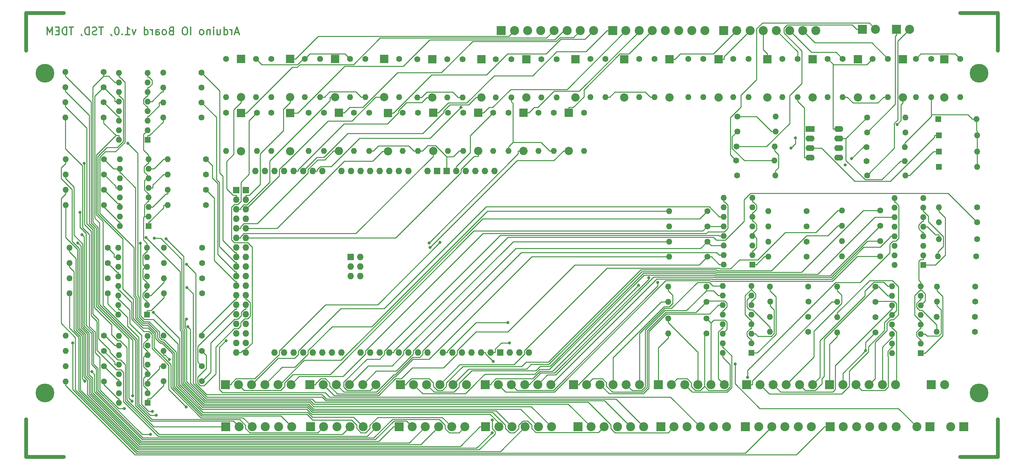
<source format=gbr>
%TF.GenerationSoftware,KiCad,Pcbnew,7.0.10*%
%TF.CreationDate,2024-02-15T16:30:13+07:00*%
%TF.ProjectId,Arduino_IO_Board,41726475-696e-46f5-9f49-4f5f426f6172,rev?*%
%TF.SameCoordinates,Original*%
%TF.FileFunction,Copper,L2,Bot*%
%TF.FilePolarity,Positive*%
%FSLAX46Y46*%
G04 Gerber Fmt 4.6, Leading zero omitted, Abs format (unit mm)*
G04 Created by KiCad (PCBNEW 7.0.10) date 2024-02-15 16:30:13*
%MOMM*%
%LPD*%
G01*
G04 APERTURE LIST*
%ADD10C,0.300000*%
%TA.AperFunction,NonConductor*%
%ADD11C,0.300000*%
%TD*%
%TA.AperFunction,ComponentPad*%
%ADD12R,2.200000X2.200000*%
%TD*%
%TA.AperFunction,ComponentPad*%
%ADD13O,2.200000X2.200000*%
%TD*%
%TA.AperFunction,ComponentPad*%
%ADD14C,1.600000*%
%TD*%
%TA.AperFunction,ComponentPad*%
%ADD15O,1.600000X1.600000*%
%TD*%
%TA.AperFunction,ComponentPad*%
%ADD16R,1.600000X1.600000*%
%TD*%
%TA.AperFunction,ComponentPad*%
%ADD17R,2.400000X2.400000*%
%TD*%
%TA.AperFunction,ComponentPad*%
%ADD18C,2.400000*%
%TD*%
%TA.AperFunction,ComponentPad*%
%ADD19O,1.727200X1.727200*%
%TD*%
%TA.AperFunction,ComponentPad*%
%ADD20R,1.727200X1.727200*%
%TD*%
%TA.AperFunction,ComponentPad*%
%ADD21R,2.400000X1.600000*%
%TD*%
%TA.AperFunction,ComponentPad*%
%ADD22O,2.400000X1.600000*%
%TD*%
%TA.AperFunction,ViaPad*%
%ADD23C,0.800000*%
%TD*%
%TA.AperFunction,ViaPad*%
%ADD24C,5.000000*%
%TD*%
%TA.AperFunction,Conductor*%
%ADD25C,0.250000*%
%TD*%
%TA.AperFunction,Conductor*%
%ADD26C,1.000000*%
%TD*%
G04 APERTURE END LIST*
D10*
D11*
X73421679Y-17168209D02*
X72469298Y-17168209D01*
X73612155Y-17739638D02*
X72945489Y-15739638D01*
X72945489Y-15739638D02*
X72278822Y-17739638D01*
X71612155Y-17739638D02*
X71612155Y-16406304D01*
X71612155Y-16787257D02*
X71516917Y-16596780D01*
X71516917Y-16596780D02*
X71421679Y-16501542D01*
X71421679Y-16501542D02*
X71231203Y-16406304D01*
X71231203Y-16406304D02*
X71040726Y-16406304D01*
X69516917Y-17739638D02*
X69516917Y-15739638D01*
X69516917Y-17644400D02*
X69707393Y-17739638D01*
X69707393Y-17739638D02*
X70088346Y-17739638D01*
X70088346Y-17739638D02*
X70278822Y-17644400D01*
X70278822Y-17644400D02*
X70374060Y-17549161D01*
X70374060Y-17549161D02*
X70469298Y-17358685D01*
X70469298Y-17358685D02*
X70469298Y-16787257D01*
X70469298Y-16787257D02*
X70374060Y-16596780D01*
X70374060Y-16596780D02*
X70278822Y-16501542D01*
X70278822Y-16501542D02*
X70088346Y-16406304D01*
X70088346Y-16406304D02*
X69707393Y-16406304D01*
X69707393Y-16406304D02*
X69516917Y-16501542D01*
X67707393Y-16406304D02*
X67707393Y-17739638D01*
X68564536Y-16406304D02*
X68564536Y-17453923D01*
X68564536Y-17453923D02*
X68469298Y-17644400D01*
X68469298Y-17644400D02*
X68278822Y-17739638D01*
X68278822Y-17739638D02*
X67993107Y-17739638D01*
X67993107Y-17739638D02*
X67802631Y-17644400D01*
X67802631Y-17644400D02*
X67707393Y-17549161D01*
X66755012Y-17739638D02*
X66755012Y-16406304D01*
X66755012Y-15739638D02*
X66850250Y-15834876D01*
X66850250Y-15834876D02*
X66755012Y-15930114D01*
X66755012Y-15930114D02*
X66659774Y-15834876D01*
X66659774Y-15834876D02*
X66755012Y-15739638D01*
X66755012Y-15739638D02*
X66755012Y-15930114D01*
X65802631Y-16406304D02*
X65802631Y-17739638D01*
X65802631Y-16596780D02*
X65707393Y-16501542D01*
X65707393Y-16501542D02*
X65516917Y-16406304D01*
X65516917Y-16406304D02*
X65231202Y-16406304D01*
X65231202Y-16406304D02*
X65040726Y-16501542D01*
X65040726Y-16501542D02*
X64945488Y-16692019D01*
X64945488Y-16692019D02*
X64945488Y-17739638D01*
X63707393Y-17739638D02*
X63897869Y-17644400D01*
X63897869Y-17644400D02*
X63993107Y-17549161D01*
X63993107Y-17549161D02*
X64088345Y-17358685D01*
X64088345Y-17358685D02*
X64088345Y-16787257D01*
X64088345Y-16787257D02*
X63993107Y-16596780D01*
X63993107Y-16596780D02*
X63897869Y-16501542D01*
X63897869Y-16501542D02*
X63707393Y-16406304D01*
X63707393Y-16406304D02*
X63421678Y-16406304D01*
X63421678Y-16406304D02*
X63231202Y-16501542D01*
X63231202Y-16501542D02*
X63135964Y-16596780D01*
X63135964Y-16596780D02*
X63040726Y-16787257D01*
X63040726Y-16787257D02*
X63040726Y-17358685D01*
X63040726Y-17358685D02*
X63135964Y-17549161D01*
X63135964Y-17549161D02*
X63231202Y-17644400D01*
X63231202Y-17644400D02*
X63421678Y-17739638D01*
X63421678Y-17739638D02*
X63707393Y-17739638D01*
X60659773Y-17739638D02*
X60659773Y-15739638D01*
X59326440Y-15739638D02*
X58945487Y-15739638D01*
X58945487Y-15739638D02*
X58755011Y-15834876D01*
X58755011Y-15834876D02*
X58564535Y-16025352D01*
X58564535Y-16025352D02*
X58469297Y-16406304D01*
X58469297Y-16406304D02*
X58469297Y-17072971D01*
X58469297Y-17072971D02*
X58564535Y-17453923D01*
X58564535Y-17453923D02*
X58755011Y-17644400D01*
X58755011Y-17644400D02*
X58945487Y-17739638D01*
X58945487Y-17739638D02*
X59326440Y-17739638D01*
X59326440Y-17739638D02*
X59516916Y-17644400D01*
X59516916Y-17644400D02*
X59707392Y-17453923D01*
X59707392Y-17453923D02*
X59802630Y-17072971D01*
X59802630Y-17072971D02*
X59802630Y-16406304D01*
X59802630Y-16406304D02*
X59707392Y-16025352D01*
X59707392Y-16025352D02*
X59516916Y-15834876D01*
X59516916Y-15834876D02*
X59326440Y-15739638D01*
X55421677Y-16692019D02*
X55135963Y-16787257D01*
X55135963Y-16787257D02*
X55040725Y-16882495D01*
X55040725Y-16882495D02*
X54945487Y-17072971D01*
X54945487Y-17072971D02*
X54945487Y-17358685D01*
X54945487Y-17358685D02*
X55040725Y-17549161D01*
X55040725Y-17549161D02*
X55135963Y-17644400D01*
X55135963Y-17644400D02*
X55326439Y-17739638D01*
X55326439Y-17739638D02*
X56088344Y-17739638D01*
X56088344Y-17739638D02*
X56088344Y-15739638D01*
X56088344Y-15739638D02*
X55421677Y-15739638D01*
X55421677Y-15739638D02*
X55231201Y-15834876D01*
X55231201Y-15834876D02*
X55135963Y-15930114D01*
X55135963Y-15930114D02*
X55040725Y-16120590D01*
X55040725Y-16120590D02*
X55040725Y-16311066D01*
X55040725Y-16311066D02*
X55135963Y-16501542D01*
X55135963Y-16501542D02*
X55231201Y-16596780D01*
X55231201Y-16596780D02*
X55421677Y-16692019D01*
X55421677Y-16692019D02*
X56088344Y-16692019D01*
X53802630Y-17739638D02*
X53993106Y-17644400D01*
X53993106Y-17644400D02*
X54088344Y-17549161D01*
X54088344Y-17549161D02*
X54183582Y-17358685D01*
X54183582Y-17358685D02*
X54183582Y-16787257D01*
X54183582Y-16787257D02*
X54088344Y-16596780D01*
X54088344Y-16596780D02*
X53993106Y-16501542D01*
X53993106Y-16501542D02*
X53802630Y-16406304D01*
X53802630Y-16406304D02*
X53516915Y-16406304D01*
X53516915Y-16406304D02*
X53326439Y-16501542D01*
X53326439Y-16501542D02*
X53231201Y-16596780D01*
X53231201Y-16596780D02*
X53135963Y-16787257D01*
X53135963Y-16787257D02*
X53135963Y-17358685D01*
X53135963Y-17358685D02*
X53231201Y-17549161D01*
X53231201Y-17549161D02*
X53326439Y-17644400D01*
X53326439Y-17644400D02*
X53516915Y-17739638D01*
X53516915Y-17739638D02*
X53802630Y-17739638D01*
X51421677Y-17739638D02*
X51421677Y-16692019D01*
X51421677Y-16692019D02*
X51516915Y-16501542D01*
X51516915Y-16501542D02*
X51707391Y-16406304D01*
X51707391Y-16406304D02*
X52088344Y-16406304D01*
X52088344Y-16406304D02*
X52278820Y-16501542D01*
X51421677Y-17644400D02*
X51612153Y-17739638D01*
X51612153Y-17739638D02*
X52088344Y-17739638D01*
X52088344Y-17739638D02*
X52278820Y-17644400D01*
X52278820Y-17644400D02*
X52374058Y-17453923D01*
X52374058Y-17453923D02*
X52374058Y-17263447D01*
X52374058Y-17263447D02*
X52278820Y-17072971D01*
X52278820Y-17072971D02*
X52088344Y-16977733D01*
X52088344Y-16977733D02*
X51612153Y-16977733D01*
X51612153Y-16977733D02*
X51421677Y-16882495D01*
X50469296Y-17739638D02*
X50469296Y-16406304D01*
X50469296Y-16787257D02*
X50374058Y-16596780D01*
X50374058Y-16596780D02*
X50278820Y-16501542D01*
X50278820Y-16501542D02*
X50088344Y-16406304D01*
X50088344Y-16406304D02*
X49897867Y-16406304D01*
X48374058Y-17739638D02*
X48374058Y-15739638D01*
X48374058Y-17644400D02*
X48564534Y-17739638D01*
X48564534Y-17739638D02*
X48945487Y-17739638D01*
X48945487Y-17739638D02*
X49135963Y-17644400D01*
X49135963Y-17644400D02*
X49231201Y-17549161D01*
X49231201Y-17549161D02*
X49326439Y-17358685D01*
X49326439Y-17358685D02*
X49326439Y-16787257D01*
X49326439Y-16787257D02*
X49231201Y-16596780D01*
X49231201Y-16596780D02*
X49135963Y-16501542D01*
X49135963Y-16501542D02*
X48945487Y-16406304D01*
X48945487Y-16406304D02*
X48564534Y-16406304D01*
X48564534Y-16406304D02*
X48374058Y-16501542D01*
X46088343Y-16406304D02*
X45612153Y-17739638D01*
X45612153Y-17739638D02*
X45135962Y-16406304D01*
X43326438Y-17739638D02*
X44469295Y-17739638D01*
X43897867Y-17739638D02*
X43897867Y-15739638D01*
X43897867Y-15739638D02*
X44088343Y-16025352D01*
X44088343Y-16025352D02*
X44278819Y-16215828D01*
X44278819Y-16215828D02*
X44469295Y-16311066D01*
X42469295Y-17549161D02*
X42374057Y-17644400D01*
X42374057Y-17644400D02*
X42469295Y-17739638D01*
X42469295Y-17739638D02*
X42564533Y-17644400D01*
X42564533Y-17644400D02*
X42469295Y-17549161D01*
X42469295Y-17549161D02*
X42469295Y-17739638D01*
X41135962Y-15739638D02*
X40945485Y-15739638D01*
X40945485Y-15739638D02*
X40755009Y-15834876D01*
X40755009Y-15834876D02*
X40659771Y-15930114D01*
X40659771Y-15930114D02*
X40564533Y-16120590D01*
X40564533Y-16120590D02*
X40469295Y-16501542D01*
X40469295Y-16501542D02*
X40469295Y-16977733D01*
X40469295Y-16977733D02*
X40564533Y-17358685D01*
X40564533Y-17358685D02*
X40659771Y-17549161D01*
X40659771Y-17549161D02*
X40755009Y-17644400D01*
X40755009Y-17644400D02*
X40945485Y-17739638D01*
X40945485Y-17739638D02*
X41135962Y-17739638D01*
X41135962Y-17739638D02*
X41326438Y-17644400D01*
X41326438Y-17644400D02*
X41421676Y-17549161D01*
X41421676Y-17549161D02*
X41516914Y-17358685D01*
X41516914Y-17358685D02*
X41612152Y-16977733D01*
X41612152Y-16977733D02*
X41612152Y-16501542D01*
X41612152Y-16501542D02*
X41516914Y-16120590D01*
X41516914Y-16120590D02*
X41421676Y-15930114D01*
X41421676Y-15930114D02*
X41326438Y-15834876D01*
X41326438Y-15834876D02*
X41135962Y-15739638D01*
X39516914Y-17644400D02*
X39516914Y-17739638D01*
X39516914Y-17739638D02*
X39612152Y-17930114D01*
X39612152Y-17930114D02*
X39707390Y-18025352D01*
X37421675Y-15739638D02*
X36278818Y-15739638D01*
X36850247Y-17739638D02*
X36850247Y-15739638D01*
X35707389Y-17644400D02*
X35421675Y-17739638D01*
X35421675Y-17739638D02*
X34945484Y-17739638D01*
X34945484Y-17739638D02*
X34755008Y-17644400D01*
X34755008Y-17644400D02*
X34659770Y-17549161D01*
X34659770Y-17549161D02*
X34564532Y-17358685D01*
X34564532Y-17358685D02*
X34564532Y-17168209D01*
X34564532Y-17168209D02*
X34659770Y-16977733D01*
X34659770Y-16977733D02*
X34755008Y-16882495D01*
X34755008Y-16882495D02*
X34945484Y-16787257D01*
X34945484Y-16787257D02*
X35326437Y-16692019D01*
X35326437Y-16692019D02*
X35516913Y-16596780D01*
X35516913Y-16596780D02*
X35612151Y-16501542D01*
X35612151Y-16501542D02*
X35707389Y-16311066D01*
X35707389Y-16311066D02*
X35707389Y-16120590D01*
X35707389Y-16120590D02*
X35612151Y-15930114D01*
X35612151Y-15930114D02*
X35516913Y-15834876D01*
X35516913Y-15834876D02*
X35326437Y-15739638D01*
X35326437Y-15739638D02*
X34850246Y-15739638D01*
X34850246Y-15739638D02*
X34564532Y-15834876D01*
X33707389Y-17739638D02*
X33707389Y-15739638D01*
X33707389Y-15739638D02*
X33231199Y-15739638D01*
X33231199Y-15739638D02*
X32945484Y-15834876D01*
X32945484Y-15834876D02*
X32755008Y-16025352D01*
X32755008Y-16025352D02*
X32659770Y-16215828D01*
X32659770Y-16215828D02*
X32564532Y-16596780D01*
X32564532Y-16596780D02*
X32564532Y-16882495D01*
X32564532Y-16882495D02*
X32659770Y-17263447D01*
X32659770Y-17263447D02*
X32755008Y-17453923D01*
X32755008Y-17453923D02*
X32945484Y-17644400D01*
X32945484Y-17644400D02*
X33231199Y-17739638D01*
X33231199Y-17739638D02*
X33707389Y-17739638D01*
X31612151Y-17644400D02*
X31612151Y-17739638D01*
X31612151Y-17739638D02*
X31707389Y-17930114D01*
X31707389Y-17930114D02*
X31802627Y-18025352D01*
X29516912Y-15739638D02*
X28374055Y-15739638D01*
X28945484Y-17739638D02*
X28945484Y-15739638D01*
X27707388Y-17739638D02*
X27707388Y-15739638D01*
X27707388Y-15739638D02*
X27231198Y-15739638D01*
X27231198Y-15739638D02*
X26945483Y-15834876D01*
X26945483Y-15834876D02*
X26755007Y-16025352D01*
X26755007Y-16025352D02*
X26659769Y-16215828D01*
X26659769Y-16215828D02*
X26564531Y-16596780D01*
X26564531Y-16596780D02*
X26564531Y-16882495D01*
X26564531Y-16882495D02*
X26659769Y-17263447D01*
X26659769Y-17263447D02*
X26755007Y-17453923D01*
X26755007Y-17453923D02*
X26945483Y-17644400D01*
X26945483Y-17644400D02*
X27231198Y-17739638D01*
X27231198Y-17739638D02*
X27707388Y-17739638D01*
X25707388Y-16692019D02*
X25040721Y-16692019D01*
X24755007Y-17739638D02*
X25707388Y-17739638D01*
X25707388Y-17739638D02*
X25707388Y-15739638D01*
X25707388Y-15739638D02*
X24755007Y-15739638D01*
X23897864Y-17739638D02*
X23897864Y-15739638D01*
X23897864Y-15739638D02*
X23231197Y-17168209D01*
X23231197Y-17168209D02*
X22564531Y-15739638D01*
X22564531Y-15739638D02*
X22564531Y-17739638D01*
D12*
%TO.P,D7,1,K*%
%TO.N,Net-(D7-K)*%
X187838000Y-24284000D03*
D13*
%TO.P,D7,2,A*%
%TO.N,/A6*%
X187838000Y-34444000D03*
%TD*%
D14*
%TO.P,R73,1*%
%TO.N,/D22*%
X224260000Y-76785000D03*
D15*
%TO.P,R73,2*%
%TO.N,Net-(R73-Pad2)*%
X214100000Y-76785000D03*
%TD*%
D14*
%TO.P,R47,1*%
%TO.N,+5V*%
X78000000Y-24130000D03*
D15*
%TO.P,R47,2*%
%TO.N,/D53*%
X78000000Y-34290000D03*
%TD*%
D14*
%TO.P,R32,1*%
%TO.N,Net-(D16-K)*%
X121050000Y-38481000D03*
D15*
%TO.P,R32,2*%
%TO.N,GND1*%
X121050000Y-48641000D03*
%TD*%
D14*
%TO.P,R86,1*%
%TO.N,/D31*%
X63627000Y-105845000D03*
D15*
%TO.P,R86,2*%
%TO.N,Net-(R86-Pad2)*%
X53467000Y-105845000D03*
%TD*%
D14*
%TO.P,R56,1*%
%TO.N,Net-(J5-Pin_5)*%
X243800000Y-64485000D03*
D15*
%TO.P,R56,2*%
%TO.N,Net-(J5-Pin_4)*%
X233640000Y-64485000D03*
%TD*%
D14*
%TO.P,R122,1*%
%TO.N,Net-(R120-Pad2)*%
X240284000Y-39751000D03*
D15*
%TO.P,R122,2*%
%TO.N,/A15*%
X250444000Y-39751000D03*
%TD*%
D14*
%TO.P,R49,1*%
%TO.N,/D2*%
X269560000Y-63635000D03*
D15*
%TO.P,R49,2*%
%TO.N,Net-(R49-Pad2)*%
X259400000Y-63635000D03*
%TD*%
D12*
%TO.P,D6,1,K*%
%TO.N,Net-(D6-K)*%
X200838000Y-24284000D03*
D13*
%TO.P,D6,2,A*%
%TO.N,/A5*%
X200838000Y-34444000D03*
%TD*%
D14*
%TO.P,R107,1*%
%TO.N,Net-(J17-Pin_2)*%
X37627000Y-54900000D03*
D15*
%TO.P,R107,2*%
%TO.N,Net-(J17-Pin_1)*%
X27467000Y-54900000D03*
%TD*%
D14*
%TO.P,R106,1*%
%TO.N,Net-(J16-Pin_5)*%
X37627000Y-58950000D03*
D15*
%TO.P,R106,2*%
%TO.N,Net-(J16-Pin_4)*%
X27467000Y-58950000D03*
%TD*%
D14*
%TO.P,R48,1*%
%TO.N,Net-(D24-K)*%
X70050000Y-24130000D03*
D15*
%TO.P,R48,2*%
%TO.N,GND1*%
X70050000Y-34290000D03*
%TD*%
D14*
%TO.P,R55,1*%
%TO.N,Net-(J5-Pin_2)*%
X243800000Y-68535000D03*
D15*
%TO.P,R55,2*%
%TO.N,Net-(J5-Pin_1)*%
X233640000Y-68535000D03*
%TD*%
D14*
%TO.P,R25,1*%
%TO.N,+5V*%
X165100000Y-38481000D03*
D15*
%TO.P,R25,2*%
%TO.N,/D42*%
X165100000Y-48641000D03*
%TD*%
D14*
%TO.P,R31,1*%
%TO.N,+5V*%
X129000000Y-38481000D03*
D15*
%TO.P,R31,2*%
%TO.N,/D45*%
X129000000Y-48641000D03*
%TD*%
D14*
%TO.P,R98,1*%
%TO.N,/D35*%
X64707000Y-58950000D03*
D15*
%TO.P,R98,2*%
%TO.N,Net-(R98-Pad2)*%
X54547000Y-58950000D03*
%TD*%
D16*
%TO.P,U4,1*%
%TO.N,Net-(R73-Pad2)*%
X209800000Y-78875000D03*
D15*
%TO.P,U4,2*%
%TO.N,GND*%
X209800000Y-76335000D03*
%TO.P,U4,3*%
%TO.N,Net-(R74-Pad2)*%
X209800000Y-73795000D03*
%TO.P,U4,4*%
%TO.N,GND*%
X209800000Y-71255000D03*
%TO.P,U4,5*%
%TO.N,Net-(R75-Pad2)*%
X209800000Y-68715000D03*
%TO.P,U4,6*%
%TO.N,GND*%
X209800000Y-66175000D03*
%TO.P,U4,7*%
%TO.N,Net-(R76-Pad2)*%
X209800000Y-63635000D03*
%TO.P,U4,8*%
%TO.N,GND*%
X209800000Y-61095000D03*
%TO.P,U4,9*%
%TO.N,Net-(J11-Pin_6)*%
X202180000Y-61095000D03*
%TO.P,U4,10*%
%TO.N,Net-(J11-Pin_5)*%
X202180000Y-63635000D03*
%TO.P,U4,11*%
%TO.N,Net-(J11-Pin_3)*%
X202180000Y-66175000D03*
%TO.P,U4,12*%
%TO.N,Net-(J11-Pin_2)*%
X202180000Y-68715000D03*
%TO.P,U4,13*%
%TO.N,Net-(J10-Pin_6)*%
X202180000Y-71255000D03*
%TO.P,U4,14*%
%TO.N,Net-(J10-Pin_5)*%
X202180000Y-73795000D03*
%TO.P,U4,15*%
%TO.N,Net-(J10-Pin_3)*%
X202180000Y-76335000D03*
%TO.P,U4,16*%
%TO.N,Net-(J10-Pin_2)*%
X202180000Y-78875000D03*
%TD*%
D14*
%TO.P,R90,1*%
%TO.N,Net-(J12-Pin_5)*%
X38627000Y-82465000D03*
D15*
%TO.P,R90,2*%
%TO.N,Net-(J12-Pin_4)*%
X28467000Y-82465000D03*
%TD*%
D14*
%TO.P,R80,1*%
%TO.N,Net-(J11-Pin_5)*%
X197880000Y-64635000D03*
D15*
%TO.P,R80,2*%
%TO.N,Net-(J11-Pin_4)*%
X187720000Y-64635000D03*
%TD*%
D17*
%TO.P,J8,1,Pin_1*%
%TO.N,Net-(J8-Pin_1)*%
X230350000Y-110744000D03*
D18*
%TO.P,J8,2,Pin_2*%
%TO.N,Net-(J8-Pin_2)*%
X233850000Y-110744000D03*
%TO.P,J8,3,Pin_3*%
%TO.N,Net-(J8-Pin_3)*%
X237350000Y-110744000D03*
%TO.P,J8,4,Pin_4*%
%TO.N,Net-(J8-Pin_4)*%
X240850000Y-110744000D03*
%TO.P,J8,5,Pin_5*%
%TO.N,Net-(J8-Pin_5)*%
X244350000Y-110744000D03*
%TO.P,J8,6,Pin_6*%
%TO.N,Net-(J8-Pin_6)*%
X247850000Y-110744000D03*
%TD*%
D14*
%TO.P,R87,1*%
%TO.N,/D32*%
X63627000Y-101795000D03*
D15*
%TO.P,R87,2*%
%TO.N,Net-(R87-Pad2)*%
X53467000Y-101795000D03*
%TD*%
D14*
%TO.P,R108,1*%
%TO.N,Net-(J17-Pin_5)*%
X37627000Y-50850000D03*
D15*
%TO.P,R108,2*%
%TO.N,Net-(J17-Pin_4)*%
X27467000Y-50850000D03*
%TD*%
D14*
%TO.P,R40,1*%
%TO.N,Net-(D20-K)*%
X70050000Y-38481000D03*
D15*
%TO.P,R40,2*%
%TO.N,GND1*%
X70050000Y-48641000D03*
%TD*%
D17*
%TO.P,J19,1,Pin_1*%
%TO.N,Net-(J19-Pin_1)*%
X70000000Y-122000000D03*
D18*
%TO.P,J19,2,Pin_2*%
%TO.N,Net-(J19-Pin_2)*%
X73500000Y-122000000D03*
%TO.P,J19,3,Pin_3*%
%TO.N,Net-(J19-Pin_3)*%
X77000000Y-122000000D03*
%TO.P,J19,4,Pin_4*%
%TO.N,Net-(J19-Pin_4)*%
X80500000Y-122000000D03*
%TO.P,J19,5,Pin_5*%
%TO.N,Net-(J19-Pin_5)*%
X84000000Y-122000000D03*
%TO.P,J19,6,Pin_6*%
%TO.N,Net-(J19-Pin_6)*%
X87500000Y-122000000D03*
%TD*%
D12*
%TO.P,D9,1,K*%
%TO.N,Net-(D9-K)*%
X162838000Y-24284000D03*
D13*
%TO.P,D9,2,A*%
%TO.N,/A8*%
X162838000Y-34444000D03*
%TD*%
D14*
%TO.P,R72,1*%
%TO.N,Net-(J9-Pin_5)*%
X242560000Y-84715000D03*
D15*
%TO.P,R72,2*%
%TO.N,Net-(J9-Pin_4)*%
X232400000Y-84715000D03*
%TD*%
D14*
%TO.P,R54,1*%
%TO.N,Net-(J4-Pin_5)*%
X243800000Y-72585000D03*
D15*
%TO.P,R54,2*%
%TO.N,Net-(J4-Pin_4)*%
X233640000Y-72585000D03*
%TD*%
D17*
%TO.P,J22,1,Pin_1*%
%TO.N,Net-(A1-D21{slash}SCL)*%
X257350000Y-110744000D03*
D18*
%TO.P,J22,2,Pin_2*%
%TO.N,Net-(A1-D20{slash}SDA)*%
X260850000Y-110744000D03*
%TD*%
D14*
%TO.P,R24,1*%
%TO.N,Net-(D12-K)*%
X120838000Y-24284000D03*
D15*
%TO.P,R24,2*%
%TO.N,GND1*%
X120838000Y-34444000D03*
%TD*%
D14*
%TO.P,R6,1*%
%TO.N,Net-(D3-K)*%
X233838000Y-24130000D03*
D15*
%TO.P,R6,2*%
%TO.N,GND1*%
X233838000Y-34290000D03*
%TD*%
D14*
%TO.P,R11,1*%
%TO.N,+5V*%
X204788000Y-24130000D03*
D15*
%TO.P,R11,2*%
%TO.N,/A5*%
X204788000Y-34290000D03*
%TD*%
D14*
%TO.P,R121,1*%
%TO.N,Net-(D28-K)*%
X240157000Y-47625000D03*
D15*
%TO.P,R121,2*%
%TO.N,GND1*%
X250317000Y-47625000D03*
%TD*%
D14*
%TO.P,R3,1*%
%TO.N,+5V*%
X253288000Y-24130000D03*
D15*
%TO.P,R3,2*%
%TO.N,/A1*%
X253288000Y-34290000D03*
%TD*%
D14*
%TO.P,R35,1*%
%TO.N,+5V*%
X104000000Y-38481000D03*
D15*
%TO.P,R35,2*%
%TO.N,/D47*%
X104000000Y-48641000D03*
%TD*%
D14*
%TO.P,R103,1*%
%TO.N,/D40*%
X63547000Y-31770000D03*
D15*
%TO.P,R103,2*%
%TO.N,Net-(R103-Pad2)*%
X53387000Y-31770000D03*
%TD*%
D14*
%TO.P,R51,1*%
%TO.N,/D4*%
X269560000Y-72075000D03*
D15*
%TO.P,R51,2*%
%TO.N,Net-(R51-Pad2)*%
X259400000Y-72075000D03*
%TD*%
D14*
%TO.P,R74,1*%
%TO.N,/D23*%
X224260000Y-72735000D03*
D15*
%TO.P,R74,2*%
%TO.N,Net-(R74-Pad2)*%
X214100000Y-72735000D03*
%TD*%
D17*
%TO.P,J21,1,Pin_1*%
%TO.N,Net-(A1-D16{slash}TX2)*%
X266000000Y-122000000D03*
D18*
%TO.P,J21,2,Pin_2*%
%TO.N,Net-(A1-D17{slash}RX2)*%
X262500000Y-122000000D03*
%TD*%
D17*
%TO.P,J13,1,Pin_1*%
%TO.N,Net-(J13-Pin_1)*%
X163500000Y-122000000D03*
D18*
%TO.P,J13,2,Pin_2*%
%TO.N,Net-(J13-Pin_2)*%
X167000000Y-122000000D03*
%TO.P,J13,3,Pin_3*%
%TO.N,Net-(J13-Pin_3)*%
X170500000Y-122000000D03*
%TO.P,J13,4,Pin_4*%
%TO.N,Net-(J13-Pin_4)*%
X174000000Y-122000000D03*
%TO.P,J13,5,Pin_5*%
%TO.N,Net-(J13-Pin_5)*%
X177500000Y-122000000D03*
%TO.P,J13,6,Pin_6*%
%TO.N,Net-(J13-Pin_6)*%
X181000000Y-122000000D03*
%TD*%
D14*
%TO.P,R118,1*%
%TO.N,Net-(J24-Pin_2)*%
X240284000Y-55118000D03*
D15*
%TO.P,R118,2*%
%TO.N,Net-(D27-K)*%
X250444000Y-55118000D03*
%TD*%
D12*
%TO.P,D19,1,K*%
%TO.N,Net-(D19-K)*%
X87050000Y-38561000D03*
D13*
%TO.P,D19,2,A*%
%TO.N,/D48*%
X87050000Y-48721000D03*
%TD*%
D12*
%TO.P,D4,1,K*%
%TO.N,Net-(D4-K)*%
X225838000Y-24284000D03*
D13*
%TO.P,D4,2,A*%
%TO.N,/A3*%
X225838000Y-34444000D03*
%TD*%
D14*
%TO.P,R117,1*%
%TO.N,Net-(R115-Pad2)*%
X205867000Y-39497000D03*
D15*
%TO.P,R117,2*%
%TO.N,/A14*%
X216027000Y-39497000D03*
%TD*%
D14*
%TO.P,R50,1*%
%TO.N,/D3*%
X269560000Y-67635000D03*
D15*
%TO.P,R50,2*%
%TO.N,Net-(R50-Pad2)*%
X259400000Y-67635000D03*
%TD*%
D14*
%TO.P,R115,1*%
%TO.N,Net-(D25-K)*%
X205867000Y-43434000D03*
D15*
%TO.P,R115,2*%
%TO.N,Net-(R115-Pad2)*%
X216027000Y-43434000D03*
%TD*%
D14*
%TO.P,R44,1*%
%TO.N,Net-(D22-K)*%
X95050000Y-24130000D03*
D15*
%TO.P,R44,2*%
%TO.N,GND1*%
X95050000Y-34290000D03*
%TD*%
D14*
%TO.P,R19,1*%
%TO.N,+5V*%
X153788000Y-24284000D03*
D15*
%TO.P,R19,2*%
%TO.N,/A9*%
X153788000Y-34444000D03*
%TD*%
D14*
%TO.P,R58,1*%
%TO.N,/D7*%
X224720000Y-88715000D03*
D15*
%TO.P,R58,2*%
%TO.N,Net-(R58-Pad2)*%
X214560000Y-88715000D03*
%TD*%
D17*
%TO.P,J5,1,Pin_1*%
%TO.N,Net-(J5-Pin_1)*%
X116350000Y-110744000D03*
D18*
%TO.P,J5,2,Pin_2*%
%TO.N,Net-(J5-Pin_2)*%
X119850000Y-110744000D03*
%TO.P,J5,3,Pin_3*%
%TO.N,Net-(J5-Pin_3)*%
X123350000Y-110744000D03*
%TO.P,J5,4,Pin_4*%
%TO.N,Net-(J5-Pin_4)*%
X126850000Y-110744000D03*
%TO.P,J5,5,Pin_5*%
%TO.N,Net-(J5-Pin_5)*%
X130350000Y-110744000D03*
%TO.P,J5,6,Pin_6*%
%TO.N,Net-(J5-Pin_6)*%
X133850000Y-110744000D03*
%TD*%
D16*
%TO.P,D28,1,K*%
%TO.N,Net-(D28-K)*%
X259334000Y-52832000D03*
D15*
%TO.P,D28,2,A*%
%TO.N,GND1*%
X269494000Y-52832000D03*
%TD*%
D14*
%TO.P,R76,1*%
%TO.N,/D25*%
X224260000Y-64635000D03*
D15*
%TO.P,R76,2*%
%TO.N,Net-(R76-Pad2)*%
X214100000Y-64635000D03*
%TD*%
D14*
%TO.P,R42,1*%
%TO.N,Net-(D21-K)*%
X107050000Y-24130000D03*
D15*
%TO.P,R42,2*%
%TO.N,GND1*%
X107050000Y-34290000D03*
%TD*%
D12*
%TO.P,D21,1,K*%
%TO.N,Net-(D21-K)*%
X112050000Y-24210000D03*
D13*
%TO.P,D21,2,A*%
%TO.N,/D50*%
X112050000Y-34370000D03*
%TD*%
D12*
%TO.P,D3,1,K*%
%TO.N,Net-(D3-K)*%
X237838000Y-24284000D03*
D13*
%TO.P,D3,2,A*%
%TO.N,/A2*%
X237838000Y-34444000D03*
%TD*%
D12*
%TO.P,D12,1,K*%
%TO.N,Net-(D12-K)*%
X124838000Y-24284000D03*
D13*
%TO.P,D12,2,A*%
%TO.N,/A11*%
X124838000Y-34444000D03*
%TD*%
D17*
%TO.P,J4,1,Pin_1*%
%TO.N,Net-(J4-Pin_1)*%
X138850000Y-110744000D03*
D18*
%TO.P,J4,2,Pin_2*%
%TO.N,Net-(J4-Pin_2)*%
X142350000Y-110744000D03*
%TO.P,J4,3,Pin_3*%
%TO.N,Net-(J4-Pin_3)*%
X145850000Y-110744000D03*
%TO.P,J4,4,Pin_4*%
%TO.N,Net-(J4-Pin_4)*%
X149350000Y-110744000D03*
%TO.P,J4,5,Pin_5*%
%TO.N,Net-(J4-Pin_5)*%
X152850000Y-110744000D03*
%TO.P,J4,6,Pin_6*%
%TO.N,Net-(J4-Pin_6)*%
X156350000Y-110744000D03*
%TD*%
D14*
%TO.P,R46,1*%
%TO.N,Net-(D23-K)*%
X82050000Y-24130000D03*
D15*
%TO.P,R46,2*%
%TO.N,GND1*%
X82050000Y-34290000D03*
%TD*%
D12*
%TO.P,D22,1,K*%
%TO.N,Net-(D22-K)*%
X99050000Y-24210000D03*
D13*
%TO.P,D22,2,A*%
%TO.N,/D51*%
X99050000Y-34370000D03*
%TD*%
D14*
%TO.P,R96,1*%
%TO.N,Net-(J15-Pin_5)*%
X37627000Y-97745000D03*
D15*
%TO.P,R96,2*%
%TO.N,Net-(J15-Pin_4)*%
X27467000Y-97745000D03*
%TD*%
D14*
%TO.P,R89,1*%
%TO.N,Net-(J12-Pin_2)*%
X38627000Y-86515000D03*
D15*
%TO.P,R89,2*%
%TO.N,Net-(J12-Pin_1)*%
X28467000Y-86515000D03*
%TD*%
D14*
%TO.P,R71,1*%
%TO.N,Net-(J9-Pin_2)*%
X242560000Y-88765000D03*
D15*
%TO.P,R71,2*%
%TO.N,Net-(J9-Pin_1)*%
X232400000Y-88765000D03*
%TD*%
D17*
%TO.P,J3,1,Pin_1*%
%TO.N,Net-(D24-K)*%
X143155000Y-16637000D03*
D18*
%TO.P,J3,2,Pin_2*%
%TO.N,Net-(D23-K)*%
X146655000Y-16637000D03*
%TO.P,J3,3,Pin_3*%
%TO.N,Net-(D22-K)*%
X150155000Y-16637000D03*
%TO.P,J3,4,Pin_4*%
%TO.N,Net-(D21-K)*%
X153655000Y-16637000D03*
%TO.P,J3,5,Pin_5*%
%TO.N,Net-(D20-K)*%
X157155000Y-16637000D03*
%TO.P,J3,6,Pin_6*%
%TO.N,Net-(D19-K)*%
X160655000Y-16637000D03*
%TO.P,J3,7,Pin_7*%
%TO.N,Net-(D18-K)*%
X164155000Y-16637000D03*
%TO.P,J3,8,Pin_8*%
%TO.N,Net-(D17-K)*%
X167655000Y-16637000D03*
%TD*%
D14*
%TO.P,R14,1*%
%TO.N,Net-(D7-K)*%
X183838000Y-24130000D03*
D15*
%TO.P,R14,2*%
%TO.N,GND1*%
X183838000Y-34290000D03*
%TD*%
D17*
%TO.P,J12,1,Pin_1*%
%TO.N,Net-(J12-Pin_1)*%
X185500000Y-122000000D03*
D18*
%TO.P,J12,2,Pin_2*%
%TO.N,Net-(J12-Pin_2)*%
X189000000Y-122000000D03*
%TO.P,J12,3,Pin_3*%
%TO.N,Net-(J12-Pin_3)*%
X192500000Y-122000000D03*
%TO.P,J12,4,Pin_4*%
%TO.N,Net-(J12-Pin_4)*%
X196000000Y-122000000D03*
%TO.P,J12,5,Pin_5*%
%TO.N,Net-(J12-Pin_5)*%
X199500000Y-122000000D03*
%TO.P,J12,6,Pin_6*%
%TO.N,Net-(J12-Pin_6)*%
X203000000Y-122000000D03*
%TD*%
D19*
%TO.P,A1,*%
%TO.N,*%
X141351000Y-53975000D03*
%TO.P,A1,3V3,3.3V*%
%TO.N,unconnected-(A1-3.3V-Pad3V3)*%
X133731000Y-53975000D03*
%TO.P,A1,5V1,5V*%
%TO.N,+5V*%
X131191000Y-53975000D03*
%TO.P,A1,5V2,SPI_5V*%
%TO.N,unconnected-(A1-SPI_5V-Pad5V2)*%
X103124000Y-81915000D03*
%TO.P,A1,5V3,5V*%
%TO.N,+5V*%
X75311000Y-102235000D03*
%TO.P,A1,5V4,5V*%
X72771000Y-102235000D03*
%TO.P,A1,A0,A0*%
%TO.N,/A0*%
X118491000Y-53975000D03*
%TO.P,A1,A1,A1*%
%TO.N,/A1*%
X115951000Y-53975000D03*
%TO.P,A1,A2,A2*%
%TO.N,/A2*%
X113411000Y-53975000D03*
%TO.P,A1,A3,A3*%
%TO.N,/A3*%
X110871000Y-53975000D03*
%TO.P,A1,A4,A4*%
%TO.N,/A4*%
X108331000Y-53975000D03*
%TO.P,A1,A5,A5*%
%TO.N,/A5*%
X105791000Y-53975000D03*
%TO.P,A1,A6,A6*%
%TO.N,/A6*%
X103251000Y-53975000D03*
%TO.P,A1,A7,A7*%
%TO.N,/A7*%
X100711000Y-53975000D03*
%TO.P,A1,A8,A8*%
%TO.N,/A8*%
X95631000Y-53975000D03*
%TO.P,A1,A9,A9*%
%TO.N,/A9*%
X93091000Y-53975000D03*
%TO.P,A1,A10,A10*%
%TO.N,/A10*%
X90551000Y-53975000D03*
%TO.P,A1,A11,A11*%
%TO.N,/A11*%
X88011000Y-53975000D03*
%TO.P,A1,A12,A12*%
%TO.N,unconnected-(A1-PadA12)*%
X85471000Y-53975000D03*
%TO.P,A1,A13,A13*%
%TO.N,unconnected-(A1-PadA13)*%
X82931000Y-53975000D03*
%TO.P,A1,A14,A14*%
%TO.N,unconnected-(A1-PadA14)*%
X80391000Y-53975000D03*
%TO.P,A1,A15,A15*%
%TO.N,unconnected-(A1-PadA15)*%
X77851000Y-53975000D03*
%TO.P,A1,AREF,AREF*%
%TO.N,unconnected-(A1-PadAREF)*%
X145415000Y-102235000D03*
%TO.P,A1,D0,D0/RX0*%
%TO.N,unconnected-(A1-D0{slash}RX0-PadD0)*%
X105791000Y-102235000D03*
%TO.P,A1,D1,D1/TX0*%
%TO.N,unconnected-(A1-D1{slash}TX0-PadD1)*%
X108331000Y-102235000D03*
%TO.P,A1,D2,D2_INT0*%
%TO.N,/D2*%
X110871000Y-102235000D03*
%TO.P,A1,D3,D3_INT1*%
%TO.N,/D3*%
X113411000Y-102235000D03*
%TO.P,A1,D4,D4*%
%TO.N,/D4*%
X115951000Y-102235000D03*
%TO.P,A1,D5,D5*%
%TO.N,/D5*%
X118491000Y-102235000D03*
%TO.P,A1,D6,D6*%
%TO.N,/D6*%
X121031000Y-102235000D03*
%TO.P,A1,D7,D7*%
%TO.N,/D7*%
X123571000Y-102235000D03*
%TO.P,A1,D8,D8*%
%TO.N,/D8*%
X127635000Y-102235000D03*
%TO.P,A1,D9,D9*%
%TO.N,/D9*%
X130175000Y-102235000D03*
%TO.P,A1,D10,D10*%
%TO.N,/D10*%
X132715000Y-102235000D03*
%TO.P,A1,D11,D11*%
%TO.N,/D11*%
X135255000Y-102235000D03*
%TO.P,A1,D12,D12*%
%TO.N,/D12*%
X137795000Y-102235000D03*
%TO.P,A1,D13,D13*%
%TO.N,/D13*%
X140335000Y-102235000D03*
%TO.P,A1,D14,D14/TX3*%
%TO.N,unconnected-(A1-D14{slash}TX3-PadD14)*%
X100711000Y-102235000D03*
%TO.P,A1,D15,D15/RX3*%
%TO.N,unconnected-(A1-D15{slash}RX3-PadD15)*%
X98171000Y-102235000D03*
%TO.P,A1,D16,D16/TX2*%
%TO.N,Net-(A1-D16{slash}TX2)*%
X95631000Y-102235000D03*
%TO.P,A1,D17,D17/RX2*%
%TO.N,Net-(A1-D17{slash}RX2)*%
X93091000Y-102235000D03*
%TO.P,A1,D18,D18/TX1*%
%TO.N,Net-(A1-D18{slash}TX1)*%
X90551000Y-102235000D03*
%TO.P,A1,D19,D19/RX1*%
%TO.N,Net-(A1-D19{slash}RX1)*%
X88011000Y-102235000D03*
%TO.P,A1,D20,D20/SDA*%
%TO.N,Net-(A1-D20{slash}SDA)*%
X85471000Y-102235000D03*
%TO.P,A1,D21,D21/SCL*%
%TO.N,Net-(A1-D21{slash}SCL)*%
X82931000Y-102235000D03*
%TO.P,A1,D22,D22*%
%TO.N,/D22*%
X75311000Y-99695000D03*
%TO.P,A1,D23,D23*%
%TO.N,/D23*%
X72771000Y-99695000D03*
%TO.P,A1,D24,D24*%
%TO.N,/D24*%
X75311000Y-97155000D03*
%TO.P,A1,D25,D25*%
%TO.N,/D25*%
X72771000Y-97155000D03*
%TO.P,A1,D26,D26*%
%TO.N,/D26*%
X75311000Y-94615000D03*
%TO.P,A1,D27,D27*%
%TO.N,/D27*%
X72771000Y-94615000D03*
%TO.P,A1,D28,D28*%
%TO.N,/D28*%
X75311000Y-92075000D03*
%TO.P,A1,D29,D29*%
%TO.N,/D29*%
X72771000Y-92075000D03*
%TO.P,A1,D30,D30*%
%TO.N,/D30*%
X75311000Y-89535000D03*
%TO.P,A1,D31,D31*%
%TO.N,/D31*%
X72771000Y-89535000D03*
%TO.P,A1,D32,D32*%
%TO.N,/D32*%
X75311000Y-86995000D03*
%TO.P,A1,D33,D33*%
%TO.N,/D33*%
X72771000Y-86995000D03*
%TO.P,A1,D34,D34*%
%TO.N,/D34*%
X75311000Y-84455000D03*
%TO.P,A1,D35,D35*%
%TO.N,/D35*%
X72771000Y-84455000D03*
%TO.P,A1,D36,D36*%
%TO.N,/D36*%
X75311000Y-81915000D03*
%TO.P,A1,D37,D37*%
%TO.N,/D37*%
X72771000Y-81915000D03*
%TO.P,A1,D38,D38*%
%TO.N,/D38*%
X75311000Y-79375000D03*
%TO.P,A1,D39,D39*%
%TO.N,/D39*%
X72771000Y-79375000D03*
%TO.P,A1,D40,D40*%
%TO.N,/D40*%
X75311000Y-76835000D03*
%TO.P,A1,D41,D41*%
%TO.N,/D41*%
X72771000Y-76835000D03*
%TO.P,A1,D42,D42*%
%TO.N,/D42*%
X75311000Y-74295000D03*
%TO.P,A1,D43,D43*%
%TO.N,/D43*%
X72771000Y-74295000D03*
%TO.P,A1,D44,D44*%
%TO.N,/D44*%
X75311000Y-71755000D03*
%TO.P,A1,D45,D45*%
%TO.N,/D45*%
X72771000Y-71755000D03*
%TO.P,A1,D46,D46*%
%TO.N,/D46*%
X75311000Y-69215000D03*
%TO.P,A1,D47,D47*%
%TO.N,/D47*%
X72771000Y-69215000D03*
%TO.P,A1,D48,D48*%
%TO.N,/D48*%
X75311000Y-66675000D03*
%TO.P,A1,D49,D49*%
%TO.N,/D49*%
X72771000Y-66675000D03*
%TO.P,A1,D50,D50_MISO*%
%TO.N,/D50*%
X75311000Y-64135000D03*
%TO.P,A1,D51,D51_MOSI*%
%TO.N,/D51*%
X72771000Y-64135000D03*
%TO.P,A1,D52,D52_SCK*%
%TO.N,/D52*%
X75311000Y-61595000D03*
%TO.P,A1,D53,D53_CS*%
%TO.N,/D53*%
X72771000Y-61595000D03*
D20*
%TO.P,A1,GND1,GND*%
%TO.N,GND*%
X142875000Y-102235000D03*
%TO.P,A1,GND2,GND*%
%TO.N,GND1*%
X128651000Y-53975000D03*
%TO.P,A1,GND3,GND*%
%TO.N,unconnected-(A1-GND-PadGND3)*%
X126111000Y-53975000D03*
%TO.P,A1,GND4,SPI_GND*%
%TO.N,unconnected-(A1-SPI_GND-PadGND4)*%
X103124000Y-76835000D03*
%TO.P,A1,GND5,GND*%
%TO.N,unconnected-(A1-GND-PadGND5)*%
X75311000Y-59055000D03*
%TO.P,A1,GND6,GND*%
%TO.N,unconnected-(A1-GND-PadGND6)*%
X72771000Y-59055000D03*
D19*
%TO.P,A1,IORF,IOREF*%
%TO.N,unconnected-(A1-IOREF-PadIORF)*%
X138811000Y-53975000D03*
%TO.P,A1,MISO,SPI_MISO*%
%TO.N,unconnected-(A1-SPI_MISO-PadMISO)*%
X105664000Y-81915000D03*
%TO.P,A1,MOSI,SPI_MOSI*%
%TO.N,unconnected-(A1-SPI_MOSI-PadMOSI)*%
X103124000Y-79375000D03*
%TO.P,A1,RST1,RESET*%
%TO.N,unconnected-(A1-RESET-PadRST1)*%
X136271000Y-53975000D03*
%TO.P,A1,RST2,SPI_RESET*%
%TO.N,unconnected-(A1-SPI_RESET-PadRST2)*%
X105664000Y-76835000D03*
%TO.P,A1,SCK,SPI_SCK*%
%TO.N,unconnected-(A1-SPI_SCK-PadSCK)*%
X105664000Y-79375000D03*
%TO.P,A1,SCL,SCL*%
%TO.N,unconnected-(A1-PadSCL)*%
X150495000Y-102235000D03*
%TO.P,A1,SDA,SDA*%
%TO.N,unconnected-(A1-PadSDA)*%
X147955000Y-102235000D03*
%TO.P,A1,VIN,VIN*%
%TO.N,unconnected-(A1-PadVIN)*%
X123571000Y-53975000D03*
%TD*%
D14*
%TO.P,R100,1*%
%TO.N,/D37*%
X64707000Y-50850000D03*
D15*
%TO.P,R100,2*%
%TO.N,Net-(R100-Pad2)*%
X54547000Y-50850000D03*
%TD*%
D17*
%TO.P,J24,1,Pin_1*%
%TO.N,Net-(J24-Pin_1)*%
X248087000Y-16256000D03*
D18*
%TO.P,J24,2,Pin_2*%
%TO.N,Net-(J24-Pin_2)*%
X251587000Y-16256000D03*
%TD*%
D14*
%TO.P,R13,1*%
%TO.N,+5V*%
X192788000Y-24130000D03*
D15*
%TO.P,R13,2*%
%TO.N,/A6*%
X192788000Y-34290000D03*
%TD*%
D12*
%TO.P,D2,1,K*%
%TO.N,Net-(D2-K)*%
X249838000Y-24284000D03*
D13*
%TO.P,D2,2,A*%
%TO.N,/A1*%
X249838000Y-34444000D03*
%TD*%
D14*
%TO.P,R43,1*%
%TO.N,+5V*%
X103000000Y-24130000D03*
D15*
%TO.P,R43,2*%
%TO.N,/D51*%
X103000000Y-34290000D03*
%TD*%
D14*
%TO.P,R18,1*%
%TO.N,Net-(D9-K)*%
X157838000Y-24284000D03*
D15*
%TO.P,R18,2*%
%TO.N,GND1*%
X157838000Y-34444000D03*
%TD*%
D14*
%TO.P,R38,1*%
%TO.N,Net-(D19-K)*%
X82050000Y-38481000D03*
D15*
%TO.P,R38,2*%
%TO.N,GND1*%
X82050000Y-48641000D03*
%TD*%
D14*
%TO.P,R67,1*%
%TO.N,/D12*%
X268940000Y-92715000D03*
D15*
%TO.P,R67,2*%
%TO.N,Net-(R67-Pad2)*%
X258780000Y-92715000D03*
%TD*%
D14*
%TO.P,R75,1*%
%TO.N,/D24*%
X224260000Y-68685000D03*
D15*
%TO.P,R75,2*%
%TO.N,Net-(R75-Pad2)*%
X214100000Y-68685000D03*
%TD*%
D17*
%TO.P,J2,1,Pin_1*%
%TO.N,Net-(D16-K)*%
X172761000Y-16637000D03*
D18*
%TO.P,J2,2,Pin_2*%
%TO.N,Net-(D15-K)*%
X176261000Y-16637000D03*
%TO.P,J2,3,Pin_3*%
%TO.N,Net-(D14-K)*%
X179761000Y-16637000D03*
%TO.P,J2,4,Pin_4*%
%TO.N,Net-(D13-K)*%
X183261000Y-16637000D03*
%TO.P,J2,5,Pin_5*%
%TO.N,Net-(D12-K)*%
X186761000Y-16637000D03*
%TO.P,J2,6,Pin_6*%
%TO.N,Net-(D11-K)*%
X190261000Y-16637000D03*
%TO.P,J2,7,Pin_7*%
%TO.N,Net-(D10-K)*%
X193761000Y-16637000D03*
%TO.P,J2,8,Pin_8*%
%TO.N,Net-(D9-K)*%
X197261000Y-16637000D03*
%TD*%
D14*
%TO.P,R52,1*%
%TO.N,/D5*%
X269260000Y-76635000D03*
D15*
%TO.P,R52,2*%
%TO.N,Net-(R52-Pad2)*%
X259100000Y-76635000D03*
%TD*%
D14*
%TO.P,R37,1*%
%TO.N,+5V*%
X92000000Y-38481000D03*
D15*
%TO.P,R37,2*%
%TO.N,/D48*%
X92000000Y-48641000D03*
%TD*%
D14*
%TO.P,R84,1*%
%TO.N,/D29*%
X63707000Y-74365000D03*
D15*
%TO.P,R84,2*%
%TO.N,Net-(R84-Pad2)*%
X53547000Y-74365000D03*
%TD*%
D14*
%TO.P,R10,1*%
%TO.N,Net-(D5-K)*%
X208838000Y-24130000D03*
D15*
%TO.P,R10,2*%
%TO.N,GND1*%
X208838000Y-34290000D03*
%TD*%
D16*
%TO.P,U5,1*%
%TO.N,Net-(R81-Pad2)*%
X49087000Y-92145000D03*
D15*
%TO.P,U5,2*%
%TO.N,GND*%
X49087000Y-89605000D03*
%TO.P,U5,3*%
%TO.N,Net-(R82-Pad2)*%
X49087000Y-87065000D03*
%TO.P,U5,4*%
%TO.N,GND*%
X49087000Y-84525000D03*
%TO.P,U5,5*%
%TO.N,Net-(R83-Pad2)*%
X49087000Y-81985000D03*
%TO.P,U5,6*%
%TO.N,GND*%
X49087000Y-79445000D03*
%TO.P,U5,7*%
%TO.N,Net-(R84-Pad2)*%
X49087000Y-76905000D03*
%TO.P,U5,8*%
%TO.N,GND*%
X49087000Y-74365000D03*
%TO.P,U5,9*%
%TO.N,Net-(J13-Pin_6)*%
X41467000Y-74365000D03*
%TO.P,U5,10*%
%TO.N,Net-(J13-Pin_5)*%
X41467000Y-76905000D03*
%TO.P,U5,11*%
%TO.N,Net-(J13-Pin_3)*%
X41467000Y-79445000D03*
%TO.P,U5,12*%
%TO.N,Net-(J13-Pin_2)*%
X41467000Y-81985000D03*
%TO.P,U5,13*%
%TO.N,Net-(J12-Pin_6)*%
X41467000Y-84525000D03*
%TO.P,U5,14*%
%TO.N,Net-(J12-Pin_5)*%
X41467000Y-87065000D03*
%TO.P,U5,15*%
%TO.N,Net-(J12-Pin_3)*%
X41467000Y-89605000D03*
%TO.P,U5,16*%
%TO.N,Net-(J12-Pin_2)*%
X41467000Y-92145000D03*
%TD*%
D14*
%TO.P,R29,1*%
%TO.N,+5V*%
X141000000Y-38481000D03*
D15*
%TO.P,R29,2*%
%TO.N,/D44*%
X141000000Y-48641000D03*
%TD*%
D14*
%TO.P,R20,1*%
%TO.N,Net-(D10-K)*%
X145838000Y-24284000D03*
D15*
%TO.P,R20,2*%
%TO.N,GND1*%
X145838000Y-34444000D03*
%TD*%
D14*
%TO.P,R81,1*%
%TO.N,/D26*%
X63707000Y-86515000D03*
D15*
%TO.P,R81,2*%
%TO.N,Net-(R81-Pad2)*%
X53547000Y-86515000D03*
%TD*%
D17*
%TO.P,J9,1,Pin_1*%
%TO.N,Net-(J9-Pin_1)*%
X208350000Y-110744000D03*
D18*
%TO.P,J9,2,Pin_2*%
%TO.N,Net-(J9-Pin_2)*%
X211850000Y-110744000D03*
%TO.P,J9,3,Pin_3*%
%TO.N,Net-(J9-Pin_3)*%
X215350000Y-110744000D03*
%TO.P,J9,4,Pin_4*%
%TO.N,Net-(J9-Pin_4)*%
X218850000Y-110744000D03*
%TO.P,J9,5,Pin_5*%
%TO.N,Net-(J9-Pin_5)*%
X222350000Y-110744000D03*
%TO.P,J9,6,Pin_6*%
%TO.N,Net-(J9-Pin_6)*%
X225850000Y-110744000D03*
%TD*%
D14*
%TO.P,R34,1*%
%TO.N,Net-(D17-K)*%
X108050000Y-38481000D03*
D15*
%TO.P,R34,2*%
%TO.N,GND1*%
X108050000Y-48641000D03*
%TD*%
D14*
%TO.P,R85,1*%
%TO.N,/D30*%
X63627000Y-109895000D03*
D15*
%TO.P,R85,2*%
%TO.N,Net-(R85-Pad2)*%
X53467000Y-109895000D03*
%TD*%
D14*
%TO.P,R78,1*%
%TO.N,Net-(J10-Pin_5)*%
X197880000Y-72735000D03*
D15*
%TO.P,R78,2*%
%TO.N,Net-(J10-Pin_4)*%
X187720000Y-72735000D03*
%TD*%
D14*
%TO.P,R114,1*%
%TO.N,Net-(J23-Pin_1)*%
X205613000Y-47484000D03*
D15*
%TO.P,R114,2*%
%TO.N,Net-(D26-K)*%
X215773000Y-47484000D03*
%TD*%
D14*
%TO.P,R5,1*%
%TO.N,+5V*%
X241788000Y-24130000D03*
D15*
%TO.P,R5,2*%
%TO.N,/A2*%
X241788000Y-34290000D03*
%TD*%
D14*
%TO.P,R70,1*%
%TO.N,Net-(J8-Pin_5)*%
X242560000Y-92815000D03*
D15*
%TO.P,R70,2*%
%TO.N,Net-(J8-Pin_4)*%
X232400000Y-92815000D03*
%TD*%
D14*
%TO.P,R22,1*%
%TO.N,Net-(D11-K)*%
X132838000Y-24284000D03*
D15*
%TO.P,R22,2*%
%TO.N,GND1*%
X132838000Y-34444000D03*
%TD*%
D14*
%TO.P,R110,1*%
%TO.N,Net-(J18-Pin_5)*%
X37547000Y-35720000D03*
D15*
%TO.P,R110,2*%
%TO.N,Net-(J18-Pin_4)*%
X27387000Y-35720000D03*
%TD*%
D16*
%TO.P,U7,1*%
%TO.N,Net-(R97-Pad2)*%
X49467000Y-68630000D03*
D15*
%TO.P,U7,2*%
%TO.N,GND*%
X49467000Y-66090000D03*
%TO.P,U7,3*%
%TO.N,Net-(R98-Pad2)*%
X49467000Y-63550000D03*
%TO.P,U7,4*%
%TO.N,GND*%
X49467000Y-61010000D03*
%TO.P,U7,5*%
%TO.N,Net-(R99-Pad2)*%
X49467000Y-58470000D03*
%TO.P,U7,6*%
%TO.N,GND*%
X49467000Y-55930000D03*
%TO.P,U7,7*%
%TO.N,Net-(R100-Pad2)*%
X49467000Y-53390000D03*
%TO.P,U7,8*%
%TO.N,GND*%
X49467000Y-50850000D03*
%TO.P,U7,9*%
%TO.N,Net-(J17-Pin_6)*%
X41847000Y-50850000D03*
%TO.P,U7,10*%
%TO.N,Net-(J17-Pin_5)*%
X41847000Y-53390000D03*
%TO.P,U7,11*%
%TO.N,Net-(J17-Pin_3)*%
X41847000Y-55930000D03*
%TO.P,U7,12*%
%TO.N,Net-(J17-Pin_2)*%
X41847000Y-58470000D03*
%TO.P,U7,13*%
%TO.N,Net-(J16-Pin_6)*%
X41847000Y-61010000D03*
%TO.P,U7,14*%
%TO.N,Net-(J16-Pin_5)*%
X41847000Y-63550000D03*
%TO.P,U7,15*%
%TO.N,Net-(J16-Pin_3)*%
X41847000Y-66090000D03*
%TO.P,U7,16*%
%TO.N,Net-(J16-Pin_2)*%
X41847000Y-68630000D03*
%TD*%
D14*
%TO.P,R17,1*%
%TO.N,+5V*%
X166788000Y-24130000D03*
D15*
%TO.P,R17,2*%
%TO.N,/A8*%
X166788000Y-34290000D03*
%TD*%
D12*
%TO.P,D23,1,K*%
%TO.N,Net-(D23-K)*%
X87050000Y-24210000D03*
D13*
%TO.P,D23,2,A*%
%TO.N,/D52*%
X87050000Y-34370000D03*
%TD*%
D14*
%TO.P,R62,1*%
%TO.N,Net-(J6-Pin_5)*%
X197640000Y-93135000D03*
D15*
%TO.P,R62,2*%
%TO.N,Net-(J6-Pin_4)*%
X187480000Y-93135000D03*
%TD*%
D14*
%TO.P,R91,1*%
%TO.N,Net-(J13-Pin_2)*%
X38627000Y-78415000D03*
D15*
%TO.P,R91,2*%
%TO.N,Net-(J13-Pin_1)*%
X28467000Y-78415000D03*
%TD*%
D17*
%TO.P,J11,1,Pin_1*%
%TO.N,Net-(J11-Pin_1)*%
X69850000Y-110744000D03*
D18*
%TO.P,J11,2,Pin_2*%
%TO.N,Net-(J11-Pin_2)*%
X73350000Y-110744000D03*
%TO.P,J11,3,Pin_3*%
%TO.N,Net-(J11-Pin_3)*%
X76850000Y-110744000D03*
%TO.P,J11,4,Pin_4*%
%TO.N,Net-(J11-Pin_4)*%
X80350000Y-110744000D03*
%TO.P,J11,5,Pin_5*%
%TO.N,Net-(J11-Pin_5)*%
X83850000Y-110744000D03*
%TO.P,J11,6,Pin_6*%
%TO.N,Net-(J11-Pin_6)*%
X87350000Y-110744000D03*
%TD*%
D16*
%TO.P,D25,1,K*%
%TO.N,Net-(D25-K)*%
X259207000Y-40132000D03*
D15*
%TO.P,D25,2,A*%
%TO.N,GND1*%
X269367000Y-40132000D03*
%TD*%
D17*
%TO.P,J10,1,Pin_1*%
%TO.N,Net-(J10-Pin_1)*%
X92350000Y-110744000D03*
D18*
%TO.P,J10,2,Pin_2*%
%TO.N,Net-(J10-Pin_2)*%
X95850000Y-110744000D03*
%TO.P,J10,3,Pin_3*%
%TO.N,Net-(J10-Pin_3)*%
X99350000Y-110744000D03*
%TO.P,J10,4,Pin_4*%
%TO.N,Net-(J10-Pin_4)*%
X102850000Y-110744000D03*
%TO.P,J10,5,Pin_5*%
%TO.N,Net-(J10-Pin_5)*%
X106350000Y-110744000D03*
%TO.P,J10,6,Pin_6*%
%TO.N,Net-(J10-Pin_6)*%
X109850000Y-110744000D03*
%TD*%
D14*
%TO.P,R92,1*%
%TO.N,Net-(J13-Pin_5)*%
X38627000Y-74365000D03*
D15*
%TO.P,R92,2*%
%TO.N,Net-(J13-Pin_4)*%
X28467000Y-74365000D03*
%TD*%
D16*
%TO.P,U3,1*%
%TO.N,Net-(R65-Pad2)*%
X254560000Y-102415000D03*
D15*
%TO.P,U3,2*%
%TO.N,GND*%
X254560000Y-99875000D03*
%TO.P,U3,3*%
%TO.N,Net-(R66-Pad2)*%
X254560000Y-97335000D03*
%TO.P,U3,4*%
%TO.N,GND*%
X254560000Y-94795000D03*
%TO.P,U3,5*%
%TO.N,Net-(R67-Pad2)*%
X254560000Y-92255000D03*
%TO.P,U3,6*%
%TO.N,GND*%
X254560000Y-89715000D03*
%TO.P,U3,7*%
%TO.N,Net-(R68-Pad2)*%
X254560000Y-87175000D03*
%TO.P,U3,8*%
%TO.N,GND*%
X254560000Y-84635000D03*
%TO.P,U3,9*%
%TO.N,Net-(J9-Pin_6)*%
X246940000Y-84635000D03*
%TO.P,U3,10*%
%TO.N,Net-(J9-Pin_5)*%
X246940000Y-87175000D03*
%TO.P,U3,11*%
%TO.N,Net-(J9-Pin_3)*%
X246940000Y-89715000D03*
%TO.P,U3,12*%
%TO.N,Net-(J9-Pin_2)*%
X246940000Y-92255000D03*
%TO.P,U3,13*%
%TO.N,Net-(J8-Pin_6)*%
X246940000Y-94795000D03*
%TO.P,U3,14*%
%TO.N,Net-(J8-Pin_5)*%
X246940000Y-97335000D03*
%TO.P,U3,15*%
%TO.N,Net-(J8-Pin_3)*%
X246940000Y-99875000D03*
%TO.P,U3,16*%
%TO.N,Net-(J8-Pin_2)*%
X246940000Y-102415000D03*
%TD*%
D17*
%TO.P,J20,1,Pin_1*%
%TO.N,Net-(A1-D18{slash}TX1)*%
X257000000Y-122000000D03*
D18*
%TO.P,J20,2,Pin_2*%
%TO.N,Net-(A1-D19{slash}RX1)*%
X253500000Y-122000000D03*
%TD*%
D14*
%TO.P,R45,1*%
%TO.N,+5V*%
X91000000Y-24130000D03*
D15*
%TO.P,R45,2*%
%TO.N,/D52*%
X91000000Y-34290000D03*
%TD*%
D14*
%TO.P,R104,1*%
%TO.N,/D41*%
X63547000Y-27770000D03*
D15*
%TO.P,R104,2*%
%TO.N,Net-(R104-Pad2)*%
X53387000Y-27770000D03*
%TD*%
D16*
%TO.P,U2,1*%
%TO.N,Net-(R57-Pad2)*%
X209560000Y-102335000D03*
D15*
%TO.P,U2,2*%
%TO.N,GND*%
X209560000Y-99795000D03*
%TO.P,U2,3*%
%TO.N,Net-(R58-Pad2)*%
X209560000Y-97255000D03*
%TO.P,U2,4*%
%TO.N,GND*%
X209560000Y-94715000D03*
%TO.P,U2,5*%
%TO.N,Net-(R59-Pad2)*%
X209560000Y-92175000D03*
%TO.P,U2,6*%
%TO.N,GND*%
X209560000Y-89635000D03*
%TO.P,U2,7*%
%TO.N,Net-(R60-Pad2)*%
X209560000Y-87095000D03*
%TO.P,U2,8*%
%TO.N,GND*%
X209560000Y-84555000D03*
%TO.P,U2,9*%
%TO.N,Net-(J7-Pin_6)*%
X201940000Y-84555000D03*
%TO.P,U2,10*%
%TO.N,Net-(J7-Pin_5)*%
X201940000Y-87095000D03*
%TO.P,U2,11*%
%TO.N,Net-(J7-Pin_3)*%
X201940000Y-89635000D03*
%TO.P,U2,12*%
%TO.N,Net-(J7-Pin_2)*%
X201940000Y-92175000D03*
%TO.P,U2,13*%
%TO.N,Net-(J6-Pin_6)*%
X201940000Y-94715000D03*
%TO.P,U2,14*%
%TO.N,Net-(J6-Pin_5)*%
X201940000Y-97255000D03*
%TO.P,U2,15*%
%TO.N,Net-(J6-Pin_3)*%
X201940000Y-99795000D03*
%TO.P,U2,16*%
%TO.N,Net-(J6-Pin_2)*%
X201940000Y-102335000D03*
%TD*%
D14*
%TO.P,R41,1*%
%TO.N,+5V*%
X116000000Y-24130000D03*
D15*
%TO.P,R41,2*%
%TO.N,/D50*%
X116000000Y-34290000D03*
%TD*%
D12*
%TO.P,D1,1,K*%
%TO.N,Net-(D1-K)*%
X260838000Y-24284000D03*
D13*
%TO.P,D1,2,A*%
%TO.N,/A0*%
X260838000Y-34444000D03*
%TD*%
D14*
%TO.P,R119,1*%
%TO.N,Net-(J24-Pin_1)*%
X240284000Y-43688000D03*
D15*
%TO.P,R119,2*%
%TO.N,Net-(D28-K)*%
X250444000Y-43688000D03*
%TD*%
D14*
%TO.P,R83,1*%
%TO.N,/D28*%
X63707000Y-78415000D03*
D15*
%TO.P,R83,2*%
%TO.N,Net-(R83-Pad2)*%
X53547000Y-78415000D03*
%TD*%
D14*
%TO.P,R12,1*%
%TO.N,Net-(D6-K)*%
X196838000Y-24130000D03*
D15*
%TO.P,R12,2*%
%TO.N,GND1*%
X196838000Y-34290000D03*
%TD*%
D17*
%TO.P,J1,1,Pin_1*%
%TO.N,Net-(D8-K)*%
X202225000Y-16637000D03*
D18*
%TO.P,J1,2,Pin_2*%
%TO.N,Net-(D7-K)*%
X205725000Y-16637000D03*
%TO.P,J1,3,Pin_3*%
%TO.N,Net-(D6-K)*%
X209225000Y-16637000D03*
%TO.P,J1,4,Pin_4*%
%TO.N,Net-(D5-K)*%
X212725000Y-16637000D03*
%TO.P,J1,5,Pin_5*%
%TO.N,Net-(D4-K)*%
X216225000Y-16637000D03*
%TO.P,J1,6,Pin_6*%
%TO.N,Net-(D3-K)*%
X219725000Y-16637000D03*
%TO.P,J1,7,Pin_7*%
%TO.N,Net-(D2-K)*%
X223225000Y-16637000D03*
%TO.P,J1,8,Pin_8*%
%TO.N,Net-(D1-K)*%
X226725000Y-16637000D03*
%TD*%
D14*
%TO.P,R63,1*%
%TO.N,Net-(J7-Pin_2)*%
X197640000Y-88765000D03*
D15*
%TO.P,R63,2*%
%TO.N,Net-(J7-Pin_1)*%
X187480000Y-88765000D03*
%TD*%
D14*
%TO.P,R57,1*%
%TO.N,/D6*%
X224640000Y-84715000D03*
D15*
%TO.P,R57,2*%
%TO.N,Net-(R57-Pad2)*%
X214480000Y-84715000D03*
%TD*%
D14*
%TO.P,R94,1*%
%TO.N,Net-(J14-Pin_5)*%
X37627000Y-105895000D03*
D15*
%TO.P,R94,2*%
%TO.N,Net-(J14-Pin_4)*%
X27467000Y-105895000D03*
%TD*%
D16*
%TO.P,U6,1*%
%TO.N,Net-(R85-Pad2)*%
X49267000Y-115620000D03*
D15*
%TO.P,U6,2*%
%TO.N,GND*%
X49267000Y-113080000D03*
%TO.P,U6,3*%
%TO.N,Net-(R86-Pad2)*%
X49267000Y-110540000D03*
%TO.P,U6,4*%
%TO.N,GND*%
X49267000Y-108000000D03*
%TO.P,U6,5*%
%TO.N,Net-(R87-Pad2)*%
X49267000Y-105460000D03*
%TO.P,U6,6*%
%TO.N,GND*%
X49267000Y-102920000D03*
%TO.P,U6,7*%
%TO.N,Net-(R88-Pad2)*%
X49267000Y-100380000D03*
%TO.P,U6,8*%
%TO.N,GND*%
X49267000Y-97840000D03*
%TO.P,U6,9*%
%TO.N,Net-(J15-Pin_6)*%
X41647000Y-97840000D03*
%TO.P,U6,10*%
%TO.N,Net-(J15-Pin_5)*%
X41647000Y-100380000D03*
%TO.P,U6,11*%
%TO.N,Net-(J15-Pin_3)*%
X41647000Y-102920000D03*
%TO.P,U6,12*%
%TO.N,Net-(J15-Pin_2)*%
X41647000Y-105460000D03*
%TO.P,U6,13*%
%TO.N,Net-(J14-Pin_6)*%
X41647000Y-108000000D03*
%TO.P,U6,14*%
%TO.N,Net-(J14-Pin_5)*%
X41647000Y-110540000D03*
%TO.P,U6,15*%
%TO.N,Net-(J14-Pin_3)*%
X41647000Y-113080000D03*
%TO.P,U6,16*%
%TO.N,Net-(J14-Pin_2)*%
X41647000Y-115620000D03*
%TD*%
D14*
%TO.P,R2,1*%
%TO.N,Net-(D1-K)*%
X257338000Y-24130000D03*
D15*
%TO.P,R2,2*%
%TO.N,GND1*%
X257338000Y-34290000D03*
%TD*%
D14*
%TO.P,R120,1*%
%TO.N,Net-(D27-K)*%
X240157000Y-51308000D03*
D15*
%TO.P,R120,2*%
%TO.N,Net-(R120-Pad2)*%
X250317000Y-51308000D03*
%TD*%
D16*
%TO.P,U1,1*%
%TO.N,Net-(R49-Pad2)*%
X255180000Y-78955000D03*
D15*
%TO.P,U1,2*%
%TO.N,GND*%
X255180000Y-76415000D03*
%TO.P,U1,3*%
%TO.N,Net-(R50-Pad2)*%
X255180000Y-73875000D03*
%TO.P,U1,4*%
%TO.N,GND*%
X255180000Y-71335000D03*
%TO.P,U1,5*%
%TO.N,Net-(R51-Pad2)*%
X255180000Y-68795000D03*
%TO.P,U1,6*%
%TO.N,GND*%
X255180000Y-66255000D03*
%TO.P,U1,7*%
%TO.N,Net-(R52-Pad2)*%
X255180000Y-63715000D03*
%TO.P,U1,8*%
%TO.N,GND*%
X255180000Y-61175000D03*
%TO.P,U1,9*%
%TO.N,Net-(J5-Pin_6)*%
X247560000Y-61175000D03*
%TO.P,U1,10*%
%TO.N,Net-(J5-Pin_5)*%
X247560000Y-63715000D03*
%TO.P,U1,11*%
%TO.N,Net-(J5-Pin_3)*%
X247560000Y-66255000D03*
%TO.P,U1,12*%
%TO.N,Net-(J5-Pin_2)*%
X247560000Y-68795000D03*
%TO.P,U1,13*%
%TO.N,Net-(J4-Pin_6)*%
X247560000Y-71335000D03*
%TO.P,U1,14*%
%TO.N,Net-(J4-Pin_5)*%
X247560000Y-73875000D03*
%TO.P,U1,15*%
%TO.N,Net-(J4-Pin_3)*%
X247560000Y-76415000D03*
%TO.P,U1,16*%
%TO.N,Net-(J4-Pin_2)*%
X247560000Y-78955000D03*
%TD*%
D17*
%TO.P,J7,1,Pin_1*%
%TO.N,Net-(J7-Pin_1)*%
X162350000Y-110744000D03*
D18*
%TO.P,J7,2,Pin_2*%
%TO.N,Net-(J7-Pin_2)*%
X165850000Y-110744000D03*
%TO.P,J7,3,Pin_3*%
%TO.N,Net-(J7-Pin_3)*%
X169350000Y-110744000D03*
%TO.P,J7,4,Pin_4*%
%TO.N,Net-(J7-Pin_4)*%
X172850000Y-110744000D03*
%TO.P,J7,5,Pin_5*%
%TO.N,Net-(J7-Pin_5)*%
X176350000Y-110744000D03*
%TO.P,J7,6,Pin_6*%
%TO.N,Net-(J7-Pin_6)*%
X179850000Y-110744000D03*
%TD*%
D14*
%TO.P,R33,1*%
%TO.N,+5V*%
X117000000Y-38481000D03*
D15*
%TO.P,R33,2*%
%TO.N,/D46*%
X117000000Y-48641000D03*
%TD*%
D17*
%TO.P,J16,1,Pin_1*%
%TO.N,Net-(J16-Pin_1)*%
X139000000Y-122000000D03*
D18*
%TO.P,J16,2,Pin_2*%
%TO.N,Net-(J16-Pin_2)*%
X142500000Y-122000000D03*
%TO.P,J16,3,Pin_3*%
%TO.N,Net-(J16-Pin_3)*%
X146000000Y-122000000D03*
%TO.P,J16,4,Pin_4*%
%TO.N,Net-(J16-Pin_4)*%
X149500000Y-122000000D03*
%TO.P,J16,5,Pin_5*%
%TO.N,Net-(J16-Pin_5)*%
X153000000Y-122000000D03*
%TO.P,J16,6,Pin_6*%
%TO.N,Net-(J16-Pin_6)*%
X156500000Y-122000000D03*
%TD*%
D14*
%TO.P,R64,1*%
%TO.N,Net-(J7-Pin_5)*%
X197640000Y-84715000D03*
D15*
%TO.P,R64,2*%
%TO.N,Net-(J7-Pin_4)*%
X187480000Y-84715000D03*
%TD*%
D14*
%TO.P,R66,1*%
%TO.N,/D11*%
X269020000Y-88715000D03*
D15*
%TO.P,R66,2*%
%TO.N,Net-(R66-Pad2)*%
X258860000Y-88715000D03*
%TD*%
D17*
%TO.P,J14,1,Pin_1*%
%TO.N,Net-(J14-Pin_1)*%
X230500000Y-122000000D03*
D18*
%TO.P,J14,2,Pin_2*%
%TO.N,Net-(J14-Pin_2)*%
X234000000Y-122000000D03*
%TO.P,J14,3,Pin_3*%
%TO.N,Net-(J14-Pin_3)*%
X237500000Y-122000000D03*
%TO.P,J14,4,Pin_4*%
%TO.N,Net-(J14-Pin_4)*%
X241000000Y-122000000D03*
%TO.P,J14,5,Pin_5*%
%TO.N,Net-(J14-Pin_5)*%
X244500000Y-122000000D03*
%TO.P,J14,6,Pin_6*%
%TO.N,Net-(J14-Pin_6)*%
X248000000Y-122000000D03*
%TD*%
D14*
%TO.P,R53,1*%
%TO.N,Net-(J4-Pin_2)*%
X243800000Y-76635000D03*
D15*
%TO.P,R53,2*%
%TO.N,Net-(J4-Pin_1)*%
X233640000Y-76635000D03*
%TD*%
D17*
%TO.P,J6,1,Pin_1*%
%TO.N,Net-(J6-Pin_1)*%
X184850000Y-110744000D03*
D18*
%TO.P,J6,2,Pin_2*%
%TO.N,Net-(J6-Pin_2)*%
X188350000Y-110744000D03*
%TO.P,J6,3,Pin_3*%
%TO.N,Net-(J6-Pin_3)*%
X191850000Y-110744000D03*
%TO.P,J6,4,Pin_4*%
%TO.N,Net-(J6-Pin_4)*%
X195350000Y-110744000D03*
%TO.P,J6,5,Pin_5*%
%TO.N,Net-(J6-Pin_5)*%
X198850000Y-110744000D03*
%TO.P,J6,6,Pin_6*%
%TO.N,Net-(J6-Pin_6)*%
X202350000Y-110744000D03*
%TD*%
D14*
%TO.P,R60,1*%
%TO.N,/D9*%
X224640000Y-96715000D03*
D15*
%TO.P,R60,2*%
%TO.N,Net-(R60-Pad2)*%
X214480000Y-96715000D03*
%TD*%
D14*
%TO.P,R116,1*%
%TO.N,GND1*%
X205740000Y-55118000D03*
D15*
%TO.P,R116,2*%
%TO.N,Net-(D26-K)*%
X215900000Y-55118000D03*
%TD*%
D12*
%TO.P,D14,1,K*%
%TO.N,Net-(D14-K)*%
X149050000Y-38481000D03*
D13*
%TO.P,D14,2,A*%
%TO.N,/D43*%
X149050000Y-48641000D03*
%TD*%
D14*
%TO.P,R23,1*%
%TO.N,+5V*%
X128788000Y-24284000D03*
D15*
%TO.P,R23,2*%
%TO.N,/A11*%
X128788000Y-34444000D03*
%TD*%
D14*
%TO.P,R65,1*%
%TO.N,/D10*%
X269020000Y-84715000D03*
D15*
%TO.P,R65,2*%
%TO.N,Net-(R65-Pad2)*%
X258860000Y-84715000D03*
%TD*%
D14*
%TO.P,R97,1*%
%TO.N,/D34*%
X64707000Y-63000000D03*
D15*
%TO.P,R97,2*%
%TO.N,Net-(R97-Pad2)*%
X54547000Y-63000000D03*
%TD*%
D14*
%TO.P,R39,1*%
%TO.N,+5V*%
X78250000Y-38481000D03*
D15*
%TO.P,R39,2*%
%TO.N,/D49*%
X78250000Y-48641000D03*
%TD*%
D14*
%TO.P,R69,1*%
%TO.N,Net-(J8-Pin_2)*%
X242560000Y-96865000D03*
D15*
%TO.P,R69,2*%
%TO.N,Net-(J8-Pin_1)*%
X232400000Y-96865000D03*
%TD*%
D14*
%TO.P,R30,1*%
%TO.N,Net-(D15-K)*%
X133050000Y-38481000D03*
D15*
%TO.P,R30,2*%
%TO.N,GND1*%
X133050000Y-48641000D03*
%TD*%
D21*
%TO.P,U9,1*%
%TO.N,Net-(R115-Pad2)*%
X225181000Y-42809000D03*
D22*
%TO.P,U9,2,-*%
%TO.N,Net-(D25-K)*%
X225181000Y-45349000D03*
%TO.P,U9,3,+*%
%TO.N,Net-(D26-K)*%
X225181000Y-47889000D03*
%TO.P,U9,4,V-*%
%TO.N,GND1*%
X225181000Y-50429000D03*
%TO.P,U9,5,+*%
%TO.N,Net-(D28-K)*%
X232801000Y-50429000D03*
%TO.P,U9,6,-*%
%TO.N,Net-(D27-K)*%
X232801000Y-47889000D03*
%TO.P,U9,7*%
%TO.N,Net-(R120-Pad2)*%
X232801000Y-45349000D03*
%TO.P,U9,8,V+*%
%TO.N,+5V*%
X232801000Y-42809000D03*
%TD*%
D14*
%TO.P,R112,1*%
%TO.N,Net-(J19-Pin_5)*%
X37547000Y-27620000D03*
D15*
%TO.P,R112,2*%
%TO.N,Net-(J19-Pin_4)*%
X27387000Y-27620000D03*
%TD*%
D14*
%TO.P,R109,1*%
%TO.N,Net-(J18-Pin_2)*%
X37547000Y-39770000D03*
D15*
%TO.P,R109,2*%
%TO.N,Net-(J18-Pin_1)*%
X27387000Y-39770000D03*
%TD*%
D12*
%TO.P,D10,1,K*%
%TO.N,Net-(D10-K)*%
X149838000Y-24284000D03*
D13*
%TO.P,D10,2,A*%
%TO.N,/A9*%
X149838000Y-34444000D03*
%TD*%
D14*
%TO.P,R88,1*%
%TO.N,/D33*%
X63627000Y-97745000D03*
D15*
%TO.P,R88,2*%
%TO.N,Net-(R88-Pad2)*%
X53467000Y-97745000D03*
%TD*%
D12*
%TO.P,D18,1,K*%
%TO.N,Net-(D18-K)*%
X100050000Y-38481000D03*
D13*
%TO.P,D18,2,A*%
%TO.N,/D47*%
X100050000Y-48641000D03*
%TD*%
D14*
%TO.P,R59,1*%
%TO.N,/D8*%
X224640000Y-92715000D03*
D15*
%TO.P,R59,2*%
%TO.N,Net-(R59-Pad2)*%
X214480000Y-92715000D03*
%TD*%
D12*
%TO.P,D5,1,K*%
%TO.N,Net-(D5-K)*%
X213838000Y-24284000D03*
D13*
%TO.P,D5,2,A*%
%TO.N,/A4*%
X213838000Y-34444000D03*
%TD*%
D12*
%TO.P,D24,1,K*%
%TO.N,Net-(D24-K)*%
X74050000Y-24210000D03*
D13*
%TO.P,D24,2,A*%
%TO.N,/D53*%
X74050000Y-34370000D03*
%TD*%
D14*
%TO.P,R7,1*%
%TO.N,+5V*%
X229838000Y-24130000D03*
D15*
%TO.P,R7,2*%
%TO.N,/A3*%
X229838000Y-34290000D03*
%TD*%
D14*
%TO.P,R9,1*%
%TO.N,+5V*%
X217788000Y-24130000D03*
D15*
%TO.P,R9,2*%
%TO.N,/A4*%
X217788000Y-34290000D03*
%TD*%
D14*
%TO.P,R21,1*%
%TO.N,+5V*%
X141668000Y-24284000D03*
D15*
%TO.P,R21,2*%
%TO.N,/A10*%
X141668000Y-34444000D03*
%TD*%
D14*
%TO.P,R36,1*%
%TO.N,Net-(D18-K)*%
X96050000Y-38481000D03*
D15*
%TO.P,R36,2*%
%TO.N,GND1*%
X96050000Y-48641000D03*
%TD*%
D14*
%TO.P,R105,1*%
%TO.N,Net-(J16-Pin_2)*%
X37627000Y-63000000D03*
D15*
%TO.P,R105,2*%
%TO.N,Net-(J16-Pin_1)*%
X27467000Y-63000000D03*
%TD*%
D17*
%TO.P,J18,1,Pin_1*%
%TO.N,Net-(J18-Pin_1)*%
X92500000Y-122000000D03*
D18*
%TO.P,J18,2,Pin_2*%
%TO.N,Net-(J18-Pin_2)*%
X96000000Y-122000000D03*
%TO.P,J18,3,Pin_3*%
%TO.N,Net-(J18-Pin_3)*%
X99500000Y-122000000D03*
%TO.P,J18,4,Pin_4*%
%TO.N,Net-(J18-Pin_4)*%
X103000000Y-122000000D03*
%TO.P,J18,5,Pin_5*%
%TO.N,Net-(J18-Pin_5)*%
X106500000Y-122000000D03*
%TO.P,J18,6,Pin_6*%
%TO.N,Net-(J18-Pin_6)*%
X110000000Y-122000000D03*
%TD*%
D12*
%TO.P,D8,1,K*%
%TO.N,Net-(D8-K)*%
X175838000Y-24284000D03*
D13*
%TO.P,D8,2,A*%
%TO.N,/A7*%
X175838000Y-34444000D03*
%TD*%
D17*
%TO.P,J23,1,Pin_1*%
%TO.N,Net-(J23-Pin_1)*%
X239037000Y-16256000D03*
D18*
%TO.P,J23,2,Pin_2*%
%TO.N,Net-(J23-Pin_2)*%
X242537000Y-16256000D03*
%TD*%
D14*
%TO.P,R111,1*%
%TO.N,Net-(J19-Pin_2)*%
X37547000Y-31670000D03*
D15*
%TO.P,R111,2*%
%TO.N,Net-(J19-Pin_1)*%
X27387000Y-31670000D03*
%TD*%
D14*
%TO.P,R8,1*%
%TO.N,Net-(D4-K)*%
X221838000Y-24130000D03*
D15*
%TO.P,R8,2*%
%TO.N,GND1*%
X221838000Y-34290000D03*
%TD*%
D14*
%TO.P,R99,1*%
%TO.N,/D36*%
X64707000Y-54900000D03*
D15*
%TO.P,R99,2*%
%TO.N,Net-(R99-Pad2)*%
X54547000Y-54900000D03*
%TD*%
D14*
%TO.P,R68,1*%
%TO.N,/D13*%
X268940000Y-96715000D03*
D15*
%TO.P,R68,2*%
%TO.N,Net-(R68-Pad2)*%
X258780000Y-96715000D03*
%TD*%
D12*
%TO.P,D16,1,K*%
%TO.N,Net-(D16-K)*%
X125050000Y-38481000D03*
D13*
%TO.P,D16,2,A*%
%TO.N,/D45*%
X125050000Y-48641000D03*
%TD*%
D12*
%TO.P,D20,1,K*%
%TO.N,Net-(D20-K)*%
X74050000Y-38561000D03*
D13*
%TO.P,D20,2,A*%
%TO.N,/D49*%
X74050000Y-48721000D03*
%TD*%
D14*
%TO.P,R102,1*%
%TO.N,/D39*%
X63547000Y-35770000D03*
D15*
%TO.P,R102,2*%
%TO.N,Net-(R102-Pad2)*%
X53387000Y-35770000D03*
%TD*%
D16*
%TO.P,D27,1,K*%
%TO.N,Net-(D27-K)*%
X259334000Y-48768000D03*
D15*
%TO.P,D27,2,A*%
%TO.N,GND1*%
X269494000Y-48768000D03*
%TD*%
D14*
%TO.P,R101,1*%
%TO.N,/D38*%
X63547000Y-39770000D03*
D15*
%TO.P,R101,2*%
%TO.N,Net-(R101-Pad2)*%
X53387000Y-39770000D03*
%TD*%
D14*
%TO.P,R82,1*%
%TO.N,/D27*%
X63707000Y-82465000D03*
D15*
%TO.P,R82,2*%
%TO.N,Net-(R82-Pad2)*%
X53547000Y-82465000D03*
%TD*%
D17*
%TO.P,J17,1,Pin_1*%
%TO.N,Net-(J17-Pin_1)*%
X116000000Y-122000000D03*
D18*
%TO.P,J17,2,Pin_2*%
%TO.N,Net-(J17-Pin_2)*%
X119500000Y-122000000D03*
%TO.P,J17,3,Pin_3*%
%TO.N,Net-(J17-Pin_3)*%
X123000000Y-122000000D03*
%TO.P,J17,4,Pin_4*%
%TO.N,Net-(J17-Pin_4)*%
X126500000Y-122000000D03*
%TO.P,J17,5,Pin_5*%
%TO.N,Net-(J17-Pin_5)*%
X130000000Y-122000000D03*
%TO.P,J17,6,Pin_6*%
%TO.N,Net-(J17-Pin_6)*%
X133500000Y-122000000D03*
%TD*%
D12*
%TO.P,D11,1,K*%
%TO.N,Net-(D11-K)*%
X137838000Y-24284000D03*
D13*
%TO.P,D11,2,A*%
%TO.N,/A10*%
X137838000Y-34444000D03*
%TD*%
D16*
%TO.P,U8,1*%
%TO.N,Net-(R101-Pad2)*%
X49267000Y-45645000D03*
D15*
%TO.P,U8,2*%
%TO.N,GND*%
X49267000Y-43105000D03*
%TO.P,U8,3*%
%TO.N,Net-(R102-Pad2)*%
X49267000Y-40565000D03*
%TO.P,U8,4*%
%TO.N,GND*%
X49267000Y-38025000D03*
%TO.P,U8,5*%
%TO.N,Net-(R103-Pad2)*%
X49267000Y-35485000D03*
%TO.P,U8,6*%
%TO.N,GND*%
X49267000Y-32945000D03*
%TO.P,U8,7*%
%TO.N,Net-(R104-Pad2)*%
X49267000Y-30405000D03*
%TO.P,U8,8*%
%TO.N,GND*%
X49267000Y-27865000D03*
%TO.P,U8,9*%
%TO.N,Net-(J19-Pin_6)*%
X41647000Y-27865000D03*
%TO.P,U8,10*%
%TO.N,Net-(J19-Pin_5)*%
X41647000Y-30405000D03*
%TO.P,U8,11*%
%TO.N,Net-(J19-Pin_3)*%
X41647000Y-32945000D03*
%TO.P,U8,12*%
%TO.N,Net-(J19-Pin_2)*%
X41647000Y-35485000D03*
%TO.P,U8,13*%
%TO.N,Net-(J18-Pin_6)*%
X41647000Y-38025000D03*
%TO.P,U8,14*%
%TO.N,Net-(J18-Pin_5)*%
X41647000Y-40565000D03*
%TO.P,U8,15*%
%TO.N,Net-(J18-Pin_3)*%
X41647000Y-43105000D03*
%TO.P,U8,16*%
%TO.N,Net-(J18-Pin_2)*%
X41647000Y-45645000D03*
%TD*%
D14*
%TO.P,R93,1*%
%TO.N,Net-(J14-Pin_2)*%
X37627000Y-109945000D03*
D15*
%TO.P,R93,2*%
%TO.N,Net-(J14-Pin_1)*%
X27467000Y-109945000D03*
%TD*%
D14*
%TO.P,R77,1*%
%TO.N,Net-(J10-Pin_2)*%
X197880000Y-76785000D03*
D15*
%TO.P,R77,2*%
%TO.N,Net-(J10-Pin_1)*%
X187720000Y-76785000D03*
%TD*%
D14*
%TO.P,R1,1*%
%TO.N,+5V*%
X265000000Y-24130000D03*
D15*
%TO.P,R1,2*%
%TO.N,/A0*%
X265000000Y-34290000D03*
%TD*%
D14*
%TO.P,R27,1*%
%TO.N,+5V*%
X153050000Y-38481000D03*
D15*
%TO.P,R27,2*%
%TO.N,/D43*%
X153050000Y-48641000D03*
%TD*%
D14*
%TO.P,R113,1*%
%TO.N,Net-(J23-Pin_2)*%
X205486000Y-51181000D03*
D15*
%TO.P,R113,2*%
%TO.N,Net-(D25-K)*%
X215646000Y-51181000D03*
%TD*%
D14*
%TO.P,R61,1*%
%TO.N,Net-(J6-Pin_2)*%
X197640000Y-97185000D03*
D15*
%TO.P,R61,2*%
%TO.N,Net-(J6-Pin_1)*%
X187480000Y-97185000D03*
%TD*%
D14*
%TO.P,R95,1*%
%TO.N,Net-(J15-Pin_2)*%
X37627000Y-101845000D03*
D15*
%TO.P,R95,2*%
%TO.N,Net-(J15-Pin_1)*%
X27467000Y-101845000D03*
%TD*%
D16*
%TO.P,D26,1,K*%
%TO.N,Net-(D26-K)*%
X259334000Y-44450000D03*
D15*
%TO.P,D26,2,A*%
%TO.N,GND1*%
X269494000Y-44450000D03*
%TD*%
D14*
%TO.P,R4,1*%
%TO.N,Net-(D2-K)*%
X245838000Y-24130000D03*
D15*
%TO.P,R4,2*%
%TO.N,GND1*%
X245838000Y-34290000D03*
%TD*%
D12*
%TO.P,D15,1,K*%
%TO.N,Net-(D15-K)*%
X137050000Y-38481000D03*
D13*
%TO.P,D15,2,A*%
%TO.N,/D44*%
X137050000Y-48641000D03*
%TD*%
D14*
%TO.P,R15,1*%
%TO.N,+5V*%
X179788000Y-24130000D03*
D15*
%TO.P,R15,2*%
%TO.N,/A7*%
X179788000Y-34290000D03*
%TD*%
D14*
%TO.P,R79,1*%
%TO.N,Net-(J11-Pin_2)*%
X197880000Y-68685000D03*
D15*
%TO.P,R79,2*%
%TO.N,Net-(J11-Pin_1)*%
X187720000Y-68685000D03*
%TD*%
D14*
%TO.P,R26,1*%
%TO.N,Net-(D13-K)*%
X157100000Y-38481000D03*
D15*
%TO.P,R26,2*%
%TO.N,GND1*%
X157100000Y-48641000D03*
%TD*%
D12*
%TO.P,D17,1,K*%
%TO.N,Net-(D17-K)*%
X113050000Y-38561000D03*
D13*
%TO.P,D17,2,A*%
%TO.N,/D46*%
X113050000Y-48721000D03*
%TD*%
D14*
%TO.P,R28,1*%
%TO.N,Net-(D14-K)*%
X145050000Y-38481000D03*
D15*
%TO.P,R28,2*%
%TO.N,GND1*%
X145050000Y-48641000D03*
%TD*%
D12*
%TO.P,D13,1,K*%
%TO.N,Net-(D13-K)*%
X161100000Y-38481000D03*
D13*
%TO.P,D13,2,A*%
%TO.N,/D42*%
X161100000Y-48641000D03*
%TD*%
D14*
%TO.P,R16,1*%
%TO.N,Net-(D8-K)*%
X170838000Y-24130000D03*
D15*
%TO.P,R16,2*%
%TO.N,GND1*%
X170838000Y-34290000D03*
%TD*%
D17*
%TO.P,J15,1,Pin_1*%
%TO.N,Net-(J15-Pin_1)*%
X208000000Y-122000000D03*
D18*
%TO.P,J15,2,Pin_2*%
%TO.N,Net-(J15-Pin_2)*%
X211500000Y-122000000D03*
%TO.P,J15,3,Pin_3*%
%TO.N,Net-(J15-Pin_3)*%
X215000000Y-122000000D03*
%TO.P,J15,4,Pin_4*%
%TO.N,Net-(J15-Pin_4)*%
X218500000Y-122000000D03*
%TO.P,J15,5,Pin_5*%
%TO.N,Net-(J15-Pin_5)*%
X222000000Y-122000000D03*
%TO.P,J15,6,Pin_6*%
%TO.N,Net-(J15-Pin_6)*%
X225500000Y-122000000D03*
%TD*%
D23*
%TO.N,Net-(D28-K)*%
X234500000Y-52400000D03*
X236200000Y-50700000D03*
%TO.N,Net-(D25-K)*%
X221300000Y-45200000D03*
X220100000Y-47900000D03*
D24*
%TO.N,*%
X270000000Y-113000000D03*
X22000000Y-113000000D03*
X22000000Y-28000000D03*
X270000000Y-28000000D03*
D23*
%TO.N,Net-(J19-Pin_5)*%
X45244500Y-113745200D03*
%TO.N,Net-(J19-Pin_4)*%
X45048200Y-115162200D03*
%TO.N,Net-(J18-Pin_6)*%
X32350700Y-51943000D03*
%TO.N,Net-(J18-Pin_5)*%
X43940800Y-46634600D03*
%TO.N,Net-(J17-Pin_6)*%
X31818800Y-70888800D03*
%TO.N,Net-(J16-Pin_6)*%
X54093700Y-72023200D03*
%TO.N,Net-(J16-Pin_5)*%
X50985500Y-71876900D03*
%TO.N,Net-(J13-Pin_6)*%
X59578200Y-78796800D03*
%TO.N,Net-(J13-Pin_5)*%
X59680700Y-84931000D03*
%TO.N,Net-(J13-Pin_4)*%
X32512600Y-109895000D03*
%TO.N,Net-(J12-Pin_6)*%
X59460900Y-116706900D03*
%TO.N,Net-(J12-Pin_5)*%
X50459100Y-117900900D03*
%TO.N,Net-(J12-Pin_4)*%
X70021300Y-99097800D03*
%TO.N,Net-(J5-Pin_6)*%
X208537600Y-108822000D03*
%TO.N,Net-(J4-Pin_4)*%
X182289000Y-82362500D03*
%TO.N,Net-(R87-Pad2)*%
X55004200Y-104081400D03*
%TO.N,Net-(J18-Pin_3)*%
X49947800Y-124035300D03*
X31237100Y-64989000D03*
%TO.N,Net-(J18-Pin_1)*%
X43056700Y-117144000D03*
%TO.N,Net-(J17-Pin_3)*%
X30668300Y-73077200D03*
%TO.N,Net-(J17-Pin_2)*%
X34367000Y-107353900D03*
%TO.N,Net-(J16-Pin_3)*%
X48816900Y-71694100D03*
%TO.N,Net-(J16-Pin_2)*%
X47306900Y-73172300D03*
%TO.N,Net-(J15-Pin_3)*%
X29296700Y-99723800D03*
%TO.N,Net-(J13-Pin_3)*%
X50709300Y-91536200D03*
%TO.N,Net-(J13-Pin_2)*%
X59556200Y-93310400D03*
%TO.N,Net-(J13-Pin_1)*%
X140708000Y-123571500D03*
%TO.N,Net-(J12-Pin_3)*%
X51499300Y-118942400D03*
%TO.N,Net-(J12-Pin_2)*%
X59932700Y-95389000D03*
%TO.N,Net-(J12-Pin_1)*%
X140718500Y-120202700D03*
%TO.N,Net-(J11-Pin_1)*%
X126896400Y-72964000D03*
%TO.N,Net-(J8-Pin_2)*%
X239912400Y-101762500D03*
%TO.N,Net-(J4-Pin_3)*%
X184718500Y-83638800D03*
%TO.N,Net-(J4-Pin_1)*%
X179578100Y-84384700D03*
%TO.N,/D43*%
X123959700Y-73104500D03*
%TO.N,/D42*%
X124274300Y-74295000D03*
%TO.N,Net-(A1-D19{slash}RX1)*%
X205224300Y-105317600D03*
%TO.N,/D13*%
X145317700Y-99652800D03*
%TO.N,/D12*%
X140965500Y-104587000D03*
%TO.N,/D8*%
X144920100Y-94261900D03*
%TO.N,/A9*%
X132434300Y-37077200D03*
%TO.N,/A1*%
X248242800Y-41577400D03*
%TD*%
D25*
%TO.N,Net-(D28-K)*%
X239275000Y-47625000D02*
X240157000Y-47625000D01*
X236200000Y-50700000D02*
X239275000Y-47625000D01*
%TO.N,Net-(D25-K)*%
X221300000Y-46700000D02*
X221300000Y-45200000D01*
X220100000Y-47900000D02*
X221300000Y-46700000D01*
%TO.N,Net-(D26-K)*%
X228198200Y-47889000D02*
X225181000Y-47889000D01*
X228304600Y-47995400D02*
X228198200Y-47889000D01*
X228304600Y-47995400D02*
X237019400Y-56710200D01*
D26*
%TO.N,*%
X17000000Y-12000000D02*
X17000000Y-22000000D01*
X17000000Y-12000000D02*
X27000000Y-12000000D01*
X275000000Y-12000000D02*
X265000000Y-12000000D01*
X275000000Y-12000000D02*
X275000000Y-22000000D01*
X275000000Y-130000000D02*
X275000000Y-120000000D01*
X275000000Y-130000000D02*
X265000000Y-130000000D01*
X17000000Y-130000000D02*
X27000000Y-130000000D01*
X17000000Y-130000000D02*
X17000000Y-120000000D01*
D25*
%TO.N,Net-(R120-Pad2)*%
X232801000Y-45349000D02*
X234686000Y-45349000D01*
X234686000Y-45349000D02*
X240284000Y-39751000D01*
X250317000Y-51308000D02*
X249190100Y-51308000D01*
X234686000Y-51155700D02*
X234686000Y-45349000D01*
X239782700Y-56252400D02*
X234686000Y-51155700D01*
X244245700Y-56252400D02*
X239782700Y-56252400D01*
X249190100Y-51308000D02*
X244245700Y-56252400D01*
%TO.N,Net-(R115-Pad2)*%
X210963100Y-39497000D02*
X205867000Y-39497000D01*
X214900100Y-43434000D02*
X210963100Y-39497000D01*
X216027000Y-43434000D02*
X214900100Y-43434000D01*
%TO.N,Net-(D27-K)*%
X257920900Y-48768000D02*
X251570900Y-55118000D01*
X259334000Y-48768000D02*
X257920900Y-48768000D01*
X250444000Y-55118000D02*
X251570900Y-55118000D01*
%TO.N,Net-(D26-K)*%
X216812200Y-53078900D02*
X215900000Y-53991100D01*
X216812200Y-49650100D02*
X216812200Y-53078900D01*
X215773000Y-48610900D02*
X216812200Y-49650100D01*
X215773000Y-47484000D02*
X215773000Y-48610900D01*
X215900000Y-55118000D02*
X215900000Y-53991100D01*
X258207100Y-45013400D02*
X258207100Y-44450000D01*
X246510300Y-56710200D02*
X258207100Y-45013400D01*
X237019400Y-56710200D02*
X246510300Y-56710200D01*
X259334000Y-44450000D02*
X258207100Y-44450000D01*
%TO.N,Net-(D25-K)*%
X204446200Y-44854800D02*
X205867000Y-43434000D01*
X204446200Y-47923200D02*
X204446200Y-44854800D01*
X207704000Y-51181000D02*
X204446200Y-47923200D01*
X215646000Y-51181000D02*
X207704000Y-51181000D01*
%TO.N,Net-(J24-Pin_2)*%
X247515900Y-47886100D02*
X240284000Y-55118000D01*
X247515900Y-41276400D02*
X247515900Y-47886100D01*
X248405800Y-40386500D02*
X247515900Y-41276400D01*
X248405900Y-40386500D02*
X248405800Y-40386500D01*
X248405900Y-19437100D02*
X248405900Y-40386500D01*
X251587000Y-16256000D02*
X248405900Y-19437100D01*
%TO.N,Net-(J24-Pin_1)*%
X247739500Y-36232500D02*
X240284000Y-43688000D01*
X247739500Y-18130400D02*
X247739500Y-36232500D01*
X248087000Y-17782900D02*
X247739500Y-18130400D01*
X248087000Y-16256000D02*
X248087000Y-17782900D01*
%TO.N,Net-(J19-Pin_6)*%
X41647000Y-27865000D02*
X41647000Y-28991900D01*
X41841900Y-28991900D02*
X41647000Y-28991900D01*
X43231100Y-30381100D02*
X41841900Y-28991900D01*
X43231100Y-46316000D02*
X43231100Y-30381100D01*
X40708000Y-48839100D02*
X43231100Y-46316000D01*
X37969300Y-48839100D02*
X40708000Y-48839100D01*
X36489100Y-50319300D02*
X37969300Y-48839100D01*
X36489100Y-65236600D02*
X36489100Y-50319300D01*
X45568000Y-74315500D02*
X36489100Y-65236600D01*
X45568000Y-87373600D02*
X45568000Y-74315500D01*
X46019800Y-87825400D02*
X45568000Y-87373600D01*
X46019800Y-93104600D02*
X46019800Y-87825400D01*
X47835600Y-94920400D02*
X46019800Y-93104600D01*
X49219800Y-94920400D02*
X47835600Y-94920400D01*
X51368600Y-97069200D02*
X49219800Y-94920400D01*
X51368600Y-98518500D02*
X51368600Y-97069200D01*
X52625800Y-99775700D02*
X51368600Y-98518500D01*
X53105100Y-99775700D02*
X52625800Y-99775700D01*
X55900600Y-102571200D02*
X53105100Y-99775700D01*
X55900600Y-111463300D02*
X55900600Y-102571200D01*
X63524900Y-119087600D02*
X55900600Y-111463300D01*
X84587600Y-119087600D02*
X63524900Y-119087600D01*
X87500000Y-122000000D02*
X84587600Y-119087600D01*
%TO.N,Net-(J19-Pin_5)*%
X41647000Y-30405000D02*
X40520100Y-30405000D01*
X38870500Y-28755400D02*
X40520100Y-30405000D01*
X37547000Y-28755400D02*
X38870500Y-28755400D01*
X37547000Y-27620000D02*
X37547000Y-28755400D01*
X45244500Y-98941100D02*
X45244500Y-113745200D01*
X36021000Y-89717600D02*
X45244500Y-98941100D01*
X36021000Y-68924900D02*
X36021000Y-89717600D01*
X34658300Y-67562200D02*
X36021000Y-68924900D01*
X34658300Y-31644100D02*
X34658300Y-67562200D01*
X37547000Y-28755400D02*
X34658300Y-31644100D01*
%TO.N,Net-(J19-Pin_4)*%
X27387000Y-27620000D02*
X27387000Y-28746900D01*
X44199300Y-114313300D02*
X45048200Y-115162200D01*
X44199300Y-98607400D02*
X44199300Y-114313300D01*
X35569000Y-89977100D02*
X44199300Y-98607400D01*
X35569000Y-69112100D02*
X35569000Y-89977100D01*
X34206300Y-67749400D02*
X35569000Y-69112100D01*
X34206300Y-35566200D02*
X34206300Y-67749400D01*
X27387000Y-28746900D02*
X34206300Y-35566200D01*
%TO.N,Net-(J18-Pin_6)*%
X32455300Y-52047600D02*
X32350700Y-51943000D01*
X32455300Y-68239500D02*
X32455300Y-52047600D01*
X34213300Y-69997500D02*
X32455300Y-68239500D01*
X34213300Y-92372600D02*
X34213300Y-69997500D01*
X35756100Y-93915400D02*
X34213300Y-92372600D01*
X35756100Y-101613600D02*
X35756100Y-93915400D01*
X40958600Y-106816100D02*
X35756100Y-101613600D01*
X42125700Y-106816100D02*
X40958600Y-106816100D01*
X42808100Y-107498500D02*
X42125700Y-106816100D01*
X42808100Y-115303300D02*
X42808100Y-107498500D01*
X51977800Y-124473000D02*
X42808100Y-115303300D01*
X107527000Y-124473000D02*
X51977800Y-124473000D01*
X110000000Y-122000000D02*
X107527000Y-124473000D01*
%TO.N,Net-(J18-Pin_5)*%
X41265100Y-39438100D02*
X37547000Y-35720000D01*
X41647000Y-39438100D02*
X41265100Y-39438100D01*
X41647000Y-40565000D02*
X41647000Y-39438100D01*
X46580000Y-49273800D02*
X43940800Y-46634600D01*
X46580000Y-87107400D02*
X46580000Y-49273800D01*
X46923700Y-87451100D02*
X46580000Y-87107400D01*
X46923700Y-92716600D02*
X46923700Y-87451100D01*
X48223700Y-94016600D02*
X46923700Y-92716600D01*
X49600900Y-94016600D02*
X48223700Y-94016600D01*
X52340100Y-96755800D02*
X49600900Y-94016600D01*
X52340100Y-98211800D02*
X52340100Y-96755800D01*
X53000200Y-98871900D02*
X52340100Y-98211800D01*
X53522800Y-98871900D02*
X53000200Y-98871900D01*
X56805900Y-102155000D02*
X53522800Y-98871900D01*
X56805900Y-111088500D02*
X56805900Y-102155000D01*
X63886100Y-118168700D02*
X56805900Y-111088500D01*
X91707400Y-118168700D02*
X63886100Y-118168700D01*
X92996000Y-119457300D02*
X91707400Y-118168700D01*
X103957300Y-119457300D02*
X92996000Y-119457300D01*
X106500000Y-122000000D02*
X103957300Y-119457300D01*
%TO.N,Net-(J18-Pin_4)*%
X27387000Y-35720000D02*
X27387000Y-36846900D01*
X33077600Y-42537500D02*
X27387000Y-36846900D01*
X33077600Y-67957900D02*
X33077600Y-42537500D01*
X34665200Y-69545500D02*
X33077600Y-67957900D01*
X34665200Y-91960100D02*
X34665200Y-69545500D01*
X36208000Y-93502900D02*
X34665200Y-91960100D01*
X36208000Y-98587100D02*
X36208000Y-93502900D01*
X39248600Y-101627700D02*
X36208000Y-98587100D01*
X39248600Y-102178000D02*
X39248600Y-101627700D01*
X41262700Y-104192100D02*
X39248600Y-102178000D01*
X41995300Y-104192100D02*
X41262700Y-104192100D01*
X43294000Y-105490800D02*
X41995300Y-104192100D01*
X43294000Y-115075400D02*
X43294000Y-105490800D01*
X52239700Y-124021100D02*
X43294000Y-115075400D01*
X100978900Y-124021100D02*
X52239700Y-124021100D01*
X103000000Y-122000000D02*
X100978900Y-124021100D01*
%TO.N,Net-(J17-Pin_6)*%
X32402700Y-71472700D02*
X31818800Y-70888800D01*
X32402700Y-95175400D02*
X32402700Y-71472700D01*
X34400400Y-97173100D02*
X32402700Y-95175400D01*
X34400400Y-105480400D02*
X34400400Y-97173100D01*
X35570900Y-106650900D02*
X34400400Y-105480400D01*
X35570900Y-112529300D02*
X35570900Y-106650900D01*
X47969700Y-124928100D02*
X35570900Y-112529300D01*
X109283900Y-124928100D02*
X47969700Y-124928100D01*
X114226100Y-119985900D02*
X109283900Y-124928100D01*
X126685800Y-119985900D02*
X114226100Y-119985900D01*
X128250000Y-121550100D02*
X126685800Y-119985900D01*
X128250000Y-122442700D02*
X128250000Y-121550100D01*
X129384500Y-123577200D02*
X128250000Y-122442700D01*
X131922800Y-123577200D02*
X129384500Y-123577200D01*
X133500000Y-122000000D02*
X131922800Y-123577200D01*
%TO.N,Net-(J17-Pin_5)*%
X40167000Y-53390000D02*
X37627000Y-50850000D01*
X41847000Y-53390000D02*
X40167000Y-53390000D01*
X41847000Y-53390000D02*
X41847000Y-54516900D01*
X42078300Y-54516900D02*
X41847000Y-54516900D01*
X46019900Y-58458500D02*
X42078300Y-54516900D01*
X46019900Y-87186400D02*
X46019900Y-58458500D01*
X46471800Y-87638300D02*
X46019900Y-87186400D01*
X46471800Y-92903900D02*
X46471800Y-87638300D01*
X48036400Y-94468500D02*
X46471800Y-92903900D01*
X49413700Y-94468500D02*
X48036400Y-94468500D01*
X51820600Y-96875400D02*
X49413700Y-94468500D01*
X51820600Y-98331400D02*
X51820600Y-96875400D01*
X52813000Y-99323800D02*
X51820600Y-98331400D01*
X53292300Y-99323800D02*
X52813000Y-99323800D01*
X56352500Y-102384000D02*
X53292300Y-99323800D01*
X56352500Y-111276100D02*
X56352500Y-102384000D01*
X63697000Y-118620600D02*
X56352500Y-111276100D01*
X91520200Y-118620600D02*
X63697000Y-118620600D01*
X93088000Y-120188400D02*
X91520200Y-118620600D01*
X103400500Y-120188400D02*
X93088000Y-120188400D01*
X104750000Y-121537900D02*
X103400500Y-120188400D01*
X104750000Y-122410500D02*
X104750000Y-121537900D01*
X105902800Y-123563300D02*
X104750000Y-122410500D01*
X107119200Y-123563300D02*
X105902800Y-123563300D01*
X108250000Y-122432500D02*
X107119200Y-123563300D01*
X108250000Y-121548600D02*
X108250000Y-122432500D01*
X110329400Y-119469200D02*
X108250000Y-121548600D01*
X127469200Y-119469200D02*
X110329400Y-119469200D01*
X130000000Y-122000000D02*
X127469200Y-119469200D01*
%TO.N,Net-(J17-Pin_4)*%
X27467000Y-50850000D02*
X27467000Y-51976900D01*
X26301100Y-53142800D02*
X27467000Y-51976900D01*
X26301100Y-55983900D02*
X26301100Y-53142800D01*
X29193800Y-58876600D02*
X26301100Y-55983900D01*
X29193800Y-72688200D02*
X29193800Y-58876600D01*
X31047000Y-74541400D02*
X29193800Y-72688200D01*
X31047000Y-95737000D02*
X31047000Y-74541400D01*
X32736200Y-97426200D02*
X31047000Y-95737000D01*
X32736200Y-108451600D02*
X32736200Y-97426200D01*
X32736300Y-108451600D02*
X32736200Y-108451600D01*
X33691400Y-109406700D02*
X32736300Y-108451600D01*
X33691400Y-113244700D02*
X33691400Y-109406700D01*
X47182400Y-126735700D02*
X33691400Y-113244700D01*
X121764300Y-126735700D02*
X47182400Y-126735700D01*
X126500000Y-122000000D02*
X121764300Y-126735700D01*
%TO.N,Net-(J16-Pin_6)*%
X58753900Y-76683400D02*
X54093700Y-72023200D01*
X58753900Y-95910000D02*
X58753900Y-76683400D01*
X59065400Y-96221500D02*
X58753900Y-95910000D01*
X59065400Y-110144100D02*
X59065400Y-96221500D01*
X64393700Y-115472400D02*
X59065400Y-110144100D01*
X92206600Y-115472400D02*
X64393700Y-115472400D01*
X93329500Y-116595300D02*
X92206600Y-115472400D01*
X151095300Y-116595300D02*
X93329500Y-116595300D01*
X156500000Y-122000000D02*
X151095300Y-116595300D01*
%TO.N,Net-(J16-Pin_5)*%
X41847000Y-63550000D02*
X41847000Y-62610300D01*
X41287300Y-62610300D02*
X41847000Y-62610300D01*
X37627000Y-58950000D02*
X41287300Y-62610300D01*
X52680200Y-71876900D02*
X50985500Y-71876900D01*
X58302000Y-77498700D02*
X52680200Y-71876900D01*
X58302000Y-96097200D02*
X58302000Y-77498700D01*
X58613500Y-96408700D02*
X58302000Y-96097200D01*
X58613500Y-110337600D02*
X58613500Y-96408700D01*
X64200200Y-115924300D02*
X58613500Y-110337600D01*
X92019400Y-115924300D02*
X64200200Y-115924300D01*
X93370600Y-117275500D02*
X92019400Y-115924300D01*
X148275500Y-117275500D02*
X93370600Y-117275500D01*
X153000000Y-122000000D02*
X148275500Y-117275500D01*
%TO.N,Net-(J16-Pin_4)*%
X27467000Y-58950000D02*
X27467000Y-60076900D01*
X26270700Y-61273200D02*
X27467000Y-60076900D01*
X26270700Y-94474500D02*
X26270700Y-61273200D01*
X30026300Y-98230100D02*
X26270700Y-94474500D01*
X30026300Y-112136000D02*
X30026300Y-98230100D01*
X46437700Y-128547400D02*
X30026300Y-112136000D01*
X142952600Y-128547400D02*
X46437700Y-128547400D01*
X149500000Y-122000000D02*
X142952600Y-128547400D01*
%TO.N,Net-(J15-Pin_5)*%
X37885100Y-97745000D02*
X37627000Y-97745000D01*
X40520100Y-100380000D02*
X37885100Y-97745000D01*
X41647000Y-100380000D02*
X40520100Y-100380000D01*
%TO.N,Net-(J14-Pin_5)*%
X41145100Y-109413100D02*
X37627000Y-105895000D01*
X41647000Y-109413100D02*
X41145100Y-109413100D01*
X41647000Y-110540000D02*
X41647000Y-109413100D01*
%TO.N,Net-(J13-Pin_6)*%
X173562600Y-114562600D02*
X181000000Y-122000000D01*
X96737200Y-114562600D02*
X173562600Y-114562600D01*
X95547300Y-113372700D02*
X96737200Y-114562600D01*
X64861100Y-113372700D02*
X95547300Y-113372700D01*
X62035100Y-110546700D02*
X64861100Y-113372700D01*
X62035100Y-81253700D02*
X62035100Y-110546700D01*
X59578200Y-78796800D02*
X62035100Y-81253700D01*
%TO.N,Net-(J13-Pin_5)*%
X40340100Y-76078100D02*
X38627000Y-74365000D01*
X40340100Y-76905000D02*
X40340100Y-76078100D01*
X41467000Y-76905000D02*
X40340100Y-76905000D01*
X61319200Y-86569500D02*
X59680700Y-84931000D01*
X61319200Y-110469900D02*
X61319200Y-86569500D01*
X64966000Y-114116700D02*
X61319200Y-110469900D01*
X95650000Y-114116700D02*
X64966000Y-114116700D01*
X96548600Y-115015300D02*
X95650000Y-114116700D01*
X170515300Y-115015300D02*
X96548600Y-115015300D01*
X177500000Y-122000000D02*
X170515300Y-115015300D01*
%TO.N,Net-(J13-Pin_4)*%
X28467000Y-74365000D02*
X28467000Y-75491900D01*
X31832400Y-109214800D02*
X32512600Y-109895000D01*
X31832400Y-97800600D02*
X31832400Y-109214800D01*
X30140200Y-96108400D02*
X31832400Y-97800600D01*
X30140200Y-77165100D02*
X30140200Y-96108400D01*
X28467000Y-75491900D02*
X30140200Y-77165100D01*
%TO.N,Net-(J12-Pin_6)*%
X41467000Y-84525000D02*
X41467000Y-85651900D01*
X54831500Y-112077500D02*
X59460900Y-116706900D01*
X54831500Y-105599100D02*
X54831500Y-112077500D01*
X50393900Y-101161500D02*
X54831500Y-105599100D01*
X50393900Y-97372800D02*
X50393900Y-101161500D01*
X49640900Y-96619800D02*
X50393900Y-97372800D01*
X48237600Y-96619800D02*
X49640900Y-96619800D01*
X44957000Y-93339200D02*
X48237600Y-96619800D01*
X44957000Y-88908400D02*
X44957000Y-93339200D01*
X41700500Y-85651900D02*
X44957000Y-88908400D01*
X41467000Y-85651900D02*
X41700500Y-85651900D01*
%TO.N,Net-(J12-Pin_5)*%
X41467000Y-87065000D02*
X41467000Y-88191900D01*
X49485600Y-117900900D02*
X50459100Y-117900900D01*
X47635800Y-116051100D02*
X49485600Y-117900900D01*
X47635800Y-97699700D02*
X47635800Y-116051100D01*
X44503400Y-94567300D02*
X47635800Y-97699700D01*
X44503400Y-90979900D02*
X44503400Y-94567300D01*
X41715400Y-88191900D02*
X44503400Y-90979900D01*
X41467000Y-88191900D02*
X41715400Y-88191900D01*
%TO.N,Net-(J12-Pin_4)*%
X68282700Y-100836400D02*
X70021300Y-99097800D01*
X68282700Y-112061400D02*
X68282700Y-100836400D01*
X69142100Y-112920800D02*
X68282700Y-112061400D01*
X96369500Y-112920800D02*
X69142100Y-112920800D01*
X97559400Y-114110700D02*
X96369500Y-112920800D01*
X188110700Y-114110700D02*
X97559400Y-114110700D01*
X196000000Y-122000000D02*
X188110700Y-114110700D01*
%TO.N,Net-(J11-Pin_6)*%
X202180000Y-61095000D02*
X202180000Y-62221900D01*
X89476800Y-108617200D02*
X87350000Y-110744000D01*
X101121000Y-108617200D02*
X89476800Y-108617200D01*
X107061000Y-102677200D02*
X101121000Y-108617200D01*
X107061000Y-101817700D02*
X107061000Y-102677200D01*
X138316300Y-70562400D02*
X107061000Y-101817700D01*
X197594200Y-70562400D02*
X138316300Y-70562400D01*
X198049200Y-70107400D02*
X197594200Y-70562400D01*
X202387000Y-70107400D02*
X198049200Y-70107400D01*
X203314500Y-69179900D02*
X202387000Y-70107400D01*
X203314500Y-63074700D02*
X203314500Y-69179900D01*
X202461700Y-62221900D02*
X203314500Y-63074700D01*
X202180000Y-62221900D02*
X202461700Y-62221900D01*
%TO.N,Net-(J11-Pin_5)*%
X195855000Y-66660000D02*
X197880000Y-64635000D01*
X138185700Y-66660000D02*
X195855000Y-66660000D01*
X100542500Y-104303200D02*
X138185700Y-66660000D01*
X90811500Y-104303200D02*
X100542500Y-104303200D01*
X84370700Y-110744000D02*
X90811500Y-104303200D01*
X83850000Y-110744000D02*
X84370700Y-110744000D01*
%TO.N,Net-(J11-Pin_4)*%
X84935100Y-106158900D02*
X80350000Y-110744000D01*
X88316700Y-106158900D02*
X84935100Y-106158900D01*
X91818800Y-102656800D02*
X88316700Y-106158900D01*
X91818900Y-102656800D02*
X91818800Y-102656800D01*
X91818900Y-101752800D02*
X91818900Y-102656800D01*
X98236100Y-95335600D02*
X91818900Y-101752800D01*
X108778100Y-95335600D02*
X98236100Y-95335600D01*
X139478700Y-64635000D02*
X108778100Y-95335600D01*
X187720000Y-64635000D02*
X139478700Y-64635000D01*
%TO.N,Net-(J10-Pin_6)*%
X202180000Y-71255000D02*
X201053100Y-71255000D01*
X200874300Y-71076200D02*
X201053100Y-71255000D01*
X142881700Y-71076200D02*
X200874300Y-71076200D01*
X112141000Y-101816900D02*
X142881700Y-71076200D01*
X112141000Y-102685400D02*
X112141000Y-101816900D01*
X110852900Y-103973500D02*
X112141000Y-102685400D01*
X107456700Y-103973500D02*
X110852900Y-103973500D01*
X101321200Y-110109000D02*
X107456700Y-103973500D01*
X101321200Y-111404900D02*
X101321200Y-110109000D01*
X102204000Y-112287700D02*
X101321200Y-111404900D01*
X108306300Y-112287700D02*
X102204000Y-112287700D01*
X109850000Y-110744000D02*
X108306300Y-112287700D01*
%TO.N,Net-(J10-Pin_5)*%
X202180000Y-73795000D02*
X201053100Y-73795000D01*
X109914100Y-107179900D02*
X106350000Y-110744000D01*
X115258900Y-107179900D02*
X109914100Y-107179900D01*
X119761000Y-102677800D02*
X115258900Y-107179900D01*
X119761000Y-101819600D02*
X119761000Y-102677800D01*
X147010100Y-74570500D02*
X119761000Y-101819600D01*
X196044500Y-74570500D02*
X147010100Y-74570500D01*
X197880000Y-72735000D02*
X196044500Y-74570500D01*
X198940000Y-73795000D02*
X201053100Y-73795000D01*
X197880000Y-72735000D02*
X198940000Y-73795000D01*
%TO.N,Net-(J10-Pin_4)*%
X146306500Y-72735000D02*
X187720000Y-72735000D01*
X117221000Y-101820500D02*
X146306500Y-72735000D01*
X117221000Y-102686900D02*
X117221000Y-101820500D01*
X114152900Y-105755000D02*
X117221000Y-102686900D01*
X107839000Y-105755000D02*
X114152900Y-105755000D01*
X102850000Y-110744000D02*
X107839000Y-105755000D01*
%TO.N,Net-(J9-Pin_6)*%
X246940000Y-84635000D02*
X245813100Y-84635000D01*
X227825300Y-108768700D02*
X225850000Y-110744000D01*
X227825300Y-99107900D02*
X227825300Y-108768700D01*
X239747700Y-87185500D02*
X227825300Y-99107900D01*
X239747700Y-85917400D02*
X239747700Y-87185500D01*
X242105800Y-83559300D02*
X239747700Y-85917400D01*
X244737400Y-83559300D02*
X242105800Y-83559300D01*
X245813100Y-84635000D02*
X244737400Y-83559300D01*
%TO.N,Net-(J9-Pin_5)*%
X246940000Y-87175000D02*
X245813100Y-87175000D01*
X243353100Y-84715000D02*
X242560000Y-84715000D01*
X245813100Y-87175000D02*
X243353100Y-84715000D01*
X242560000Y-85063000D02*
X242560000Y-84715000D01*
X228928400Y-98694600D02*
X242560000Y-85063000D01*
X228928400Y-108565900D02*
X228928400Y-98694600D01*
X228275700Y-109218600D02*
X228928400Y-108565900D01*
X228275700Y-110504100D02*
X228275700Y-109218600D01*
X226484000Y-112295800D02*
X228275700Y-110504100D01*
X223901800Y-112295800D02*
X226484000Y-112295800D01*
X222350000Y-110744000D02*
X223901800Y-112295800D01*
%TO.N,Net-(J9-Pin_4)*%
X233528500Y-86970400D02*
X232400000Y-85841900D01*
X233528500Y-89230200D02*
X233528500Y-86970400D01*
X226179800Y-96578900D02*
X233528500Y-89230200D01*
X226179800Y-103414200D02*
X226179800Y-96578900D01*
X218850000Y-110744000D02*
X226179800Y-103414200D01*
X232400000Y-84715000D02*
X232400000Y-85841900D01*
%TO.N,Net-(J8-Pin_6)*%
X247173500Y-95921900D02*
X246940000Y-95921900D01*
X248102300Y-96850700D02*
X247173500Y-95921900D01*
X248102300Y-110491700D02*
X248102300Y-96850700D01*
X247850000Y-110744000D02*
X248102300Y-110491700D01*
X246940000Y-94795000D02*
X246940000Y-95921900D01*
%TO.N,Net-(J8-Pin_5)*%
X246706500Y-98461900D02*
X246940000Y-98461900D01*
X244350000Y-100818400D02*
X246706500Y-98461900D01*
X244350000Y-110744000D02*
X244350000Y-100818400D01*
X246940000Y-97335000D02*
X246940000Y-98461900D01*
%TO.N,Net-(J8-Pin_4)*%
X241027400Y-83060700D02*
X232400000Y-91688100D01*
X246969000Y-83060700D02*
X241027400Y-83060700D01*
X248574300Y-84666000D02*
X246969000Y-83060700D01*
X248574300Y-92222400D02*
X248574300Y-84666000D01*
X247271700Y-93525000D02*
X248574300Y-92222400D01*
X246542600Y-93525000D02*
X247271700Y-93525000D01*
X245596800Y-94470800D02*
X246542600Y-93525000D01*
X245596800Y-96391200D02*
X245596800Y-94470800D01*
X242440700Y-99547300D02*
X245596800Y-96391200D01*
X242440700Y-109153300D02*
X242440700Y-99547300D01*
X240850000Y-110744000D02*
X242440700Y-109153300D01*
X232400000Y-92815000D02*
X232400000Y-91688100D01*
%TO.N,Net-(J7-Pin_6)*%
X201940000Y-84555000D02*
X200813100Y-84555000D01*
X199345900Y-84555000D02*
X200813100Y-84555000D01*
X198377700Y-83586800D02*
X199345900Y-84555000D01*
X195252000Y-83586800D02*
X198377700Y-83586800D01*
X188346300Y-90492500D02*
X195252000Y-83586800D01*
X186549000Y-90492500D02*
X188346300Y-90492500D01*
X179850000Y-97191500D02*
X186549000Y-90492500D01*
X179850000Y-110744000D02*
X179850000Y-97191500D01*
%TO.N,Net-(J7-Pin_5)*%
X201940000Y-87095000D02*
X200813100Y-87095000D01*
X197640000Y-84715000D02*
X197640000Y-85779300D01*
X192331800Y-91087500D02*
X197640000Y-85779300D01*
X186593100Y-91087500D02*
X192331800Y-91087500D01*
X181422900Y-96257700D02*
X186593100Y-91087500D01*
X181422900Y-111339500D02*
X181422900Y-96257700D01*
X180474000Y-112288400D02*
X181422900Y-111339500D01*
X177894400Y-112288400D02*
X180474000Y-112288400D01*
X176350000Y-110744000D02*
X177894400Y-112288400D01*
X199497400Y-85779300D02*
X200813100Y-87095000D01*
X197640000Y-85779300D02*
X199497400Y-85779300D01*
%TO.N,Net-(J7-Pin_4)*%
X187480000Y-84715000D02*
X187480000Y-85841900D01*
X188636400Y-86998300D02*
X187480000Y-85841900D01*
X188636400Y-89227200D02*
X188636400Y-86998300D01*
X187824500Y-90039100D02*
X188636400Y-89227200D01*
X186363300Y-90039100D02*
X187824500Y-90039100D01*
X172850000Y-103552400D02*
X186363300Y-90039100D01*
X172850000Y-110744000D02*
X172850000Y-103552400D01*
%TO.N,Net-(J6-Pin_6)*%
X201706500Y-95841900D02*
X201940000Y-95841900D01*
X200790600Y-96757800D02*
X201706500Y-95841900D01*
X200790600Y-109184600D02*
X200790600Y-96757800D01*
X202350000Y-110744000D02*
X200790600Y-109184600D01*
X201940000Y-94715000D02*
X201940000Y-95841900D01*
%TO.N,Net-(J6-Pin_5)*%
X199608900Y-93586100D02*
X198850000Y-94345000D01*
X202461000Y-93586100D02*
X199608900Y-93586100D01*
X203105900Y-94231000D02*
X202461000Y-93586100D01*
X203105900Y-96089100D02*
X203105900Y-94231000D01*
X201940000Y-97255000D02*
X203105900Y-96089100D01*
X198850000Y-110744000D02*
X198850000Y-94345000D01*
X198850000Y-94345000D02*
X197640000Y-93135000D01*
%TO.N,Net-(J6-Pin_4)*%
X195350000Y-102131900D02*
X187480000Y-94261900D01*
X195350000Y-110744000D02*
X195350000Y-102131900D01*
X187480000Y-93135000D02*
X187480000Y-94261900D01*
%TO.N,Net-(J5-Pin_6)*%
X247560000Y-61175000D02*
X247560000Y-62301900D01*
X208537600Y-106983700D02*
X208537600Y-108822000D01*
X231933900Y-83587400D02*
X208537600Y-106983700D01*
X238477000Y-83587400D02*
X231933900Y-83587400D01*
X246348400Y-75716000D02*
X238477000Y-83587400D01*
X246348400Y-73442700D02*
X246348400Y-75716000D01*
X247186100Y-72605000D02*
X246348400Y-73442700D01*
X247937700Y-72605000D02*
X247186100Y-72605000D01*
X248735000Y-71807700D02*
X247937700Y-72605000D01*
X248735000Y-63195200D02*
X248735000Y-71807700D01*
X247841700Y-62301900D02*
X248735000Y-63195200D01*
X247560000Y-62301900D02*
X247841700Y-62301900D01*
%TO.N,Net-(J5-Pin_5)*%
X134490400Y-106603600D02*
X130350000Y-110744000D01*
X149866500Y-106603600D02*
X134490400Y-106603600D01*
X151062900Y-105407200D02*
X149866500Y-106603600D01*
X155767500Y-105407200D02*
X151062900Y-105407200D01*
X180474900Y-80699800D02*
X155767500Y-105407200D01*
X200050300Y-80699800D02*
X180474900Y-80699800D01*
X200262500Y-80912000D02*
X200050300Y-80699800D01*
X222915700Y-80912000D02*
X200262500Y-80912000D01*
X239342700Y-64485000D02*
X222915700Y-80912000D01*
X243800000Y-64485000D02*
X239342700Y-64485000D01*
%TO.N,Net-(J5-Pin_4)*%
X233640000Y-64485000D02*
X232513100Y-64485000D01*
X132122300Y-105471700D02*
X126850000Y-110744000D01*
X146493400Y-105471700D02*
X132122300Y-105471700D01*
X149304500Y-102660600D02*
X146493400Y-105471700D01*
X149304500Y-101741900D02*
X149304500Y-102660600D01*
X171250400Y-79796000D02*
X149304500Y-101741900D01*
X201066000Y-79796000D02*
X171250400Y-79796000D01*
X201278200Y-80008200D02*
X201066000Y-79796000D01*
X204031500Y-80008200D02*
X201278200Y-80008200D01*
X206434400Y-77605300D02*
X204031500Y-80008200D01*
X211280400Y-77605300D02*
X206434400Y-77605300D01*
X218550100Y-70335600D02*
X211280400Y-77605300D01*
X226662500Y-70335600D02*
X218550100Y-70335600D01*
X232513100Y-64485000D02*
X226662500Y-70335600D01*
%TO.N,Net-(J4-Pin_6)*%
X246433100Y-71568500D02*
X246433100Y-71335000D01*
X243772800Y-74228800D02*
X246433100Y-71568500D01*
X239421400Y-74228800D02*
X243772800Y-74228800D01*
X230885500Y-82764700D02*
X239421400Y-74228800D01*
X199240500Y-82764700D02*
X230885500Y-82764700D01*
X199153000Y-82677200D02*
X199240500Y-82764700D01*
X184416800Y-82677200D02*
X199153000Y-82677200D01*
X156350000Y-110744000D02*
X184416800Y-82677200D01*
X247560000Y-71335000D02*
X246433100Y-71335000D01*
%TO.N,Net-(J4-Pin_5)*%
X155402600Y-108191400D02*
X152850000Y-110744000D01*
X157574300Y-108191400D02*
X155402600Y-108191400D01*
X183556500Y-82209200D02*
X157574300Y-108191400D01*
X199642400Y-82209200D02*
X183556500Y-82209200D01*
X199714900Y-82281700D02*
X199642400Y-82209200D01*
X230729400Y-82281700D02*
X199714900Y-82281700D01*
X240426100Y-72585000D02*
X230729400Y-82281700D01*
X243800000Y-72585000D02*
X240426100Y-72585000D01*
%TO.N,Net-(J4-Pin_4)*%
X182289000Y-82747400D02*
X182289000Y-82362500D01*
X157369700Y-107666700D02*
X182289000Y-82747400D01*
X153658900Y-107666700D02*
X157369700Y-107666700D01*
X150581600Y-110744000D02*
X153658900Y-107666700D01*
X149350000Y-110744000D02*
X150581600Y-110744000D01*
%TO.N,GND1*%
X133050000Y-48641000D02*
X131923100Y-48641000D01*
X269494000Y-48768000D02*
X269494000Y-52832000D01*
X236553600Y-35878700D02*
X234964900Y-34290000D01*
X243122400Y-35878700D02*
X236553600Y-35878700D01*
X244711100Y-34290000D02*
X243122400Y-35878700D01*
X245838000Y-34290000D02*
X244711100Y-34290000D01*
X233838000Y-34290000D02*
X234964900Y-34290000D01*
X128651000Y-53975000D02*
X128651000Y-53379700D01*
X121050000Y-48641000D02*
X122176900Y-48641000D01*
X118576200Y-47294100D02*
X119923100Y-48641000D01*
X110523800Y-47294100D02*
X118576200Y-47294100D01*
X109176900Y-48641000D02*
X110523800Y-47294100D01*
X108050000Y-48641000D02*
X109176900Y-48641000D01*
X121050000Y-48641000D02*
X119923100Y-48641000D01*
X130407700Y-50156400D02*
X131923100Y-48641000D01*
X128651000Y-50156400D02*
X130407700Y-50156400D01*
X128651000Y-53379700D02*
X128651000Y-50156400D01*
X123608500Y-47209400D02*
X122176900Y-48641000D01*
X125704000Y-47209400D02*
X123608500Y-47209400D01*
X128651000Y-50156400D02*
X125704000Y-47209400D01*
X269494000Y-44450000D02*
X269494000Y-48768000D01*
X269494000Y-44450000D02*
X269494000Y-43323100D01*
X97572600Y-32894300D02*
X96176900Y-34290000D01*
X104527400Y-32894300D02*
X97572600Y-32894300D01*
X105923100Y-34290000D02*
X104527400Y-32894300D01*
X107050000Y-34290000D02*
X105923100Y-34290000D01*
X95050000Y-34290000D02*
X96176900Y-34290000D01*
X145838000Y-34444000D02*
X145838000Y-35570900D01*
X145050000Y-48641000D02*
X145050000Y-47514100D01*
X157100000Y-48641000D02*
X155973100Y-48641000D01*
X153676500Y-46344400D02*
X155973100Y-48641000D01*
X146219700Y-46344400D02*
X153676500Y-46344400D01*
X146219700Y-35952600D02*
X146219700Y-46344400D01*
X145838000Y-35570900D02*
X146219700Y-35952600D01*
X146219700Y-46344400D02*
X145050000Y-47514100D01*
X173250700Y-33004200D02*
X171964900Y-34290000D01*
X181425300Y-33004200D02*
X173250700Y-33004200D01*
X182711100Y-34290000D02*
X181425300Y-33004200D01*
X183838000Y-34290000D02*
X182711100Y-34290000D01*
X170838000Y-34290000D02*
X171964900Y-34290000D01*
X123416900Y-32992000D02*
X121964900Y-34444000D01*
X130259100Y-32992000D02*
X123416900Y-32992000D01*
X131711100Y-34444000D02*
X130259100Y-32992000D01*
X132838000Y-34444000D02*
X131711100Y-34444000D01*
X120838000Y-34444000D02*
X121964900Y-34444000D01*
X223654100Y-37233000D02*
X221838000Y-35416900D01*
X223654100Y-50429000D02*
X223654100Y-37233000D01*
X225181000Y-50429000D02*
X223654100Y-50429000D01*
X221838000Y-34290000D02*
X221838000Y-35416900D01*
X250317000Y-47625000D02*
X250317000Y-46498100D01*
X269367000Y-43196100D02*
X269367000Y-40132000D01*
X269494000Y-43323100D02*
X269367000Y-43196100D01*
X267092000Y-38983900D02*
X257338000Y-38983900D01*
X268240100Y-40132000D02*
X267092000Y-38983900D01*
X257338000Y-34290000D02*
X257338000Y-38983900D01*
X257338000Y-39477100D02*
X250317000Y-46498100D01*
X257338000Y-38983900D02*
X257338000Y-39477100D01*
X269367000Y-40132000D02*
X268240100Y-40132000D01*
%TO.N,Net-(R103-Pad2)*%
X52982000Y-32896900D02*
X53387000Y-32896900D01*
X50393900Y-35485000D02*
X52982000Y-32896900D01*
X49267000Y-35485000D02*
X50393900Y-35485000D01*
X53387000Y-31770000D02*
X53387000Y-32896900D01*
%TO.N,Net-(R102-Pad2)*%
X52260100Y-36670900D02*
X52260100Y-35770000D01*
X49492900Y-39438100D02*
X52260100Y-36670900D01*
X49267000Y-39438100D02*
X49492900Y-39438100D01*
X49267000Y-40565000D02*
X49267000Y-39438100D01*
X53387000Y-35770000D02*
X52260100Y-35770000D01*
%TO.N,Net-(R101-Pad2)*%
X49765800Y-44518100D02*
X53387000Y-40896900D01*
X49267000Y-44518100D02*
X49765800Y-44518100D01*
X49267000Y-45645000D02*
X49267000Y-44518100D01*
X53387000Y-39770000D02*
X53387000Y-40896900D01*
%TO.N,Net-(R100-Pad2)*%
X50880100Y-53390000D02*
X53420100Y-50850000D01*
X49467000Y-53390000D02*
X50880100Y-53390000D01*
X54547000Y-50850000D02*
X53420100Y-50850000D01*
%TO.N,Net-(R99-Pad2)*%
X50593900Y-57726200D02*
X53420100Y-54900000D01*
X50593900Y-58470000D02*
X50593900Y-57726200D01*
X54547000Y-54900000D02*
X53420100Y-54900000D01*
X49467000Y-58470000D02*
X50593900Y-58470000D01*
%TO.N,Net-(R98-Pad2)*%
X54067000Y-60076900D02*
X54547000Y-60076900D01*
X50593900Y-63550000D02*
X54067000Y-60076900D01*
X49467000Y-63550000D02*
X50593900Y-63550000D01*
X54547000Y-58950000D02*
X54547000Y-60076900D01*
%TO.N,Net-(R97-Pad2)*%
X53420100Y-63766300D02*
X53420100Y-63000000D01*
X49683300Y-67503100D02*
X53420100Y-63766300D01*
X49467000Y-67503100D02*
X49683300Y-67503100D01*
X49467000Y-68630000D02*
X49467000Y-67503100D01*
X54547000Y-63000000D02*
X53420100Y-63000000D01*
%TO.N,Net-(R87-Pad2)*%
X53467000Y-101795000D02*
X53467000Y-102921900D01*
X53844700Y-102921900D02*
X55004200Y-104081400D01*
X53467000Y-102921900D02*
X53844700Y-102921900D01*
%TO.N,Net-(R86-Pad2)*%
X52340100Y-106577000D02*
X52340100Y-105845000D01*
X49504000Y-109413100D02*
X52340100Y-106577000D01*
X49267000Y-109413100D02*
X49504000Y-109413100D01*
X49267000Y-110540000D02*
X49267000Y-109413100D01*
X53467000Y-105845000D02*
X52340100Y-105845000D01*
%TO.N,Net-(R85-Pad2)*%
X49995800Y-114493100D02*
X53467000Y-111021900D01*
X49267000Y-114493100D02*
X49995800Y-114493100D01*
X49267000Y-115620000D02*
X49267000Y-114493100D01*
X53467000Y-109895000D02*
X53467000Y-111021900D01*
%TO.N,Net-(R82-Pad2)*%
X50213900Y-86925000D02*
X53547000Y-83591900D01*
X50213900Y-87065000D02*
X50213900Y-86925000D01*
X53547000Y-82465000D02*
X53547000Y-83591900D01*
X49087000Y-87065000D02*
X50213900Y-87065000D01*
%TO.N,Net-(R81-Pad2)*%
X49087000Y-92145000D02*
X49087000Y-91018100D01*
X53547000Y-86515000D02*
X53547000Y-87641900D01*
X50170800Y-91018100D02*
X49087000Y-91018100D01*
X53547000Y-87641900D02*
X50170800Y-91018100D01*
%TO.N,Net-(R73-Pad2)*%
X210926900Y-78831200D02*
X212973100Y-76785000D01*
X210926900Y-78875000D02*
X210926900Y-78831200D01*
X214100000Y-76785000D02*
X212973100Y-76785000D01*
X209800000Y-78875000D02*
X210926900Y-78875000D01*
%TO.N,Net-(R68-Pad2)*%
X258780000Y-94849700D02*
X258780000Y-96715000D01*
X254915300Y-90985000D02*
X258780000Y-94849700D01*
X254217000Y-90985000D02*
X254915300Y-90985000D01*
X253415700Y-90183700D02*
X254217000Y-90985000D01*
X253415700Y-89164500D02*
X253415700Y-90183700D01*
X254278300Y-88301900D02*
X253415700Y-89164500D01*
X254560000Y-88301900D02*
X254278300Y-88301900D01*
X254560000Y-87175000D02*
X254560000Y-88301900D01*
%TO.N,Net-(R66-Pad2)*%
X259921000Y-90902900D02*
X258860000Y-89841900D01*
X259921000Y-97227100D02*
X259921000Y-90902900D01*
X259292800Y-97855300D02*
X259921000Y-97227100D01*
X256207200Y-97855300D02*
X259292800Y-97855300D01*
X255686900Y-97335000D02*
X256207200Y-97855300D01*
X254560000Y-97335000D02*
X255686900Y-97335000D01*
X258860000Y-88715000D02*
X258860000Y-89841900D01*
%TO.N,Net-(R65-Pad2)*%
X260387100Y-87369000D02*
X258860000Y-85841900D01*
X260387100Y-97714800D02*
X260387100Y-87369000D01*
X255686900Y-102415000D02*
X260387100Y-97714800D01*
X254560000Y-102415000D02*
X255686900Y-102415000D01*
X258860000Y-84715000D02*
X258860000Y-85841900D01*
%TO.N,Net-(R60-Pad2)*%
X214480000Y-95494200D02*
X214480000Y-95588100D01*
X209890800Y-90905000D02*
X214480000Y-95494200D01*
X209178100Y-90905000D02*
X209890800Y-90905000D01*
X208430400Y-90157300D02*
X209178100Y-90905000D01*
X208430400Y-88224600D02*
X208430400Y-90157300D01*
X209560000Y-87095000D02*
X208430400Y-88224600D01*
X214480000Y-96715000D02*
X214480000Y-95588100D01*
%TO.N,Net-(R58-Pad2)*%
X215624600Y-90906500D02*
X214560000Y-89841900D01*
X215624600Y-97181100D02*
X215624600Y-90906500D01*
X214925100Y-97880600D02*
X215624600Y-97181100D01*
X211312500Y-97880600D02*
X214925100Y-97880600D01*
X210686900Y-97255000D02*
X211312500Y-97880600D01*
X209560000Y-97255000D02*
X210686900Y-97255000D01*
X214560000Y-88715000D02*
X214560000Y-89841900D01*
%TO.N,Net-(R57-Pad2)*%
X209560000Y-102335000D02*
X210686900Y-102335000D01*
X214480000Y-84715000D02*
X214480000Y-85841900D01*
X216095800Y-87457700D02*
X214480000Y-85841900D01*
X216095800Y-97368200D02*
X216095800Y-87457700D01*
X211129000Y-102335000D02*
X216095800Y-97368200D01*
X210686900Y-102335000D02*
X211129000Y-102335000D01*
%TO.N,Net-(R52-Pad2)*%
X255413500Y-64841900D02*
X255180000Y-64841900D01*
X256594600Y-66023000D02*
X255413500Y-64841900D01*
X256594600Y-67433600D02*
X256594600Y-66023000D01*
X260592800Y-71431800D02*
X256594600Y-67433600D01*
X260592800Y-74015300D02*
X260592800Y-71431800D01*
X259100000Y-75508100D02*
X260592800Y-74015300D01*
X259100000Y-76635000D02*
X259100000Y-75508100D01*
X255180000Y-63715000D02*
X255180000Y-64841900D01*
%TO.N,Net-(R51-Pad2)*%
X258460000Y-70948100D02*
X259400000Y-70948100D01*
X256306900Y-68795000D02*
X258460000Y-70948100D01*
X255180000Y-68795000D02*
X256306900Y-68795000D01*
X259400000Y-72075000D02*
X259400000Y-70948100D01*
%TO.N,Net-(R49-Pad2)*%
X261070500Y-66432400D02*
X259400000Y-64761900D01*
X261070500Y-76290200D02*
X261070500Y-66432400D01*
X258405700Y-78955000D02*
X261070500Y-76290200D01*
X255180000Y-78955000D02*
X258405700Y-78955000D01*
X259400000Y-63635000D02*
X259400000Y-64761900D01*
%TO.N,Net-(J19-Pin_3)*%
X41880500Y-34071900D02*
X41647000Y-34071900D01*
X42775800Y-34967200D02*
X41880500Y-34071900D01*
X42775800Y-46120100D02*
X42775800Y-34967200D01*
X41157100Y-47738800D02*
X42775800Y-46120100D01*
X38405900Y-47738800D02*
X41157100Y-47738800D01*
X36035700Y-50109000D02*
X38405900Y-47738800D01*
X36035700Y-65422400D02*
X36035700Y-50109000D01*
X42593900Y-71980600D02*
X36035700Y-65422400D01*
X42593900Y-85263900D02*
X42593900Y-71980600D01*
X45409000Y-88079000D02*
X42593900Y-85263900D01*
X45409000Y-93143600D02*
X45409000Y-88079000D01*
X47968800Y-95703400D02*
X45409000Y-93143600D01*
X49363600Y-95703400D02*
X47968800Y-95703400D01*
X50881400Y-97221200D02*
X49363600Y-95703400D01*
X50881400Y-100991700D02*
X50881400Y-97221200D01*
X55366200Y-105476500D02*
X50881400Y-100991700D01*
X55366200Y-111575900D02*
X55366200Y-105476500D01*
X63350000Y-119559700D02*
X55366200Y-111575900D01*
X74559700Y-119559700D02*
X63350000Y-119559700D01*
X77000000Y-122000000D02*
X74559700Y-119559700D01*
X41647000Y-32945000D02*
X41647000Y-34071900D01*
%TO.N,Net-(J19-Pin_2)*%
X40520100Y-34643100D02*
X37547000Y-31670000D01*
X40520100Y-35485000D02*
X40520100Y-34643100D01*
X41647000Y-35485000D02*
X40520100Y-35485000D01*
X71973100Y-120473100D02*
X73500000Y-122000000D01*
X50112900Y-120473100D02*
X71973100Y-120473100D01*
X45971400Y-116331600D02*
X50112900Y-120473100D01*
X45971400Y-98975300D02*
X45971400Y-116331600D01*
X36474300Y-89478200D02*
X45971400Y-98975300D01*
X36474300Y-67780500D02*
X36474300Y-89478200D01*
X35130400Y-66436600D02*
X36474300Y-67780500D01*
X35130400Y-34086600D02*
X35130400Y-66436600D01*
X37547000Y-31670000D02*
X35130400Y-34086600D01*
%TO.N,Net-(J19-Pin_1)*%
X27387000Y-31670000D02*
X27387000Y-32796900D01*
X33754400Y-39164300D02*
X27387000Y-32796900D01*
X33754400Y-67942100D02*
X33754400Y-39164300D01*
X35117100Y-69304800D02*
X33754400Y-67942100D01*
X35117100Y-90262300D02*
X35117100Y-69304800D01*
X39684500Y-94829700D02*
X35117100Y-90262300D01*
X39684500Y-97496000D02*
X39684500Y-94829700D01*
X41298500Y-99110000D02*
X39684500Y-97496000D01*
X41974500Y-99110000D02*
X41298500Y-99110000D01*
X43747400Y-100882900D02*
X41974500Y-99110000D01*
X43747400Y-114889600D02*
X43747400Y-100882900D01*
X50857800Y-122000000D02*
X43747400Y-114889600D01*
X70000000Y-122000000D02*
X50857800Y-122000000D01*
%TO.N,Net-(J18-Pin_3)*%
X31237100Y-68936600D02*
X31237100Y-64989000D01*
X32854600Y-70554100D02*
X31237100Y-68936600D01*
X32854600Y-94988100D02*
X32854600Y-70554100D01*
X34852300Y-96985800D02*
X32854600Y-94988100D01*
X34852300Y-105271700D02*
X34852300Y-96985800D01*
X36022800Y-106442200D02*
X34852300Y-105271700D01*
X36022800Y-112292000D02*
X36022800Y-106442200D01*
X47766100Y-124035300D02*
X36022800Y-112292000D01*
X49947800Y-124035300D02*
X47766100Y-124035300D01*
%TO.N,Net-(J18-Pin_2)*%
X41647000Y-45645000D02*
X41647000Y-44518100D01*
X41647000Y-44518100D02*
X40806600Y-44518100D01*
X37547000Y-41258500D02*
X37547000Y-39770000D01*
X40806600Y-44518100D02*
X37547000Y-41258500D01*
X94433500Y-123566500D02*
X96000000Y-122000000D01*
X76381600Y-123566500D02*
X94433500Y-123566500D01*
X75247900Y-122432800D02*
X76381600Y-123566500D01*
X75247900Y-121586600D02*
X75247900Y-122432800D01*
X73672900Y-120011600D02*
X75247900Y-121586600D01*
X50290500Y-120011600D02*
X73672900Y-120011600D01*
X46423300Y-116144400D02*
X50290500Y-120011600D01*
X46423300Y-98788100D02*
X46423300Y-116144400D01*
X37375100Y-89739900D02*
X46423300Y-98788100D01*
X37375100Y-67403000D02*
X37375100Y-89739900D01*
X35582300Y-65610200D02*
X37375100Y-67403000D01*
X35582300Y-49742400D02*
X35582300Y-65610200D01*
X40806600Y-44518100D02*
X35582300Y-49742400D01*
%TO.N,Net-(J18-Pin_1)*%
X27387000Y-39770000D02*
X27387000Y-40896900D01*
X41545300Y-117144000D02*
X43056700Y-117144000D01*
X36500100Y-112098800D02*
X41545300Y-117144000D01*
X36500100Y-103502400D02*
X36500100Y-112098800D01*
X35304200Y-102306500D02*
X36500100Y-103502400D01*
X35304200Y-96798600D02*
X35304200Y-102306500D01*
X33758400Y-95252800D02*
X35304200Y-96798600D01*
X33758400Y-70818800D02*
X33758400Y-95252800D01*
X31964100Y-69024500D02*
X33758400Y-70818800D01*
X31964100Y-52584300D02*
X31964100Y-69024500D01*
X27387000Y-48007200D02*
X31964100Y-52584300D01*
X27387000Y-40896900D02*
X27387000Y-48007200D01*
%TO.N,Net-(J17-Pin_3)*%
X31498900Y-73907800D02*
X30668300Y-73077200D01*
X31498900Y-95549800D02*
X31498900Y-73907800D01*
X33188100Y-97239000D02*
X31498900Y-95549800D01*
X33188100Y-108264300D02*
X33188100Y-97239000D01*
X34143300Y-109219500D02*
X33188100Y-108264300D01*
X34143300Y-113057500D02*
X34143300Y-109219500D01*
X47369600Y-126283800D02*
X34143300Y-113057500D01*
X118716200Y-126283800D02*
X47369600Y-126283800D01*
X123000000Y-122000000D02*
X118716200Y-126283800D01*
%TO.N,Net-(J17-Pin_2)*%
X40720100Y-57993100D02*
X37627000Y-54900000D01*
X40720100Y-58470000D02*
X40720100Y-57993100D01*
X41847000Y-58470000D02*
X40720100Y-58470000D01*
X35047100Y-108034000D02*
X34367000Y-107353900D01*
X35047100Y-112683100D02*
X35047100Y-108034000D01*
X47744000Y-125380000D02*
X35047100Y-112683100D01*
X109710900Y-125380000D02*
X47744000Y-125380000D01*
X114651100Y-120439800D02*
X109710900Y-125380000D01*
X117939800Y-120439800D02*
X114651100Y-120439800D01*
X119500000Y-122000000D02*
X117939800Y-120439800D01*
%TO.N,Net-(J17-Pin_1)*%
X116000000Y-122000000D02*
X114473100Y-122000000D01*
X27467000Y-54900000D02*
X27467000Y-56026900D01*
X29645700Y-58205600D02*
X27467000Y-56026900D01*
X29645700Y-71026600D02*
X29645700Y-58205600D01*
X31950800Y-73331700D02*
X29645700Y-71026600D01*
X31950800Y-95362600D02*
X31950800Y-73331700D01*
X33640000Y-97051800D02*
X31950800Y-95362600D01*
X33640000Y-108077100D02*
X33640000Y-97051800D01*
X34595200Y-109032300D02*
X33640000Y-108077100D01*
X34595200Y-112870300D02*
X34595200Y-109032300D01*
X47556800Y-125831900D02*
X34595200Y-112870300D01*
X110641200Y-125831900D02*
X47556800Y-125831900D01*
X114473100Y-122000000D02*
X110641200Y-125831900D01*
%TO.N,Net-(J16-Pin_3)*%
X57850100Y-80727300D02*
X48816900Y-71694100D01*
X57850100Y-96284400D02*
X57850100Y-80727300D01*
X58161600Y-96595900D02*
X57850100Y-96284400D01*
X58161600Y-110526600D02*
X58161600Y-96595900D01*
X64011200Y-116376200D02*
X58161600Y-110526600D01*
X91832200Y-116376200D02*
X64011200Y-116376200D01*
X93183400Y-117727400D02*
X91832200Y-116376200D01*
X141727400Y-117727400D02*
X93183400Y-117727400D01*
X146000000Y-122000000D02*
X141727400Y-117727400D01*
%TO.N,Net-(J16-Pin_2)*%
X37627000Y-63564800D02*
X37627000Y-63000000D01*
X41565300Y-67503100D02*
X37627000Y-63564800D01*
X41847000Y-67503100D02*
X41565300Y-67503100D01*
X41847000Y-68630000D02*
X41847000Y-67503100D01*
X142500000Y-120950600D02*
X142500000Y-122000000D01*
X140180600Y-118631200D02*
X142500000Y-120950600D01*
X92809000Y-118631200D02*
X140180600Y-118631200D01*
X91457800Y-117280000D02*
X92809000Y-118631200D01*
X63636500Y-117280000D02*
X91457800Y-117280000D01*
X57257800Y-110901300D02*
X63636500Y-117280000D01*
X57257800Y-99936700D02*
X57257800Y-110901300D01*
X50714400Y-93393300D02*
X57257800Y-99936700D01*
X48273000Y-93393300D02*
X50714400Y-93393300D01*
X47375600Y-92495900D02*
X48273000Y-93393300D01*
X47375600Y-73241000D02*
X47375600Y-92495900D01*
X47306900Y-73172300D02*
X47375600Y-73241000D01*
%TO.N,Net-(J16-Pin_1)*%
X139000000Y-122000000D02*
X137473100Y-122000000D01*
X27467000Y-71658300D02*
X27467000Y-63000000D01*
X30595100Y-74786400D02*
X27467000Y-71658300D01*
X30595100Y-95924200D02*
X30595100Y-74786400D01*
X32284300Y-97613400D02*
X30595100Y-95924200D01*
X32284300Y-108638800D02*
X32284300Y-97613400D01*
X32813600Y-109168100D02*
X32284300Y-108638800D01*
X32813700Y-109168100D02*
X32813600Y-109168100D01*
X33239500Y-109593900D02*
X32813700Y-109168100D01*
X33239500Y-113431900D02*
X33239500Y-109593900D01*
X46995200Y-127187600D02*
X33239500Y-113431900D01*
X132285500Y-127187600D02*
X46995200Y-127187600D01*
X137473100Y-122000000D02*
X132285500Y-127187600D01*
%TO.N,Net-(J15-Pin_3)*%
X29296700Y-112056800D02*
X29296700Y-99723800D01*
X46241800Y-129001900D02*
X29296700Y-112056800D01*
X207998100Y-129001900D02*
X46241800Y-129001900D01*
X215000000Y-122000000D02*
X207998100Y-129001900D01*
%TO.N,Net-(J15-Pin_2)*%
X40520100Y-104738100D02*
X37627000Y-101845000D01*
X40520100Y-105460000D02*
X40520100Y-104738100D01*
X41647000Y-105460000D02*
X40520100Y-105460000D01*
%TO.N,Net-(J14-Pin_2)*%
X37627000Y-110754800D02*
X37627000Y-109945000D01*
X41365300Y-114493100D02*
X37627000Y-110754800D01*
X41647000Y-114493100D02*
X41365300Y-114493100D01*
X41647000Y-115620000D02*
X41647000Y-114493100D01*
%TO.N,Net-(J14-Pin_1)*%
X45848900Y-129453800D02*
X27467000Y-111071900D01*
X221519300Y-129453800D02*
X45848900Y-129453800D01*
X228973100Y-122000000D02*
X221519300Y-129453800D01*
X230500000Y-122000000D02*
X228973100Y-122000000D01*
X27467000Y-109945000D02*
X27467000Y-111071900D01*
%TO.N,Net-(J13-Pin_3)*%
X57709700Y-98536600D02*
X50709300Y-91536200D01*
X57709700Y-110713800D02*
X57709700Y-98536600D01*
X63824000Y-116828100D02*
X57709700Y-110713800D01*
X91645000Y-116828100D02*
X63824000Y-116828100D01*
X92996200Y-118179300D02*
X91645000Y-116828100D01*
X140875000Y-118179300D02*
X92996200Y-118179300D01*
X144250000Y-121554300D02*
X140875000Y-118179300D01*
X144250000Y-122423800D02*
X144250000Y-121554300D01*
X145403300Y-123577100D02*
X144250000Y-122423800D01*
X146613600Y-123577100D02*
X145403300Y-123577100D01*
X147750000Y-122440700D02*
X146613600Y-123577100D01*
X147750000Y-121533100D02*
X147750000Y-122440700D01*
X148847900Y-120435200D02*
X147750000Y-121533100D01*
X150122600Y-120435200D02*
X148847900Y-120435200D01*
X151250000Y-121562600D02*
X150122600Y-120435200D01*
X151250000Y-122451400D02*
X151250000Y-121562600D01*
X152325500Y-123526900D02*
X151250000Y-122451400D01*
X168973100Y-123526900D02*
X152325500Y-123526900D01*
X170500000Y-122000000D02*
X168973100Y-123526900D01*
%TO.N,Net-(J13-Pin_2)*%
X41070100Y-80858100D02*
X38627000Y-78415000D01*
X41467000Y-80858100D02*
X41070100Y-80858100D01*
X41467000Y-81985000D02*
X41467000Y-80858100D01*
X59205800Y-93660800D02*
X59556200Y-93310400D01*
X59205800Y-95690000D02*
X59205800Y-93660800D01*
X59517300Y-96001500D02*
X59205800Y-95690000D01*
X59517300Y-109950700D02*
X59517300Y-96001500D01*
X64587100Y-115020500D02*
X59517300Y-109950700D01*
X92393800Y-115020500D02*
X64587100Y-115020500D01*
X93296000Y-115922700D02*
X92393800Y-115020500D01*
X160922700Y-115922700D02*
X93296000Y-115922700D01*
X167000000Y-122000000D02*
X160922700Y-115922700D01*
%TO.N,Net-(J13-Pin_1)*%
X28467000Y-78415000D02*
X28467000Y-79541900D01*
X29686800Y-80761700D02*
X28467000Y-79541900D01*
X29686800Y-96294100D02*
X29686800Y-80761700D01*
X31380500Y-97987800D02*
X29686800Y-96294100D01*
X31380500Y-112212000D02*
X31380500Y-97987800D01*
X46808000Y-127639500D02*
X31380500Y-112212000D01*
X136640000Y-127639500D02*
X46808000Y-127639500D01*
X140708000Y-123571500D02*
X136640000Y-127639500D01*
%TO.N,Net-(J12-Pin_3)*%
X41467000Y-89605000D02*
X41467000Y-90731900D01*
X49869400Y-118942400D02*
X51499300Y-118942400D01*
X46875200Y-115948200D02*
X49869400Y-118942400D01*
X46875200Y-98174300D02*
X46875200Y-115948200D01*
X43891100Y-95190200D02*
X46875200Y-98174300D01*
X43891100Y-92922500D02*
X43891100Y-95190200D01*
X41700500Y-90731900D02*
X43891100Y-92922500D01*
X41467000Y-90731900D02*
X41700500Y-90731900D01*
%TO.N,Net-(J12-Pin_2)*%
X38627000Y-89305000D02*
X38627000Y-86515000D01*
X41467000Y-92145000D02*
X38627000Y-89305000D01*
X60597800Y-96054100D02*
X59932700Y-95389000D01*
X60597800Y-110390400D02*
X60597800Y-96054100D01*
X64776000Y-114568600D02*
X60597800Y-110390400D01*
X92899300Y-114568600D02*
X64776000Y-114568600D01*
X93799000Y-115468300D02*
X92899300Y-114568600D01*
X166247700Y-115468300D02*
X93799000Y-115468300D01*
X172250000Y-121470600D02*
X166247700Y-115468300D01*
X172250000Y-122466600D02*
X172250000Y-121470600D01*
X173325700Y-123542300D02*
X172250000Y-122466600D01*
X187457700Y-123542300D02*
X173325700Y-123542300D01*
X189000000Y-122000000D02*
X187457700Y-123542300D01*
%TO.N,Net-(J12-Pin_1)*%
X28467000Y-86515000D02*
X28467000Y-87641900D01*
X28467000Y-95713500D02*
X28467000Y-87641900D01*
X30928500Y-98175000D02*
X28467000Y-95713500D01*
X30928500Y-112399100D02*
X30928500Y-98175000D01*
X46620800Y-128091400D02*
X30928500Y-112399100D01*
X137275900Y-128091400D02*
X46620800Y-128091400D01*
X141487600Y-123879700D02*
X137275900Y-128091400D01*
X141487600Y-123238100D02*
X141487600Y-123879700D01*
X140718500Y-122469000D02*
X141487600Y-123238100D01*
X140718500Y-120202700D02*
X140718500Y-122469000D01*
%TO.N,Net-(J11-Pin_3)*%
X198374600Y-63496500D02*
X201053100Y-66175000D01*
X139126900Y-63496500D02*
X198374600Y-63496500D01*
X112083100Y-90540300D02*
X139126900Y-63496500D01*
X100558600Y-90540300D02*
X112083100Y-90540300D01*
X89281000Y-101817900D02*
X100558600Y-90540300D01*
X89281000Y-102722000D02*
X89281000Y-101817900D01*
X88240200Y-103762800D02*
X89281000Y-102722000D01*
X83831200Y-103762800D02*
X88240200Y-103762800D01*
X76850000Y-110744000D02*
X83831200Y-103762800D01*
X202180000Y-66175000D02*
X201053100Y-66175000D01*
%TO.N,Net-(J11-Pin_2)*%
X201023100Y-68685000D02*
X197880000Y-68685000D01*
X201053100Y-68715000D02*
X201023100Y-68685000D01*
X202180000Y-68715000D02*
X201053100Y-68715000D01*
X74894400Y-112288400D02*
X73350000Y-110744000D01*
X84523100Y-112288400D02*
X74894400Y-112288400D01*
X85600000Y-111211500D02*
X84523100Y-112288400D01*
X85600000Y-110303400D02*
X85600000Y-111211500D01*
X87821300Y-108082100D02*
X85600000Y-110303400D01*
X97716500Y-108082100D02*
X87821300Y-108082100D01*
X135877000Y-69921600D02*
X97716500Y-108082100D01*
X196643400Y-69921600D02*
X135877000Y-69921600D01*
X197880000Y-68685000D02*
X196643400Y-69921600D01*
%TO.N,Net-(J11-Pin_1)*%
X110338500Y-89521900D02*
X126896400Y-72964000D01*
X96453800Y-89521900D02*
X110338500Y-89521900D01*
X84201000Y-101774700D02*
X96453800Y-89521900D01*
X84201000Y-102711500D02*
X84201000Y-101774700D01*
X77695400Y-109217100D02*
X84201000Y-102711500D01*
X72712800Y-109217100D02*
X77695400Y-109217100D01*
X71376900Y-110553000D02*
X72712800Y-109217100D01*
X71376900Y-110744000D02*
X71376900Y-110553000D01*
X69850000Y-110744000D02*
X71376900Y-110744000D01*
%TO.N,Net-(J10-Pin_3)*%
X202180000Y-76335000D02*
X201053100Y-76335000D01*
X101358000Y-112752000D02*
X99350000Y-110744000D01*
X110005300Y-112752000D02*
X101358000Y-112752000D01*
X114609400Y-108147900D02*
X110005300Y-112752000D01*
X114930000Y-108147900D02*
X114609400Y-108147900D01*
X119582300Y-103495600D02*
X114930000Y-108147900D01*
X121497800Y-103495600D02*
X119582300Y-103495600D01*
X122301000Y-102692400D02*
X121497800Y-103495600D01*
X122301000Y-101816300D02*
X122301000Y-102692400D01*
X148489600Y-75627700D02*
X122301000Y-101816300D01*
X200345800Y-75627700D02*
X148489600Y-75627700D01*
X201053100Y-76335000D02*
X200345800Y-75627700D01*
%TO.N,Net-(J10-Pin_2)*%
X202180000Y-78875000D02*
X201053100Y-78875000D01*
X198963100Y-76785000D02*
X197880000Y-76785000D01*
X201053100Y-78875000D02*
X198963100Y-76785000D01*
X195674500Y-78990500D02*
X197880000Y-76785000D01*
X162642000Y-78990500D02*
X195674500Y-78990500D01*
X144890300Y-96742200D02*
X162642000Y-78990500D01*
X136466600Y-96742200D02*
X144890300Y-96742200D01*
X131445000Y-101763800D02*
X136466600Y-96742200D01*
X131445000Y-102686600D02*
X131445000Y-101763800D01*
X127822900Y-106308700D02*
X131445000Y-102686600D01*
X119539500Y-106308700D02*
X127822900Y-106308700D01*
X116631100Y-109217100D02*
X119539500Y-106308700D01*
X115014600Y-109217100D02*
X116631100Y-109217100D01*
X110572900Y-113658800D02*
X115014600Y-109217100D01*
X98764800Y-113658800D02*
X110572900Y-113658800D01*
X95850000Y-110744000D02*
X98764800Y-113658800D01*
%TO.N,Net-(J10-Pin_1)*%
X92350000Y-110744000D02*
X93876900Y-110744000D01*
X93876900Y-110553100D02*
X93876900Y-110744000D01*
X95217300Y-109212700D02*
X93876900Y-110553100D01*
X96481000Y-109212700D02*
X95217300Y-109212700D01*
X97600000Y-110331700D02*
X96481000Y-109212700D01*
X97600000Y-111163100D02*
X97600000Y-110331700D01*
X99640800Y-113203900D02*
X97600000Y-111163100D01*
X110264800Y-113203900D02*
X99640800Y-113203900D01*
X114764500Y-108704200D02*
X110264800Y-113203900D01*
X115012800Y-108704200D02*
X114764500Y-108704200D01*
X119697800Y-104019200D02*
X115012800Y-108704200D01*
X123994800Y-104019200D02*
X119697800Y-104019200D01*
X151229000Y-76785000D02*
X123994800Y-104019200D01*
X187720000Y-76785000D02*
X151229000Y-76785000D01*
%TO.N,Net-(J9-Pin_3)*%
X246940000Y-89715000D02*
X246940000Y-90841900D01*
X217380100Y-112774100D02*
X215350000Y-110744000D01*
X231182200Y-112774100D02*
X217380100Y-112774100D01*
X231876900Y-112079400D02*
X231182200Y-112774100D01*
X231876900Y-105712100D02*
X231876900Y-112079400D01*
X246747100Y-90841900D02*
X231876900Y-105712100D01*
X246940000Y-90841900D02*
X246747100Y-90841900D01*
%TO.N,Net-(J9-Pin_2)*%
X248111500Y-91083500D02*
X246940000Y-92255000D01*
X248111500Y-89253100D02*
X248111500Y-91083500D01*
X247443400Y-88585000D02*
X248111500Y-89253100D01*
X242740000Y-88585000D02*
X247443400Y-88585000D01*
X242560000Y-88765000D02*
X242740000Y-88585000D01*
X244919800Y-94275200D02*
X246940000Y-92255000D01*
X244919800Y-96389700D02*
X244919800Y-94275200D01*
X240639300Y-100670200D02*
X244919800Y-96389700D01*
X240639300Y-102063600D02*
X240639300Y-100670200D01*
X235600100Y-107102800D02*
X240639300Y-102063600D01*
X235600100Y-111210400D02*
X235600100Y-107102800D01*
X233579400Y-113231100D02*
X235600100Y-111210400D01*
X214337100Y-113231100D02*
X233579400Y-113231100D01*
X211850000Y-110744000D02*
X214337100Y-113231100D01*
%TO.N,Net-(J9-Pin_1)*%
X208350000Y-110744000D02*
X209876900Y-110744000D01*
X230901600Y-88765000D02*
X232400000Y-88765000D01*
X209876900Y-109789700D02*
X230901600Y-88765000D01*
X209876900Y-110744000D02*
X209876900Y-109789700D01*
%TO.N,Net-(J8-Pin_3)*%
X246706500Y-101001900D02*
X246940000Y-101001900D01*
X245795800Y-101912600D02*
X246706500Y-101001900D01*
X245795800Y-103262800D02*
X245795800Y-101912600D01*
X245885900Y-103352900D02*
X245795800Y-103262800D01*
X245885900Y-111394900D02*
X245885900Y-103352900D01*
X244997700Y-112283100D02*
X245885900Y-111394900D01*
X238889100Y-112283100D02*
X244997700Y-112283100D01*
X237350000Y-110744000D02*
X238889100Y-112283100D01*
X246940000Y-99875000D02*
X246940000Y-101001900D01*
%TO.N,Net-(J8-Pin_2)*%
X239912400Y-99512600D02*
X239912400Y-101762500D01*
X242560000Y-96865000D02*
X239912400Y-99512600D01*
X233850000Y-107824900D02*
X239912400Y-101762500D01*
X233850000Y-110744000D02*
X233850000Y-107824900D01*
%TO.N,Net-(J8-Pin_1)*%
X230350000Y-110744000D02*
X230350000Y-109217100D01*
X232400000Y-96865000D02*
X232400000Y-97991900D01*
X230350000Y-100041900D02*
X232400000Y-97991900D01*
X230350000Y-109217100D02*
X230350000Y-100041900D01*
%TO.N,Net-(J7-Pin_3)*%
X201940000Y-89635000D02*
X200813100Y-89635000D01*
X198456800Y-91991300D02*
X200813100Y-89635000D01*
X186967500Y-91991300D02*
X198456800Y-91991300D01*
X182326800Y-96632000D02*
X186967500Y-91991300D01*
X182326800Y-111714400D02*
X182326800Y-96632000D01*
X180847500Y-113193700D02*
X182326800Y-111714400D01*
X171799700Y-113193700D02*
X180847500Y-113193700D01*
X169350000Y-110744000D02*
X171799700Y-113193700D01*
%TO.N,Net-(J7-Pin_2)*%
X202173500Y-91048100D02*
X201940000Y-91048100D01*
X203071700Y-90149900D02*
X202173500Y-91048100D01*
X203071700Y-89127000D02*
X203071700Y-90149900D01*
X202449400Y-88504700D02*
X203071700Y-89127000D01*
X197900300Y-88504700D02*
X202449400Y-88504700D01*
X197640000Y-88765000D02*
X197900300Y-88504700D01*
X201940000Y-92175000D02*
X201940000Y-91048100D01*
X194865600Y-91539400D02*
X197640000Y-88765000D01*
X186780300Y-91539400D02*
X194865600Y-91539400D01*
X181874900Y-96444800D02*
X186780300Y-91539400D01*
X181874900Y-111527200D02*
X181874900Y-96444800D01*
X180660300Y-112741800D02*
X181874900Y-111527200D01*
X172651200Y-112741800D02*
X180660300Y-112741800D01*
X171100000Y-111190600D02*
X172651200Y-112741800D01*
X171100000Y-110292700D02*
X171100000Y-111190600D01*
X170014600Y-109207300D02*
X171100000Y-110292700D01*
X167386700Y-109207300D02*
X170014600Y-109207300D01*
X165850000Y-110744000D02*
X167386700Y-109207300D01*
%TO.N,Net-(J7-Pin_1)*%
X185665000Y-88765000D02*
X187480000Y-88765000D01*
X163876900Y-110553100D02*
X185665000Y-88765000D01*
X163876900Y-110744000D02*
X163876900Y-110553100D01*
X162350000Y-110744000D02*
X163876900Y-110744000D01*
%TO.N,Net-(J6-Pin_3)*%
X201940000Y-99795000D02*
X201940000Y-100921900D01*
X202173500Y-100921900D02*
X201940000Y-100921900D01*
X204339400Y-103087800D02*
X202173500Y-100921900D01*
X204339400Y-111567600D02*
X204339400Y-103087800D01*
X203180500Y-112726500D02*
X204339400Y-111567600D01*
X193832500Y-112726500D02*
X203180500Y-112726500D01*
X191850000Y-110744000D02*
X193832500Y-112726500D01*
%TO.N,Net-(J6-Pin_2)*%
X198188900Y-112272700D02*
X197100100Y-111183900D01*
X202995200Y-112272700D02*
X198188900Y-112272700D01*
X203887500Y-111380400D02*
X202995200Y-112272700D01*
X203887500Y-105409400D02*
X203887500Y-111380400D01*
X201940000Y-103461900D02*
X203887500Y-105409400D01*
X196012000Y-112272000D02*
X197100100Y-111183900D01*
X194681400Y-112272000D02*
X196012000Y-112272000D01*
X193600000Y-111190600D02*
X194681400Y-112272000D01*
X193600000Y-110292600D02*
X193600000Y-111190600D01*
X192524500Y-109217100D02*
X193600000Y-110292600D01*
X189876900Y-109217100D02*
X192524500Y-109217100D01*
X188350000Y-110744000D02*
X189876900Y-109217100D01*
X197100100Y-97724900D02*
X197640000Y-97185000D01*
X197100100Y-111183900D02*
X197100100Y-97724900D01*
X201940000Y-102335000D02*
X201940000Y-103461900D01*
%TO.N,Net-(J6-Pin_1)*%
X187480000Y-97185000D02*
X187480000Y-98311900D01*
X184850000Y-100941900D02*
X187480000Y-98311900D01*
X184850000Y-110744000D02*
X184850000Y-100941900D01*
%TO.N,Net-(J5-Pin_3)*%
X125338300Y-112732300D02*
X123350000Y-110744000D01*
X130586700Y-112732300D02*
X125338300Y-112732300D01*
X131940700Y-111378300D02*
X130586700Y-112732300D01*
X131940700Y-110431500D02*
X131940700Y-111378300D01*
X135316700Y-107055500D02*
X131940700Y-110431500D01*
X152352800Y-107055500D02*
X135316700Y-107055500D01*
X153549200Y-105859100D02*
X152352800Y-107055500D01*
X156184500Y-105859100D02*
X153549200Y-105859100D01*
X180883100Y-81160500D02*
X156184500Y-105859100D01*
X199871900Y-81160500D02*
X180883100Y-81160500D01*
X200089300Y-81377900D02*
X199871900Y-81160500D01*
X227225400Y-81377900D02*
X200089300Y-81377900D01*
X242348300Y-66255000D02*
X227225400Y-81377900D01*
X247560000Y-66255000D02*
X242348300Y-66255000D01*
%TO.N,Net-(J5-Pin_2)*%
X122290200Y-113184200D02*
X119850000Y-110744000D01*
X133624500Y-113184200D02*
X122290200Y-113184200D01*
X136282100Y-110526600D02*
X133624500Y-113184200D01*
X136282100Y-110444800D02*
X136282100Y-110526600D01*
X138769100Y-107957800D02*
X136282100Y-110444800D01*
X152089600Y-107957800D02*
X138769100Y-107957800D01*
X153284500Y-106762900D02*
X152089600Y-107957800D01*
X155919900Y-106762900D02*
X153284500Y-106762900D01*
X181047800Y-81635000D02*
X155919900Y-106762900D01*
X199707300Y-81635000D02*
X181047800Y-81635000D01*
X199902100Y-81829800D02*
X199707300Y-81635000D01*
X230505200Y-81829800D02*
X199902100Y-81829800D01*
X243800000Y-68535000D02*
X230505200Y-81829800D01*
%TO.N,Net-(J5-Pin_1)*%
X116350000Y-110744000D02*
X117876900Y-110744000D01*
X233640000Y-68535000D02*
X232513100Y-68535000D01*
X117876900Y-110553100D02*
X117876900Y-110744000D01*
X119250500Y-109179500D02*
X117876900Y-110553100D01*
X123993100Y-109179500D02*
X119250500Y-109179500D01*
X125100000Y-110286400D02*
X123993100Y-109179500D01*
X125100000Y-111188300D02*
X125100000Y-110286400D01*
X126186600Y-112274900D02*
X125100000Y-111188300D01*
X127512000Y-112274900D02*
X126186600Y-112274900D01*
X128600000Y-111186900D02*
X127512000Y-112274900D01*
X128600000Y-110294200D02*
X128600000Y-111186900D01*
X132970600Y-105923600D02*
X128600000Y-110294200D01*
X148578700Y-105923600D02*
X132970600Y-105923600D01*
X149710400Y-104791900D02*
X148578700Y-105923600D01*
X155668100Y-104791900D02*
X149710400Y-104791900D01*
X180212100Y-80247900D02*
X155668100Y-104791900D01*
X200237500Y-80247900D02*
X180212100Y-80247900D01*
X200449700Y-80460100D02*
X200237500Y-80247900D01*
X214920700Y-80460100D02*
X200449700Y-80460100D01*
X224248700Y-71132100D02*
X214920700Y-80460100D01*
X229916000Y-71132100D02*
X224248700Y-71132100D01*
X232513100Y-68535000D02*
X229916000Y-71132100D01*
%TO.N,Net-(J4-Pin_3)*%
X184718500Y-84549200D02*
X184718500Y-83638800D01*
X156996800Y-112270900D02*
X184718500Y-84549200D01*
X147376900Y-112270900D02*
X156996800Y-112270900D01*
X145850000Y-110744000D02*
X147376900Y-112270900D01*
%TO.N,Net-(J4-Pin_2)*%
X237695700Y-76635000D02*
X243800000Y-76635000D01*
X231082900Y-83247800D02*
X237695700Y-76635000D01*
X198677800Y-83247800D02*
X231082900Y-83247800D01*
X198564900Y-83134900D02*
X198677800Y-83247800D01*
X186849400Y-83134900D02*
X198564900Y-83134900D01*
X157261500Y-112722800D02*
X186849400Y-83134900D01*
X144328800Y-112722800D02*
X157261500Y-112722800D01*
X142350000Y-110744000D02*
X144328800Y-112722800D01*
%TO.N,Net-(J4-Pin_1)*%
X138850000Y-110744000D02*
X140376900Y-110744000D01*
X156748000Y-107214800D02*
X179578100Y-84384700D01*
X153471700Y-107214800D02*
X156748000Y-107214800D01*
X151469400Y-109217100D02*
X153471700Y-107214800D01*
X141712800Y-109217100D02*
X151469400Y-109217100D01*
X140376900Y-110553000D02*
X141712800Y-109217100D01*
X140376900Y-110744000D02*
X140376900Y-110553000D01*
%TO.N,Net-(D23-K)*%
X94523000Y-18163900D02*
X88476900Y-24210000D01*
X145128100Y-18163900D02*
X94523000Y-18163900D01*
X146655000Y-16637000D02*
X145128100Y-18163900D01*
X87050000Y-24210000D02*
X88476900Y-24210000D01*
%TO.N,Net-(D20-K)*%
X74050000Y-38561000D02*
X75476900Y-38561000D01*
X155176200Y-18615800D02*
X157155000Y-16637000D01*
X110970400Y-18615800D02*
X155176200Y-18615800D01*
X103931600Y-25654600D02*
X110970400Y-18615800D01*
X89663600Y-25654600D02*
X103931600Y-25654600D01*
X88950600Y-26367600D02*
X89663600Y-25654600D01*
X87670300Y-26367600D02*
X88950600Y-26367600D01*
X75476900Y-38561000D02*
X87670300Y-26367600D01*
%TO.N,Net-(D19-K)*%
X159790600Y-16637000D02*
X160655000Y-16637000D01*
X157359900Y-19067700D02*
X159790600Y-16637000D01*
X124189600Y-19067700D02*
X157359900Y-19067700D01*
X117150700Y-26106600D02*
X124189600Y-19067700D01*
X101554500Y-26106600D02*
X117150700Y-26106600D01*
X89100100Y-38561000D02*
X101554500Y-26106600D01*
X87050000Y-38561000D02*
X89100100Y-38561000D01*
%TO.N,Net-(D18-K)*%
X100050000Y-38481000D02*
X101476900Y-38481000D01*
X162335400Y-18456600D02*
X164155000Y-16637000D01*
X158770600Y-18456600D02*
X162335400Y-18456600D01*
X157707600Y-19519600D02*
X158770600Y-18456600D01*
X135547000Y-19519600D02*
X157707600Y-19519600D01*
X127243800Y-27822800D02*
X135547000Y-19519600D01*
X115629900Y-27822800D02*
X127243800Y-27822800D01*
X106398600Y-37054100D02*
X115629900Y-27822800D01*
X102903800Y-37054100D02*
X106398600Y-37054100D01*
X101476900Y-38481000D02*
X102903800Y-37054100D01*
%TO.N,Net-(D17-K)*%
X113050000Y-38561000D02*
X114476900Y-38561000D01*
X124621900Y-28416000D02*
X114476900Y-38561000D01*
X139195500Y-28416000D02*
X124621900Y-28416000D01*
X144824900Y-22786600D02*
X139195500Y-28416000D01*
X155079700Y-22786600D02*
X144824900Y-22786600D01*
X158957700Y-18908600D02*
X155079700Y-22786600D01*
X165383400Y-18908600D02*
X158957700Y-18908600D01*
X167655000Y-16637000D02*
X165383400Y-18908600D01*
%TO.N,Net-(D16-K)*%
X172761000Y-16637000D02*
X171234100Y-16637000D01*
X125050000Y-38481000D02*
X126476900Y-38481000D01*
X129061200Y-35896700D02*
X126476900Y-38481000D01*
X133976800Y-35896700D02*
X129061200Y-35896700D01*
X141229600Y-28643900D02*
X133976800Y-35896700D01*
X151479000Y-28643900D02*
X141229600Y-28643900D01*
X157877000Y-22245900D02*
X151479000Y-28643900D01*
X165625200Y-22245900D02*
X157877000Y-22245900D01*
X171234100Y-16637000D02*
X165625200Y-22245900D01*
%TO.N,Net-(D15-K)*%
X139903800Y-37054100D02*
X138476900Y-38481000D01*
X140835400Y-37054100D02*
X139903800Y-37054100D01*
X145627500Y-32262000D02*
X140835400Y-37054100D01*
X160636000Y-32262000D02*
X145627500Y-32262000D01*
X176261000Y-16637000D02*
X160636000Y-32262000D01*
X137050000Y-38481000D02*
X138476900Y-38481000D01*
%TO.N,Net-(D14-K)*%
X149050000Y-38481000D02*
X150476900Y-38481000D01*
X151903800Y-37054100D02*
X150476900Y-38481000D01*
X152885400Y-37054100D02*
X151903800Y-37054100D01*
X157215300Y-32724200D02*
X152885400Y-37054100D01*
X163893700Y-32724200D02*
X157215300Y-32724200D01*
X179761000Y-16856900D02*
X163893700Y-32724200D01*
X179761000Y-16637000D02*
X179761000Y-16856900D01*
%TO.N,Net-(D13-K)*%
X162259400Y-37054100D02*
X161100000Y-37054100D01*
X165102100Y-34211400D02*
X162259400Y-37054100D01*
X165102100Y-32357600D02*
X165102100Y-34211400D01*
X174617500Y-22842200D02*
X165102100Y-32357600D01*
X177055800Y-22842200D02*
X174617500Y-22842200D01*
X183261000Y-16637000D02*
X177055800Y-22842200D01*
X161100000Y-38481000D02*
X161100000Y-37054100D01*
%TO.N,Net-(D7-K)*%
X190691800Y-22857100D02*
X189264900Y-24284000D01*
X199504900Y-22857100D02*
X190691800Y-22857100D01*
X205725000Y-16637000D02*
X199504900Y-22857100D01*
X187838000Y-24284000D02*
X189264900Y-24284000D01*
%TO.N,Net-(D6-K)*%
X202264900Y-23597100D02*
X202264900Y-24284000D01*
X209225000Y-16637000D02*
X202264900Y-23597100D01*
X200838000Y-24284000D02*
X202264900Y-24284000D01*
%TO.N,Net-(D5-K)*%
X212725000Y-21744100D02*
X213838000Y-22857100D01*
X212725000Y-16637000D02*
X212725000Y-21744100D01*
X213838000Y-24284000D02*
X213838000Y-22857100D01*
%TO.N,Net-(D4-K)*%
X221838000Y-22250000D02*
X221838000Y-24130000D01*
X216225000Y-16637000D02*
X221838000Y-22250000D01*
%TO.N,Net-(D3-K)*%
X232083700Y-22375700D02*
X233838000Y-24130000D01*
X225463700Y-22375700D02*
X232083700Y-22375700D01*
X219725000Y-16637000D02*
X225463700Y-22375700D01*
%TO.N,Net-(D2-K)*%
X226462900Y-19874900D02*
X223225000Y-16637000D01*
X241582900Y-19874900D02*
X226462900Y-19874900D01*
X245838000Y-24130000D02*
X241582900Y-19874900D01*
%TO.N,GND*%
X49500500Y-31818100D02*
X49267000Y-31818100D01*
X50416400Y-30902200D02*
X49500500Y-31818100D01*
X50416400Y-29859600D02*
X50416400Y-30902200D01*
X49548700Y-28991900D02*
X50416400Y-29859600D01*
X49267000Y-28991900D02*
X49548700Y-28991900D01*
X49267000Y-27865000D02*
X49267000Y-28991900D01*
X49267000Y-32381500D02*
X49267000Y-31818100D01*
X209560000Y-84555000D02*
X209560000Y-85118400D01*
X209560000Y-94151500D02*
X209560000Y-93588100D01*
X209560000Y-94151500D02*
X209560000Y-94715000D01*
X49467000Y-50850000D02*
X49467000Y-49723100D01*
X49087000Y-74365000D02*
X49087000Y-73238100D01*
X49087000Y-84525000D02*
X49087000Y-83398100D01*
X49087000Y-74365000D02*
X49087000Y-75491900D01*
X49087000Y-79445000D02*
X48523500Y-79445000D01*
X49267000Y-113080000D02*
X49267000Y-111953100D01*
X49033500Y-111953100D02*
X49267000Y-111953100D01*
X48137600Y-111057200D02*
X49033500Y-111953100D01*
X48137600Y-109129400D02*
X48137600Y-111057200D01*
X49267000Y-108000000D02*
X48137600Y-109129400D01*
X48140100Y-44231900D02*
X49267000Y-43105000D01*
X48140100Y-48396200D02*
X48140100Y-44231900D01*
X49467000Y-49723100D02*
X48140100Y-48396200D01*
X49267000Y-38025000D02*
X49267000Y-36898100D01*
X49267000Y-32381500D02*
X49267000Y-32945000D01*
X49033500Y-36898100D02*
X49267000Y-36898100D01*
X48140100Y-36004700D02*
X49033500Y-36898100D01*
X48140100Y-34917000D02*
X48140100Y-36004700D01*
X48985200Y-34071900D02*
X48140100Y-34917000D01*
X49267000Y-34071900D02*
X48985200Y-34071900D01*
X49267000Y-32945000D02*
X49267000Y-34071900D01*
X49467000Y-61010000D02*
X49467000Y-62136900D01*
X49467000Y-66090000D02*
X48340100Y-66090000D01*
X49233500Y-62136900D02*
X49467000Y-62136900D01*
X48340100Y-63030300D02*
X49233500Y-62136900D01*
X48340100Y-66090000D02*
X48340100Y-63030300D01*
X49467000Y-55930000D02*
X49467000Y-55366500D01*
X49467000Y-61010000D02*
X49467000Y-59883100D01*
X49233500Y-59883100D02*
X49467000Y-59883100D01*
X48340100Y-58989700D02*
X49233500Y-59883100D01*
X48340100Y-56493400D02*
X48340100Y-58989700D01*
X49467000Y-55366500D02*
X48340100Y-56493400D01*
X49467000Y-50850000D02*
X49467000Y-51976900D01*
X49233500Y-51976900D02*
X49467000Y-51976900D01*
X48303100Y-52907300D02*
X49233500Y-51976900D01*
X48303100Y-54202600D02*
X48303100Y-52907300D01*
X49467000Y-55366500D02*
X48303100Y-54202600D01*
X209560000Y-89635000D02*
X209560000Y-88508100D01*
X209549700Y-85459900D02*
X209549800Y-85459900D01*
X209549700Y-85128700D02*
X209549700Y-85459900D01*
X209560000Y-85118400D02*
X209549700Y-85128700D01*
X209793500Y-88508100D02*
X209560000Y-88508100D01*
X210709400Y-87592200D02*
X209793500Y-88508100D01*
X210709400Y-86619600D02*
X210709400Y-87592200D01*
X209549800Y-85459900D02*
X210709400Y-86619600D01*
X209800000Y-71255000D02*
X209800000Y-70691500D01*
X209800000Y-76335000D02*
X209800000Y-75208100D01*
X210033500Y-75208100D02*
X209800000Y-75208100D01*
X210949400Y-74292200D02*
X210033500Y-75208100D01*
X210949400Y-71840900D02*
X210949400Y-74292200D01*
X209800000Y-70691500D02*
X210949400Y-71840900D01*
X209800000Y-66175000D02*
X209800000Y-67301900D01*
X210942000Y-69549500D02*
X209800000Y-70691500D01*
X210942000Y-68162200D02*
X210942000Y-69549500D01*
X210081700Y-67301900D02*
X210942000Y-68162200D01*
X209800000Y-67301900D02*
X210081700Y-67301900D01*
X210033500Y-65048100D02*
X209800000Y-65048100D01*
X210949400Y-64132200D02*
X210033500Y-65048100D01*
X210949400Y-63089600D02*
X210949400Y-64132200D01*
X210081700Y-62221900D02*
X210949400Y-63089600D01*
X209800000Y-62221900D02*
X210081700Y-62221900D01*
X209800000Y-61095000D02*
X209800000Y-62221900D01*
X209800000Y-66175000D02*
X209800000Y-65048100D01*
X254326500Y-98748100D02*
X254560000Y-98748100D01*
X253410600Y-97832200D02*
X254326500Y-98748100D01*
X253410600Y-96789600D02*
X253410600Y-97832200D01*
X254278300Y-95921900D02*
X253410600Y-96789600D01*
X254560000Y-95921900D02*
X254278300Y-95921900D01*
X254560000Y-94795000D02*
X254560000Y-95921900D01*
X254560000Y-99875000D02*
X254560000Y-98748100D01*
X255180000Y-76415000D02*
X255180000Y-77541900D01*
X48853500Y-75491900D02*
X49087000Y-75491900D01*
X47949300Y-76396100D02*
X48853500Y-75491900D01*
X47949300Y-78870800D02*
X47949300Y-76396100D01*
X48523500Y-79445000D02*
X47949300Y-78870800D01*
X48090000Y-72241100D02*
X49087000Y-73238100D01*
X48090000Y-66340100D02*
X48090000Y-72241100D01*
X48340100Y-66090000D02*
X48090000Y-66340100D01*
X209326500Y-95841900D02*
X209560000Y-95841900D01*
X208433100Y-96735300D02*
X209326500Y-95841900D01*
X208433100Y-97823000D02*
X208433100Y-96735300D01*
X209278200Y-98668100D02*
X208433100Y-97823000D01*
X209560000Y-98668100D02*
X209278200Y-98668100D01*
X209560000Y-99795000D02*
X209560000Y-98668100D01*
X209560000Y-94715000D02*
X209560000Y-95841900D01*
X209326500Y-93588100D02*
X209560000Y-93588100D01*
X207920700Y-92182300D02*
X209326500Y-93588100D01*
X207920700Y-87089000D02*
X207920700Y-92182300D01*
X209549800Y-85459900D02*
X207920700Y-87089000D01*
X255733900Y-88541100D02*
X254560000Y-89715000D01*
X255733900Y-86654100D02*
X255733900Y-88541100D01*
X254841700Y-85761900D02*
X255733900Y-86654100D01*
X254560000Y-85761900D02*
X254841700Y-85761900D01*
X254560000Y-94795000D02*
X254560000Y-93668100D01*
X254053100Y-83001200D02*
X254560000Y-83508100D01*
X254053100Y-77954300D02*
X254053100Y-83001200D01*
X254465500Y-77541900D02*
X254053100Y-77954300D01*
X255180000Y-77541900D02*
X254465500Y-77541900D01*
X254326500Y-93668100D02*
X254560000Y-93668100D01*
X252956400Y-92298000D02*
X254326500Y-93668100D01*
X252956400Y-87083800D02*
X252956400Y-92298000D01*
X254278300Y-85761900D02*
X252956400Y-87083800D01*
X254560000Y-85761900D02*
X254278300Y-85761900D01*
X254560000Y-84635000D02*
X254560000Y-85761900D01*
X254560000Y-84635000D02*
X254560000Y-83508100D01*
X47939100Y-80029400D02*
X48523500Y-79445000D01*
X47939100Y-82483700D02*
X47939100Y-80029400D01*
X48853500Y-83398100D02*
X47939100Y-82483700D01*
X49087000Y-83398100D02*
X48853500Y-83398100D01*
X254946500Y-67381900D02*
X255180000Y-67381900D01*
X254030600Y-68297800D02*
X254946500Y-67381900D01*
X254030600Y-69340400D02*
X254030600Y-68297800D01*
X254898300Y-70208100D02*
X254030600Y-69340400D01*
X255180000Y-70208100D02*
X254898300Y-70208100D01*
X255180000Y-71335000D02*
X255180000Y-70208100D01*
X255180000Y-66255000D02*
X255180000Y-67381900D01*
X48853500Y-85651900D02*
X49087000Y-85651900D01*
X47950800Y-86554600D02*
X48853500Y-85651900D01*
X47950800Y-87623600D02*
X47950800Y-86554600D01*
X48805300Y-88478100D02*
X47950800Y-87623600D01*
X49087000Y-88478100D02*
X48805300Y-88478100D01*
X49087000Y-89605000D02*
X49087000Y-88478100D01*
X49087000Y-84525000D02*
X49087000Y-85651900D01*
X49033500Y-101793100D02*
X49267000Y-101793100D01*
X48117600Y-100877200D02*
X49033500Y-101793100D01*
X48117600Y-99834600D02*
X48117600Y-100877200D01*
X48985300Y-98966900D02*
X48117600Y-99834600D01*
X49267000Y-98966900D02*
X48985300Y-98966900D01*
X49267000Y-97840000D02*
X49267000Y-98966900D01*
X49267000Y-102920000D02*
X49267000Y-102356500D01*
X49267000Y-102356500D02*
X49267000Y-101793100D01*
X49033500Y-106873100D02*
X49267000Y-106873100D01*
X48114700Y-105954300D02*
X49033500Y-106873100D01*
X48114700Y-103508800D02*
X48114700Y-105954300D01*
X49267000Y-102356500D02*
X48114700Y-103508800D01*
X49267000Y-108000000D02*
X49267000Y-106873100D01*
%TO.N,/D53*%
X72115000Y-37731900D02*
X74050000Y-35796900D01*
X72115000Y-49512900D02*
X72115000Y-37731900D01*
X70212000Y-51415900D02*
X72115000Y-49512900D01*
X70212000Y-58738400D02*
X70212000Y-51415900D01*
X71878100Y-60404500D02*
X70212000Y-58738400D01*
X72771000Y-60404500D02*
X71878100Y-60404500D01*
X72771000Y-61595000D02*
X72771000Y-60404500D01*
X74050000Y-34370000D02*
X74050000Y-35796900D01*
%TO.N,/D52*%
X85306000Y-37540900D02*
X87050000Y-35796900D01*
X85306000Y-43235800D02*
X85306000Y-37540900D01*
X79121000Y-49420800D02*
X85306000Y-43235800D01*
X79121000Y-57487400D02*
X79121000Y-49420800D01*
X76203900Y-60404500D02*
X79121000Y-57487400D01*
X75311000Y-60404500D02*
X76203900Y-60404500D01*
X75311000Y-61595000D02*
X75311000Y-60404500D01*
X87050000Y-34370000D02*
X87050000Y-35796900D01*
%TO.N,/D51*%
X97623100Y-35298600D02*
X97623100Y-34370000D01*
X81661000Y-51260700D02*
X97623100Y-35298600D01*
X81661000Y-56936300D02*
X81661000Y-51260700D01*
X75652800Y-62944500D02*
X81661000Y-56936300D01*
X74779900Y-62944500D02*
X75652800Y-62944500D01*
X73961500Y-63762900D02*
X74779900Y-62944500D01*
X73961500Y-64135000D02*
X73961500Y-63762900D01*
X72771000Y-64135000D02*
X73961500Y-64135000D01*
X99050000Y-34370000D02*
X97623100Y-34370000D01*
%TO.N,/D50*%
X109790000Y-34370000D02*
X112050000Y-34370000D01*
X103480500Y-40679500D02*
X109790000Y-34370000D01*
X97155400Y-40679500D02*
X103480500Y-40679500D01*
X85530200Y-52304700D02*
X97155400Y-40679500D01*
X85456100Y-52304700D02*
X85530200Y-52304700D01*
X84201000Y-53559800D02*
X85456100Y-52304700D01*
X84201000Y-55245000D02*
X84201000Y-53559800D01*
X75311000Y-64135000D02*
X84201000Y-55245000D01*
%TO.N,/D47*%
X72771000Y-69215000D02*
X73961500Y-69215000D01*
X100050000Y-48641000D02*
X98623100Y-48641000D01*
X96292400Y-50971700D02*
X98623100Y-48641000D01*
X94401100Y-50971700D02*
X96292400Y-50971700D01*
X91821000Y-53551800D02*
X94401100Y-50971700D01*
X91821000Y-54458700D02*
X91821000Y-53551800D01*
X78334700Y-67945000D02*
X91821000Y-54458700D01*
X74815500Y-67945000D02*
X78334700Y-67945000D01*
X73961600Y-68798900D02*
X74815500Y-67945000D01*
X73961600Y-69215000D02*
X73961600Y-68798900D01*
X73961500Y-69215000D02*
X73961600Y-69215000D01*
%TO.N,/D46*%
X113050000Y-48721000D02*
X111623100Y-48721000D01*
X83567300Y-69215000D02*
X75311000Y-69215000D01*
X101472500Y-51309800D02*
X83567300Y-69215000D01*
X109034400Y-51309800D02*
X101472500Y-51309800D01*
X109034400Y-51309700D02*
X109034400Y-51309800D01*
X111623100Y-48721000D02*
X109034400Y-51309700D01*
%TO.N,/D45*%
X104553400Y-70564500D02*
X125050000Y-50067900D01*
X74779900Y-70564500D02*
X104553400Y-70564500D01*
X73961500Y-71382900D02*
X74779900Y-70564500D01*
X73961500Y-71755000D02*
X73961500Y-71382900D01*
X72771000Y-71755000D02*
X73961500Y-71755000D01*
X125050000Y-48641000D02*
X125050000Y-50067900D01*
%TO.N,/D44*%
X137050000Y-48641000D02*
X137050000Y-50067900D01*
X115094600Y-71755000D02*
X75311000Y-71755000D01*
X132492700Y-54356900D02*
X115094600Y-71755000D01*
X132492700Y-53511700D02*
X132492700Y-54356900D01*
X135936500Y-50067900D02*
X132492700Y-53511700D01*
X137050000Y-50067900D02*
X135936500Y-50067900D01*
%TO.N,/D43*%
X149050000Y-48641000D02*
X147623100Y-48641000D01*
X147623100Y-49441100D02*
X123959700Y-73104500D01*
X147623100Y-48641000D02*
X147623100Y-49441100D01*
%TO.N,/D42*%
X161100000Y-48641000D02*
X159673100Y-48641000D01*
X147366300Y-51203000D02*
X124274300Y-74295000D01*
X157111100Y-51203000D02*
X147366300Y-51203000D01*
X159673100Y-48641000D02*
X157111100Y-51203000D01*
%TO.N,/D41*%
X72771000Y-76835000D02*
X72771000Y-75644500D01*
X68375800Y-32598800D02*
X63547000Y-27770000D01*
X68375800Y-54501300D02*
X68375800Y-32598800D01*
X69182100Y-55307600D02*
X68375800Y-54501300D01*
X69182100Y-72424800D02*
X69182100Y-55307600D01*
X72401800Y-75644500D02*
X69182100Y-72424800D01*
X72771000Y-75644500D02*
X72401800Y-75644500D01*
%TO.N,/D39*%
X67472000Y-39695000D02*
X63547000Y-35770000D01*
X67472000Y-56255900D02*
X67472000Y-39695000D01*
X68278300Y-57062200D02*
X67472000Y-56255900D01*
X68278300Y-74063800D02*
X68278300Y-57062200D01*
X72399000Y-78184500D02*
X68278300Y-74063800D01*
X72771000Y-78184500D02*
X72399000Y-78184500D01*
X72771000Y-79375000D02*
X72771000Y-78184500D01*
%TO.N,/D37*%
X72771000Y-81915000D02*
X72771000Y-80724500D01*
X66386700Y-52529700D02*
X64707000Y-50850000D01*
X66386700Y-55809700D02*
X66386700Y-52529700D01*
X67826400Y-57249400D02*
X66386700Y-55809700D01*
X67826400Y-76149100D02*
X67826400Y-57249400D01*
X72401800Y-80724500D02*
X67826400Y-76149100D01*
X72771000Y-80724500D02*
X72401800Y-80724500D01*
%TO.N,/D35*%
X66922600Y-61165600D02*
X64707000Y-58950000D01*
X66922600Y-77788100D02*
X66922600Y-61165600D01*
X72399000Y-83264500D02*
X66922600Y-77788100D01*
X72771000Y-83264500D02*
X72399000Y-83264500D01*
X72771000Y-84455000D02*
X72771000Y-83264500D01*
%TO.N,/D33*%
X63627000Y-96957500D02*
X63627000Y-97745000D01*
X72399000Y-88185500D02*
X63627000Y-96957500D01*
X72771000Y-88185500D02*
X72399000Y-88185500D01*
X72771000Y-86995000D02*
X72771000Y-88185500D01*
%TO.N,/D32*%
X75311000Y-86995000D02*
X75311000Y-88185500D01*
X75681000Y-88185500D02*
X75311000Y-88185500D01*
X76510900Y-89015400D02*
X75681000Y-88185500D01*
X76510900Y-92558700D02*
X76510900Y-89015400D01*
X75804100Y-93265500D02*
X76510900Y-92558700D01*
X74958300Y-93265500D02*
X75804100Y-93265500D01*
X73961500Y-94262300D02*
X74958300Y-93265500D01*
X73961500Y-95176600D02*
X73961500Y-94262300D01*
X73253100Y-95885000D02*
X73961500Y-95176600D01*
X72199600Y-95885000D02*
X73253100Y-95885000D01*
X67307800Y-100776800D02*
X72199600Y-95885000D01*
X67307800Y-107905200D02*
X67307800Y-100776800D01*
X64169300Y-111043700D02*
X67307800Y-107905200D01*
X63177700Y-111043700D02*
X64169300Y-111043700D01*
X62488700Y-110354700D02*
X63177700Y-111043700D01*
X62488700Y-108772500D02*
X62488700Y-110354700D01*
X64789100Y-106472100D02*
X62488700Y-108772500D01*
X64789100Y-102957100D02*
X64789100Y-106472100D01*
X63627000Y-101795000D02*
X64789100Y-102957100D01*
%TO.N,/D31*%
X62494300Y-104712300D02*
X63627000Y-105845000D01*
X62494300Y-100633900D02*
X62494300Y-104712300D01*
X72402700Y-90725500D02*
X62494300Y-100633900D01*
X72771000Y-90725500D02*
X72402700Y-90725500D01*
X72771000Y-89535000D02*
X72771000Y-90725500D01*
%TO.N,/D30*%
X66014200Y-107507800D02*
X63627000Y-109895000D01*
X66014200Y-99680400D02*
X66014200Y-107507800D01*
X72349600Y-93345000D02*
X66014200Y-99680400D01*
X73204200Y-93345000D02*
X72349600Y-93345000D01*
X74120500Y-92428700D02*
X73204200Y-93345000D01*
X74120500Y-91543900D02*
X74120500Y-92428700D01*
X74938900Y-90725500D02*
X74120500Y-91543900D01*
X75311000Y-90725500D02*
X74938900Y-90725500D01*
X75311000Y-89535000D02*
X75311000Y-90725500D01*
%TO.N,Net-(A1-D19{slash}RX1)*%
X205224300Y-110543500D02*
X205224300Y-105317600D01*
X211791600Y-117110800D02*
X205224300Y-110543500D01*
X248610800Y-117110800D02*
X211791600Y-117110800D01*
X253500000Y-122000000D02*
X248610800Y-117110800D01*
%TO.N,/D13*%
X143214800Y-99652800D02*
X145317700Y-99652800D01*
X141525500Y-101342100D02*
X143214800Y-99652800D01*
X141525500Y-102235000D02*
X141525500Y-101342100D01*
X140335000Y-102235000D02*
X141525500Y-102235000D01*
%TO.N,/D12*%
X137795000Y-102235000D02*
X138985500Y-102235000D01*
X138985500Y-102607000D02*
X140965500Y-104587000D01*
X138985500Y-102235000D02*
X138985500Y-102607000D01*
%TO.N,/D8*%
X136426600Y-94261900D02*
X144920100Y-94261900D01*
X128825500Y-101863000D02*
X136426600Y-94261900D01*
X128825500Y-102235000D02*
X128825500Y-101863000D01*
X127635000Y-102235000D02*
X128825500Y-102235000D01*
%TO.N,/D3*%
X113411000Y-102235000D02*
X114601500Y-102235000D01*
X114601500Y-101863000D02*
X114601500Y-102235000D01*
X144880100Y-71584400D02*
X114601500Y-101863000D01*
X199479400Y-71584400D02*
X144880100Y-71584400D01*
X200281100Y-72386100D02*
X199479400Y-71584400D01*
X202667700Y-72386100D02*
X200281100Y-72386100D01*
X207672700Y-67381100D02*
X202667700Y-72386100D01*
X207672700Y-61572800D02*
X207672700Y-67381100D01*
X209309900Y-59935600D02*
X207672700Y-61572800D01*
X261860600Y-59935600D02*
X209309900Y-59935600D01*
X269560000Y-67635000D02*
X261860600Y-59935600D01*
%TO.N,/A11*%
X88011000Y-53975000D02*
X89201500Y-53975000D01*
X124838000Y-34444000D02*
X123411100Y-34444000D01*
X89201500Y-53635200D02*
X89201500Y-53975000D01*
X101415000Y-41421700D02*
X89201500Y-53635200D01*
X112908100Y-41421700D02*
X101415000Y-41421700D01*
X115873100Y-38456700D02*
X112908100Y-41421700D01*
X115873100Y-37909100D02*
X115873100Y-38456700D01*
X118007100Y-35775100D02*
X115873100Y-37909100D01*
X122080000Y-35775100D02*
X118007100Y-35775100D01*
X123411100Y-34444000D02*
X122080000Y-35775100D01*
%TO.N,/A10*%
X134504800Y-36350300D02*
X136411100Y-34444000D01*
X129518800Y-36350300D02*
X134504800Y-36350300D01*
X127873100Y-37996000D02*
X129518800Y-36350300D01*
X127873100Y-38376700D02*
X127873100Y-37996000D01*
X122255300Y-43994500D02*
X127873100Y-38376700D01*
X102374200Y-43994500D02*
X122255300Y-43994500D01*
X96065600Y-50303100D02*
X102374200Y-43994500D01*
X94222900Y-50303100D02*
X96065600Y-50303100D01*
X90551000Y-53975000D02*
X94222900Y-50303100D01*
X137838000Y-34444000D02*
X136411100Y-34444000D01*
%TO.N,/A9*%
X93091000Y-53975000D02*
X94281500Y-53975000D01*
X124277300Y-45234200D02*
X132434300Y-37077200D01*
X105558100Y-45234200D02*
X124277300Y-45234200D01*
X98007800Y-52784500D02*
X105558100Y-45234200D01*
X95099900Y-52784500D02*
X98007800Y-52784500D01*
X94281500Y-53602900D02*
X95099900Y-52784500D01*
X94281500Y-53975000D02*
X94281500Y-53602900D01*
%TO.N,/A1*%
X249317100Y-40503100D02*
X248242800Y-41577400D01*
X249317100Y-36391800D02*
X249317100Y-40503100D01*
X249838000Y-35870900D02*
X249317100Y-36391800D01*
X249838000Y-34444000D02*
X249838000Y-35870900D01*
%TO.N,Net-(J23-Pin_2)*%
X203983000Y-49678000D02*
X205486000Y-51181000D01*
X203983000Y-39787400D02*
X203983000Y-49678000D01*
X206813000Y-36957400D02*
X203983000Y-39787400D01*
X206813000Y-33856600D02*
X206813000Y-36957400D01*
X210975000Y-29694600D02*
X206813000Y-33856600D01*
X210975000Y-16164800D02*
X210975000Y-29694600D01*
X212529700Y-14610100D02*
X210975000Y-16164800D01*
X240891100Y-14610100D02*
X212529700Y-14610100D01*
X242537000Y-16256000D02*
X240891100Y-14610100D01*
%TO.N,Net-(J23-Pin_1)*%
X213578100Y-47484000D02*
X205613000Y-47484000D01*
X219726900Y-41335200D02*
X213578100Y-47484000D01*
X219726900Y-33942700D02*
X219726900Y-41335200D01*
X222968700Y-30700900D02*
X219726900Y-33942700D01*
X222968700Y-22056300D02*
X222968700Y-30700900D01*
X218179200Y-17266800D02*
X222968700Y-22056300D01*
X218179200Y-15970600D02*
X218179200Y-17266800D01*
X219063000Y-15086800D02*
X218179200Y-15970600D01*
X236340900Y-15086800D02*
X219063000Y-15086800D01*
X237510100Y-16256000D02*
X236340900Y-15086800D01*
X239037000Y-16256000D02*
X237510100Y-16256000D01*
%TO.N,+5V*%
X232801000Y-42809000D02*
X231274100Y-42809000D01*
X131191000Y-53975000D02*
X131191000Y-52784500D01*
X240197700Y-25720300D02*
X241788000Y-24130000D01*
X231274100Y-25720300D02*
X240197700Y-25720300D01*
X231274100Y-42809000D02*
X231274100Y-25720300D01*
X231274100Y-25566100D02*
X229838000Y-24130000D01*
X231274100Y-25720300D02*
X231274100Y-25566100D01*
X134883100Y-44597900D02*
X141000000Y-38481000D01*
X134883100Y-49092400D02*
X134883100Y-44597900D01*
X131191000Y-52784500D02*
X134883100Y-49092400D01*
X263727100Y-22857100D02*
X265000000Y-24130000D01*
X254560900Y-22857100D02*
X263727100Y-22857100D01*
X253288000Y-24130000D02*
X254560900Y-22857100D01*
X92346900Y-22783100D02*
X91000000Y-24130000D01*
X101653100Y-22783100D02*
X92346900Y-22783100D01*
X103000000Y-24130000D02*
X101653100Y-22783100D01*
X79524700Y-25654700D02*
X78000000Y-24130000D01*
X89024400Y-25654700D02*
X79524700Y-25654700D01*
X90549100Y-24130000D02*
X89024400Y-25654700D01*
X91000000Y-24130000D02*
X90549100Y-24130000D01*
X75311000Y-102235000D02*
X75311000Y-101639700D01*
X75311000Y-101639700D02*
X75311000Y-101044500D01*
X74556800Y-101639700D02*
X73961500Y-102235000D01*
X75311000Y-101639700D02*
X74556800Y-101639700D01*
X72771000Y-102235000D02*
X73961500Y-102235000D01*
X76138600Y-40592400D02*
X78250000Y-38481000D01*
X76138600Y-54854800D02*
X76138600Y-40592400D01*
X74008800Y-56984600D02*
X76138600Y-54854800D01*
X74008800Y-62044300D02*
X74008800Y-56984600D01*
X73188100Y-62865000D02*
X74008800Y-62044300D01*
X72284700Y-62865000D02*
X73188100Y-62865000D01*
X71513300Y-63636400D02*
X72284700Y-62865000D01*
X71513300Y-72256900D02*
X71513300Y-63636400D01*
X72281400Y-73025000D02*
X71513300Y-72256900D01*
X75775400Y-73025000D02*
X72281400Y-73025000D01*
X76973600Y-74223200D02*
X75775400Y-73025000D01*
X76973600Y-99751900D02*
X76973600Y-74223200D01*
X75681000Y-101044500D02*
X76973600Y-99751900D01*
X75311000Y-101044500D02*
X75681000Y-101044500D01*
%TD*%
M02*

</source>
